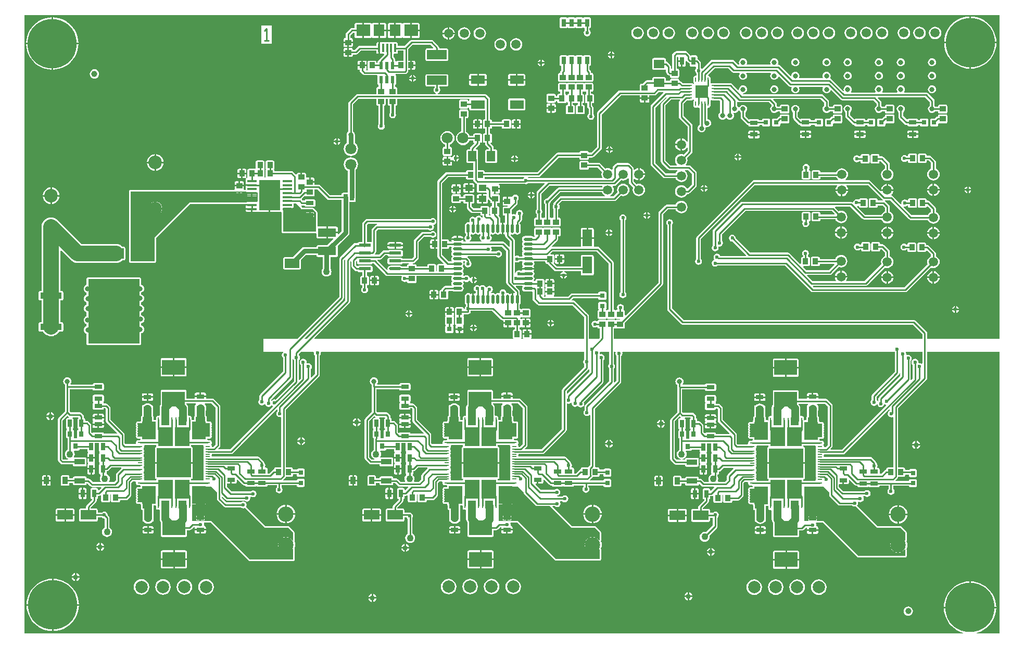
<source format=gtl>
G04 Layer_Physical_Order=1*
G04 Layer_Color=255*
%FSLAX44Y44*%
%MOMM*%
G71*
G01*
G75*
%ADD10C,1.1000*%
%ADD11R,0.6000X1.2000*%
%ADD12C,1.0000*%
%ADD13R,0.9500X1.0000*%
%ADD14R,0.7000X1.3000*%
%ADD15R,3.2000X1.5000*%
%ADD16R,1.3000X1.0000*%
%ADD17R,3.7000X2.4500*%
%ADD18R,2.3000X1.4000*%
%ADD19R,2.4000X3.1000*%
%ADD20R,5.6000X4.8000*%
%ADD21R,0.2000X0.7800*%
%ADD22R,0.7800X0.2000*%
%ADD23O,1.9800X0.5300*%
%ADD24R,1.9800X0.5300*%
%ADD25R,2.3000X1.9000*%
%ADD26R,1.8000X1.9000*%
%ADD27R,0.4000X1.4000*%
%ADD28R,1.0000X0.9500*%
%ADD29R,0.8000X0.8000*%
%ADD30R,1.7000X1.4000*%
%ADD31R,2.5000X1.7000*%
%ADD32R,3.5040X1.0160*%
%ADD33R,8.3800X10.4900*%
G04:AMPARAMS|DCode=34|XSize=0.45mm|YSize=1.5mm|CornerRadius=0.1125mm|HoleSize=0mm|Usage=FLASHONLY|Rotation=270.000|XOffset=0mm|YOffset=0mm|HoleType=Round|Shape=RoundedRectangle|*
%AMROUNDEDRECTD34*
21,1,0.4500,1.2750,0,0,270.0*
21,1,0.2250,1.5000,0,0,270.0*
1,1,0.2250,-0.6375,-0.1125*
1,1,0.2250,-0.6375,0.1125*
1,1,0.2250,0.6375,0.1125*
1,1,0.2250,0.6375,-0.1125*
%
%ADD34ROUNDEDRECTD34*%
%ADD35R,1.5000X0.4500*%
%ADD36R,3.4000X5.0000*%
%ADD37R,2.4000X1.5000*%
%ADD38R,2.9500X1.4000*%
%ADD39R,1.3000X0.7000*%
%ADD40R,0.8000X1.0000*%
%ADD41R,1.4000X1.7000*%
%ADD42O,0.5500X1.5000*%
%ADD43O,1.5000X0.5500*%
%ADD44R,0.8000X0.8000*%
%ADD45R,1.6000X2.8000*%
%ADD46O,0.2500X0.8000*%
%ADD47O,0.8000X0.2500*%
%ADD48R,2.1000X2.1000*%
%ADD49R,0.8000X0.9000*%
%ADD50R,0.8500X1.2000*%
%ADD51R,1.7020X0.9140*%
%ADD52R,2.5000X1.6000*%
%ADD53R,0.7600X1.2500*%
%ADD54C,0.2540*%
%ADD55C,1.2700*%
%ADD56C,0.3810*%
%ADD57C,2.5400*%
%ADD58C,0.7620*%
%ADD59C,2.2000*%
%ADD60C,1.5000*%
%ADD61C,0.8000*%
%ADD62C,1.8000*%
%ADD63C,2.0000*%
%ADD64C,2.5000*%
%ADD65C,8.0000*%
%ADD66C,0.6000*%
G36*
X267200Y342900D02*
X254600D01*
Y355900D01*
X267200D01*
Y342900D01*
D02*
G37*
G36*
X943330Y720237D02*
X944939Y718139D01*
X947037Y716530D01*
X947943Y716155D01*
X947690Y714885D01*
X876000D01*
X874513Y714589D01*
X873253Y713747D01*
X865253Y705747D01*
X864411Y704487D01*
X864115Y703000D01*
Y701410D01*
X863281Y700162D01*
X862851Y698000D01*
X863281Y695838D01*
X864115Y694590D01*
Y680340D01*
X863000D01*
X862009Y680143D01*
X861991Y680131D01*
X861000Y679661D01*
X860009Y680131D01*
X859991Y680143D01*
X859000Y680340D01*
X857885D01*
Y701933D01*
X857994Y702006D01*
X859219Y703838D01*
X859649Y706000D01*
X859623Y706129D01*
X874909Y721415D01*
X942842D01*
X943330Y720237D01*
D02*
G37*
G36*
X943800Y730976D02*
X943330Y730363D01*
X942842Y729185D01*
X873300D01*
X871813Y728889D01*
X870553Y728047D01*
X854129Y711623D01*
X854000Y711648D01*
X851838Y711219D01*
X850006Y709994D01*
X848781Y708162D01*
X848352Y706000D01*
X848781Y703838D01*
X850006Y702006D01*
X850115Y701933D01*
Y680340D01*
X849000D01*
X848009Y680143D01*
X847991Y680131D01*
X847000Y679661D01*
X846009Y680131D01*
X845991Y680143D01*
X845000Y680340D01*
X844385D01*
Y685933D01*
X844494Y686006D01*
X845719Y687838D01*
X846149Y690000D01*
X845719Y692162D01*
X844494Y693994D01*
X844385Y694067D01*
Y718891D01*
X857609Y732115D01*
X943239D01*
X943800Y730976D01*
D02*
G37*
G36*
X721660Y745000D02*
X721857Y744009D01*
X722419Y743169D01*
X723259Y742607D01*
X724250Y742410D01*
X733615D01*
Y742000D01*
X733911Y740513D01*
X734753Y739253D01*
X737753Y736253D01*
X739013Y735411D01*
X739215Y735371D01*
X739587Y734471D01*
X739390Y733480D01*
Y723480D01*
X739587Y722489D01*
X740149Y721649D01*
X740989Y721087D01*
X741980Y720890D01*
X754980D01*
X755682Y720229D01*
X755682Y718993D01*
X754686Y718070D01*
X749750D01*
Y710480D01*
Y702890D01*
X754980D01*
X755971Y703087D01*
X756811Y703649D01*
X757373Y704489D01*
X757570Y705480D01*
Y709277D01*
X758743Y709763D01*
X760253Y708253D01*
X761410Y707480D01*
Y706250D01*
X761607Y705259D01*
X762169Y704419D01*
X763009Y703857D01*
X764000Y703660D01*
X764455D01*
Y699130D01*
X763590D01*
X762599Y698933D01*
X761759Y698371D01*
X761197Y697531D01*
X761000Y696540D01*
Y686540D01*
X761197Y685549D01*
X761601Y684945D01*
X761209Y684056D01*
X760978Y683782D01*
X760881Y683793D01*
X760420Y683885D01*
X760066D01*
X759785Y683916D01*
X759219Y685155D01*
X759483Y685549D01*
X759680Y686540D01*
Y696540D01*
X759483Y697531D01*
X758921Y698371D01*
X758081Y698933D01*
X757090Y699130D01*
X747590D01*
X746599Y698933D01*
X745759Y698371D01*
X745197Y697531D01*
X745000Y696540D01*
Y695425D01*
X734069D01*
X730885Y698609D01*
Y702890D01*
X732980D01*
X733971Y703087D01*
X734811Y703649D01*
X735373Y704489D01*
X735570Y705480D01*
Y715480D01*
X735373Y716471D01*
X734811Y717311D01*
X733971Y717873D01*
X732980Y718070D01*
X719980D01*
X718989Y717873D01*
X718149Y717311D01*
X717587Y716471D01*
X717390Y715480D01*
Y714365D01*
X713590D01*
Y715750D01*
X713393Y716741D01*
X712831Y717581D01*
X711991Y718143D01*
X711000Y718340D01*
X701000D01*
X700009Y718143D01*
X699169Y717581D01*
X698607Y716741D01*
X698410Y715750D01*
Y706250D01*
X698607Y705259D01*
X699169Y704419D01*
X700009Y703857D01*
X701000Y703660D01*
X711000D01*
X711991Y703857D01*
X712831Y704419D01*
X713393Y705259D01*
X713590Y706250D01*
Y706595D01*
X717390D01*
Y705480D01*
X717587Y704489D01*
X718149Y703649D01*
X718989Y703087D01*
X719980Y702890D01*
X723115D01*
Y697000D01*
X723411Y695513D01*
X724253Y694253D01*
X729713Y688793D01*
X730974Y687951D01*
X732460Y687655D01*
X745000D01*
Y686540D01*
X745197Y685549D01*
X745759Y684709D01*
X746599Y684147D01*
X747590Y683950D01*
X748455D01*
Y682340D01*
X748751Y680853D01*
X747681Y680217D01*
X746494Y681994D01*
X744662Y683219D01*
X742500Y683649D01*
X740338Y683219D01*
X738506Y681994D01*
X737767Y680889D01*
X737172Y680200D01*
X736140Y680565D01*
X735162Y681219D01*
X733000Y681648D01*
X730838Y681219D01*
X729006Y679994D01*
X727782Y678162D01*
X727352Y676000D01*
X727782Y673838D01*
X728003Y673506D01*
X727911Y673311D01*
X727164Y672477D01*
X725420Y672824D01*
X723356Y672413D01*
X721606Y671244D01*
X720437Y669494D01*
X720026Y667430D01*
Y657930D01*
X720437Y655866D01*
X721535Y654222D01*
Y651348D01*
X721006Y650994D01*
X719781Y649162D01*
X719352Y647000D01*
X719781Y644838D01*
X721006Y643006D01*
X722010Y642335D01*
X721625Y641065D01*
X717810D01*
X717131Y642335D01*
X717653Y643116D01*
X717811Y643910D01*
X707920D01*
X698029D01*
X698187Y643116D01*
X698709Y642335D01*
X698030Y641065D01*
X694340D01*
Y642000D01*
X694143Y642991D01*
X693581Y643831D01*
X692741Y644393D01*
X691750Y644590D01*
X682885D01*
Y736391D01*
X692609Y746115D01*
X721660D01*
Y745000D01*
D02*
G37*
G36*
X474556Y461028D02*
X474352Y460000D01*
X474781Y457838D01*
X476006Y456006D01*
X476115Y455933D01*
Y426109D01*
X470558Y420552D01*
X469385Y421038D01*
Y433933D01*
X469494Y434006D01*
X470719Y435838D01*
X471148Y438000D01*
X470719Y440162D01*
X469494Y441994D01*
X467662Y443218D01*
X465500Y443648D01*
X463599Y443270D01*
X462826Y443793D01*
X462485Y444175D01*
X462649Y445000D01*
X462219Y447162D01*
X460994Y448994D01*
X459162Y450219D01*
X457000Y450648D01*
X454838Y450219D01*
X453006Y448994D01*
X451781Y447162D01*
X451352Y445000D01*
X451781Y442838D01*
X453006Y441006D01*
X453115Y440933D01*
Y418309D01*
X451058Y416252D01*
X449885Y416738D01*
Y448433D01*
X449994Y448506D01*
X451219Y450338D01*
X451648Y452500D01*
X451219Y454662D01*
X449994Y456494D01*
X449885Y456567D01*
Y458891D01*
X453292Y462298D01*
X473514D01*
X474556Y461028D01*
D02*
G37*
G36*
X739356Y652947D02*
X741420Y652536D01*
X743484Y652947D01*
X744265Y653469D01*
X745462Y652829D01*
X745488Y651616D01*
X745426Y651574D01*
X744202Y649742D01*
X743772Y647580D01*
X744202Y645418D01*
X745426Y643586D01*
X747258Y642361D01*
X747393Y642335D01*
X747268Y641065D01*
X728375D01*
X727990Y642335D01*
X728994Y643006D01*
X730219Y644838D01*
X730648Y647000D01*
X730219Y649162D01*
X729305Y650529D01*
Y652790D01*
X730575Y653469D01*
X731356Y652947D01*
X733420Y652536D01*
X735484Y652947D01*
X737234Y654116D01*
X737606D01*
X739356Y652947D01*
D02*
G37*
G36*
X1293060Y348000D02*
X1294260D01*
Y345300D01*
X1300860D01*
Y345200D01*
X1301210D01*
Y343200D01*
X1300860D01*
Y341200D01*
X1301210Y341200D01*
Y339200D01*
X1300860Y339200D01*
Y337200D01*
X1301210D01*
Y335200D01*
X1300860D01*
Y333200D01*
X1301210Y333200D01*
Y331200D01*
X1300860Y331200D01*
Y329200D01*
X1301210Y329200D01*
Y327200D01*
X1300860D01*
Y325200D01*
X1301210Y325200D01*
Y323200D01*
X1301010D01*
X1300860Y323050D01*
Y323000D01*
X1300810D01*
X1300810Y323000D01*
Y323000D01*
X1294160D01*
Y319100D01*
X1272260D01*
Y348000D01*
X1277760D01*
Y355300D01*
X1293060D01*
Y348000D01*
D02*
G37*
G36*
X267200Y207100D02*
X254600D01*
Y220100D01*
X267200D01*
Y207100D01*
D02*
G37*
G36*
X1428115Y427546D02*
Y422649D01*
X1393713Y388247D01*
X1392871Y386987D01*
X1392575Y385500D01*
Y382183D01*
X1392036Y381699D01*
X1390781Y381989D01*
X1390609Y382117D01*
X1389454Y383846D01*
X1389345Y383919D01*
Y388719D01*
X1425747Y425122D01*
X1426589Y426382D01*
X1426845Y427671D01*
X1428115Y427546D01*
D02*
G37*
G36*
X590413Y354439D02*
X590398Y354345D01*
X589629Y353831D01*
X589067Y352991D01*
X588870Y352000D01*
Y339000D01*
X589067Y338009D01*
X589629Y337169D01*
X590147Y336822D01*
X590016Y335508D01*
X590013Y335501D01*
X589469Y335393D01*
X588629Y334831D01*
X588067Y333991D01*
X587870Y333000D01*
Y324000D01*
X588067Y323009D01*
X588304Y322655D01*
X587690Y321385D01*
X583230D01*
X582616Y322655D01*
X582853Y323009D01*
X583050Y324000D01*
Y333000D01*
X582853Y333991D01*
X582291Y334831D01*
X581451Y335393D01*
X580907Y335501D01*
X580904Y335508D01*
X580773Y336822D01*
X581291Y337169D01*
X581853Y338009D01*
X582050Y339000D01*
Y352000D01*
X581853Y352991D01*
X581291Y353831D01*
X580522Y354345D01*
X580507Y354439D01*
X581097Y355615D01*
X589823D01*
X590413Y354439D01*
D02*
G37*
G36*
X1464115Y443106D02*
X1462845Y442428D01*
X1461662Y443218D01*
X1459500Y443648D01*
X1458641Y443478D01*
X1457560Y444558D01*
X1457648Y445000D01*
X1457218Y447162D01*
X1455994Y448994D01*
X1454162Y450219D01*
X1452000Y450648D01*
X1449838Y450219D01*
X1448006Y448994D01*
X1446781Y447162D01*
X1446351Y445000D01*
X1446781Y442838D01*
X1448006Y441006D01*
X1448115Y440933D01*
Y418069D01*
X1445964Y415918D01*
X1444794Y416544D01*
X1444885Y417000D01*
Y447433D01*
X1444994Y447506D01*
X1446219Y449338D01*
X1446649Y451500D01*
X1446219Y453662D01*
X1444994Y455494D01*
X1443162Y456719D01*
X1441000Y457149D01*
X1438838Y456719D01*
X1438551Y456526D01*
X1437408Y457290D01*
X1437648Y458500D01*
X1437219Y460662D01*
X1436874Y461178D01*
X1437472Y462298D01*
X1464115D01*
Y443106D01*
D02*
G37*
G36*
X314515Y371491D02*
Y311209D01*
X310691Y307385D01*
X308190D01*
Y309000D01*
X307993Y309991D01*
X307889Y310147D01*
X307532Y311100D01*
X307889Y312053D01*
X307993Y312209D01*
X308190Y313200D01*
Y315200D01*
X307993Y316191D01*
X307431Y317031D01*
X306591Y317593D01*
X305600Y317790D01*
X303183D01*
X301974Y318030D01*
X301634Y318212D01*
X301041Y319355D01*
X301090Y319600D01*
Y320910D01*
X305150D01*
X305150Y320910D01*
X305150Y320910D01*
X305200D01*
X306191Y321107D01*
X306469Y321293D01*
X306541Y321307D01*
X307381Y321869D01*
X307943Y322709D01*
X308140Y323700D01*
Y325700D01*
X308140Y325700D01*
X308140Y325700D01*
X307943Y326691D01*
X307943Y326691D01*
X307943Y326691D01*
X307937Y326700D01*
X307943Y326709D01*
X308140Y327700D01*
Y329700D01*
X307943Y330691D01*
X307943Y330691D01*
X307943Y330691D01*
X307937Y330700D01*
X307943Y330709D01*
X307943Y330709D01*
X307943Y330709D01*
X308140Y331700D01*
Y333700D01*
X308140Y333700D01*
X308140Y333700D01*
X307943Y334691D01*
X307943Y334691D01*
X307943Y334691D01*
X307937Y334700D01*
X307943Y334709D01*
X308140Y335700D01*
Y337700D01*
X307943Y338691D01*
X307937Y338700D01*
X307943Y338709D01*
X307943Y338709D01*
X307943Y338709D01*
X308140Y339700D01*
X308140Y339700D01*
X308140Y339700D01*
Y341700D01*
X308140Y341700D01*
X308140Y341700D01*
X307943Y342691D01*
X307943Y342691D01*
X307943Y342691D01*
X307937Y342700D01*
X307943Y342709D01*
X308140Y343700D01*
Y345700D01*
X307943Y346691D01*
X307381Y347531D01*
X306541Y348093D01*
X306256Y348149D01*
X306191Y348193D01*
X305200Y348390D01*
X301190D01*
Y348500D01*
X300993Y349491D01*
X300431Y350331D01*
X299990Y350626D01*
Y355800D01*
X299793Y356791D01*
X299231Y357631D01*
X298767Y357942D01*
Y366381D01*
X298890Y367000D01*
Y374000D01*
X298693Y374991D01*
X298131Y375831D01*
X297291Y376393D01*
X297171Y376416D01*
X296910Y376845D01*
X297622Y378115D01*
X307891D01*
X314515Y371491D01*
D02*
G37*
G36*
X525647Y611357D02*
X525615Y611200D01*
Y545609D01*
X462804Y482798D01*
X459751D01*
X459265Y483971D01*
X522247Y546953D01*
X523089Y548214D01*
X523385Y549700D01*
Y610891D01*
X524476Y611982D01*
X525647Y611357D01*
D02*
G37*
G36*
X91753Y354439D02*
X91738Y354345D01*
X90969Y353831D01*
X90407Y352991D01*
X90210Y352000D01*
Y339000D01*
X90407Y338009D01*
X90969Y337169D01*
X91487Y336822D01*
X91356Y335508D01*
X91353Y335501D01*
X90809Y335393D01*
X89969Y334831D01*
X89407Y333991D01*
X89210Y333000D01*
Y324000D01*
X89407Y323009D01*
X89644Y322655D01*
X89030Y321385D01*
X84570D01*
X83956Y322655D01*
X84193Y323009D01*
X84390Y324000D01*
Y333000D01*
X84193Y333991D01*
X83631Y334831D01*
X82791Y335393D01*
X82247Y335501D01*
X82244Y335508D01*
X82113Y336822D01*
X82631Y337169D01*
X83193Y338009D01*
X83390Y339000D01*
Y352000D01*
X83193Y352991D01*
X82631Y353831D01*
X81862Y354345D01*
X81847Y354439D01*
X82437Y355615D01*
X91163D01*
X91753Y354439D01*
D02*
G37*
G36*
X954615Y442567D02*
X954506Y442494D01*
X953281Y440662D01*
X952851Y438500D01*
X953281Y436338D01*
X954506Y434506D01*
X954615Y434433D01*
Y414323D01*
X915713Y375421D01*
X914871Y374161D01*
X914575Y372674D01*
Y367067D01*
X914466Y366994D01*
X913241Y365162D01*
X912811Y363000D01*
X913241Y360838D01*
X914466Y359006D01*
X916298Y357781D01*
X918460Y357351D01*
X920622Y357781D01*
X922454Y359006D01*
X922476Y359039D01*
X923746Y358653D01*
Y277422D01*
X921623Y275299D01*
X920781Y274039D01*
X920777Y274017D01*
X920410Y274090D01*
X910910D01*
X909919Y273893D01*
X909079Y273331D01*
X908517Y272491D01*
X908320Y271500D01*
Y270385D01*
X908160D01*
X906673Y270089D01*
X905413Y269247D01*
X900051Y263885D01*
X897644D01*
X897550Y264000D01*
Y271000D01*
X897353Y271991D01*
X896791Y272831D01*
X895951Y273393D01*
X894960Y273590D01*
X894391D01*
X893793Y274710D01*
X893879Y274838D01*
X894308Y277000D01*
X893879Y279162D01*
X892654Y280994D01*
X892545Y281067D01*
Y281119D01*
X892249Y282606D01*
X891407Y283866D01*
X885026Y290247D01*
X883766Y291089D01*
X882279Y291385D01*
X806850D01*
Y292500D01*
X806653Y293491D01*
X806647Y293500D01*
X806653Y293509D01*
X806850Y294500D01*
Y295615D01*
X846000D01*
X847487Y295911D01*
X848747Y296753D01*
X884522Y332529D01*
X885365Y333789D01*
X885660Y335276D01*
Y376823D01*
X886930Y377664D01*
X888500Y377351D01*
X890662Y377781D01*
X892494Y379006D01*
X892811Y379480D01*
X894007Y378984D01*
X893811Y378000D01*
X894241Y375838D01*
X895466Y374006D01*
X897298Y372781D01*
X899460Y372351D01*
X901622Y372781D01*
X902701Y373503D01*
X904332Y373207D01*
X904466Y373006D01*
X906298Y371782D01*
X908460Y371352D01*
X910621Y371782D01*
X912454Y373006D01*
X913679Y374838D01*
X914109Y377000D01*
X913679Y379162D01*
X913084Y380051D01*
X944247Y411213D01*
X945089Y412473D01*
X945385Y413960D01*
Y448433D01*
X945494Y448506D01*
X946719Y450338D01*
X947149Y452500D01*
X946719Y454662D01*
X945494Y456494D01*
X943662Y457719D01*
X941500Y458148D01*
X940537Y457957D01*
X939457Y459037D01*
X939649Y460000D01*
X939444Y461028D01*
X940486Y462298D01*
X954615D01*
Y442567D01*
D02*
G37*
G36*
X1069948Y870942D02*
X1069253Y870247D01*
X1068411Y868987D01*
X1068115Y867500D01*
Y844025D01*
X1068411Y842538D01*
X1069253Y841278D01*
X1082115Y828416D01*
Y804134D01*
X1080845Y803881D01*
X1080770Y804063D01*
X1079161Y806161D01*
X1077063Y807770D01*
X1074621Y808782D01*
X1073270Y808959D01*
Y799000D01*
Y789041D01*
X1074621Y789218D01*
X1077063Y790230D01*
X1079161Y791839D01*
X1080770Y793937D01*
X1080845Y794119D01*
X1082115Y793866D01*
Y789209D01*
X1075800Y782893D01*
X1074621Y783382D01*
X1072000Y783727D01*
X1069379Y783382D01*
X1066937Y782370D01*
X1064839Y780761D01*
X1063230Y778663D01*
X1062218Y776221D01*
X1061873Y773600D01*
X1062218Y770979D01*
X1063230Y768537D01*
X1064674Y766655D01*
X1064320Y765385D01*
X1054109D01*
X1046385Y773109D01*
Y862891D01*
X1055609Y872115D01*
X1069462D01*
X1069948Y870942D01*
D02*
G37*
G36*
X576802Y668845D02*
X575513Y668589D01*
X574253Y667747D01*
X569253Y662747D01*
X568411Y661487D01*
X568115Y660000D01*
Y641000D01*
X567250Y640290D01*
X560885D01*
Y668391D01*
X562609Y670115D01*
X576677D01*
X576802Y668845D01*
D02*
G37*
G36*
X965174Y461398D02*
X965255Y461028D01*
X964852Y459000D01*
X965281Y456838D01*
X966506Y455006D01*
X966615Y454933D01*
Y415109D01*
X963545Y412039D01*
X962375Y412664D01*
X962385Y412714D01*
Y434433D01*
X962494Y434506D01*
X963718Y436338D01*
X964148Y438500D01*
X963718Y440662D01*
X962494Y442494D01*
X962385Y442567D01*
Y462298D01*
X964694D01*
X965174Y461398D01*
D02*
G37*
G36*
X765860Y342900D02*
X753260D01*
Y355900D01*
X765860D01*
Y342900D01*
D02*
G37*
G36*
X238800D02*
X226200D01*
Y355900D01*
X238800D01*
Y342900D01*
D02*
G37*
G36*
X796060Y348500D02*
X797260D01*
Y345800D01*
X803860D01*
Y345700D01*
X804210D01*
Y343700D01*
X803860D01*
Y341700D01*
X804210Y341700D01*
Y339700D01*
X803860Y339700D01*
Y337700D01*
X804210D01*
Y335700D01*
X803860D01*
Y333700D01*
X804210Y333700D01*
Y331700D01*
X803860Y331700D01*
Y329700D01*
X804210Y329700D01*
Y327700D01*
X803860D01*
Y325700D01*
X804210Y325700D01*
Y323700D01*
X804010D01*
X803860Y323550D01*
Y323500D01*
X803810D01*
X803810Y323500D01*
Y323500D01*
X797160D01*
Y319600D01*
X775260D01*
Y348500D01*
X780760D01*
Y355800D01*
X796060D01*
Y348500D01*
D02*
G37*
G36*
X297400Y348500D02*
X298600D01*
Y345800D01*
X305200D01*
Y345700D01*
X305550D01*
Y343700D01*
X305200D01*
Y341700D01*
X305550Y341700D01*
Y339700D01*
X305200Y339700D01*
Y337700D01*
X305550D01*
Y335700D01*
X305200D01*
Y333700D01*
X305550Y333700D01*
Y331700D01*
X305200Y331700D01*
Y329700D01*
X305550Y329700D01*
Y327700D01*
X305200D01*
Y325700D01*
X305550Y325700D01*
Y323700D01*
X305350D01*
X305200Y323550D01*
Y323500D01*
X305150D01*
X305150Y323500D01*
Y323500D01*
X298500D01*
Y319600D01*
X276600D01*
Y348500D01*
X282100D01*
Y355800D01*
X297400D01*
Y348500D01*
D02*
G37*
G36*
X737460Y342900D02*
X724860D01*
Y355900D01*
X737460D01*
Y342900D01*
D02*
G37*
G36*
X442006Y448506D02*
X442115Y448433D01*
Y414809D01*
X411713Y384407D01*
X410500Y384649D01*
X408338Y384219D01*
X406506Y382994D01*
X405955Y382169D01*
X404685Y382554D01*
Y384391D01*
X438547Y418253D01*
X439389Y419513D01*
X439685Y421000D01*
Y449838D01*
X440955Y450079D01*
X442006Y448506D01*
D02*
G37*
G36*
X1234460Y342400D02*
X1221860D01*
Y355400D01*
X1234460D01*
Y342400D01*
D02*
G37*
G36*
X1262860Y342400D02*
X1250260D01*
Y355400D01*
X1262860D01*
Y342400D01*
D02*
G37*
G36*
X797160Y243020D02*
X805940D01*
X815575Y233385D01*
Y233040D01*
X815871Y231553D01*
X816713Y230293D01*
X834753Y212253D01*
X836013Y211411D01*
X837500Y211115D01*
X857845D01*
X893460Y175500D01*
X931460D01*
X939000Y167960D01*
Y155581D01*
X937730Y155149D01*
X936375Y156915D01*
X933764Y158919D01*
X930723Y160178D01*
X928730Y160441D01*
Y148000D01*
Y135559D01*
X930723Y135822D01*
X933764Y137081D01*
X936375Y139085D01*
X937730Y140851D01*
X939000Y140420D01*
Y125000D01*
X867960D01*
X806460Y186500D01*
X775460D01*
X775190Y186770D01*
Y214120D01*
X780760D01*
Y214500D01*
X775260D01*
Y243400D01*
X797160D01*
Y243020D01*
D02*
G37*
G36*
X765860Y207100D02*
X753260D01*
Y220100D01*
X765860D01*
Y207100D01*
D02*
G37*
G36*
X737460D02*
X724860D01*
Y220100D01*
X737460D01*
Y207100D01*
D02*
G37*
G36*
X922615Y433264D02*
Y429558D01*
X886930Y393872D01*
X885660Y394398D01*
Y397667D01*
X920747Y432753D01*
X921345Y433649D01*
X922615Y433264D01*
D02*
G37*
G36*
X238800Y207100D02*
X226200D01*
Y220100D01*
X238800D01*
Y207100D01*
D02*
G37*
G36*
X298500Y243020D02*
X307280D01*
X316915Y233385D01*
Y222700D01*
X317211Y221213D01*
X318053Y219953D01*
X327765Y210241D01*
X329026Y209399D01*
X330512Y209103D01*
X355433D01*
X355506Y208994D01*
X357338Y207769D01*
X359500Y207339D01*
X361662Y207769D01*
X362183Y208117D01*
X394800Y175500D01*
X432800D01*
X440800Y167500D01*
Y154802D01*
X439530Y154550D01*
X437715Y156915D01*
X435104Y158919D01*
X432063Y160178D01*
X430070Y160441D01*
Y148000D01*
Y135559D01*
X432063Y135822D01*
X435104Y137081D01*
X437715Y139085D01*
X439530Y141450D01*
X440800Y141198D01*
Y124000D01*
X370300Y124000D01*
X307800Y186500D01*
X276800D01*
X276530Y186770D01*
Y214120D01*
X282100D01*
Y214500D01*
X276600D01*
Y243400D01*
X298500D01*
Y243020D01*
D02*
G37*
G36*
X1312575Y233385D02*
Y229040D01*
X1312871Y227553D01*
X1313713Y226293D01*
X1326902Y213105D01*
X1328162Y212262D01*
X1329648Y211967D01*
X1349704D01*
X1349777Y211857D01*
X1351609Y210633D01*
X1353771Y210203D01*
X1355428Y210532D01*
X1390460Y175500D01*
X1428460D01*
X1436000Y167960D01*
Y155080D01*
X1434730Y154649D01*
X1433375Y156415D01*
X1430764Y158419D01*
X1427723Y159678D01*
X1425730Y159941D01*
Y147500D01*
Y135059D01*
X1427723Y135322D01*
X1430764Y136581D01*
X1433375Y138585D01*
X1434730Y140351D01*
X1436000Y139920D01*
Y130000D01*
X1359960D01*
X1303460Y186500D01*
X1292612D01*
X1291960Y187500D01*
X1291960Y187770D01*
Y189730D01*
X1285460D01*
X1278960D01*
Y187770D01*
X1278960Y187500D01*
X1278308Y186500D01*
X1272460D01*
X1272190Y186770D01*
Y214120D01*
X1272260D01*
Y242900D01*
X1294090D01*
Y243020D01*
X1302940D01*
X1312575Y233385D01*
D02*
G37*
G36*
X1262860Y206600D02*
X1250260D01*
Y219600D01*
X1262860D01*
Y206600D01*
D02*
G37*
G36*
X1234460D02*
X1221860D01*
Y219600D01*
X1234460D01*
Y206600D01*
D02*
G37*
G36*
X1278350Y376345D02*
X1278089Y375916D01*
X1277969Y375893D01*
X1277129Y375331D01*
X1276567Y374491D01*
X1276370Y373500D01*
Y366500D01*
X1276493Y365881D01*
Y357509D01*
X1275929Y357131D01*
X1275367Y356291D01*
X1275170Y355300D01*
Y350590D01*
X1272260D01*
X1271926Y350523D01*
X1271345Y351000D01*
X1271050Y352482D01*
Y354900D01*
X1270853Y355891D01*
X1270291Y356731D01*
X1269451Y357293D01*
X1268460Y357490D01*
X1266460D01*
X1265457Y358585D01*
Y370220D01*
X1265457Y370220D01*
X1265151Y372541D01*
X1264255Y374703D01*
X1263050Y376274D01*
Y377615D01*
X1277638D01*
X1278350Y376345D01*
D02*
G37*
G36*
X781350Y376845D02*
X781088Y376416D01*
X780969Y376393D01*
X780129Y375831D01*
X779567Y374991D01*
X779370Y374000D01*
Y367000D01*
X779493Y366381D01*
Y358008D01*
X778929Y357631D01*
X778367Y356791D01*
X778170Y355800D01*
Y351090D01*
X775260D01*
X774926Y351023D01*
X774345Y351500D01*
X774050Y352982D01*
Y355400D01*
X773853Y356391D01*
X773291Y357231D01*
X772451Y357793D01*
X771460Y357990D01*
X769460D01*
X768457Y359085D01*
Y370720D01*
X768457Y370720D01*
X768151Y373041D01*
X767255Y375203D01*
X766050Y376775D01*
Y378115D01*
X780638D01*
X781350Y376845D01*
D02*
G37*
G36*
X573213Y356753D02*
X574473Y355911D01*
X574731Y355860D01*
X574606Y354590D01*
X572460D01*
X571469Y354393D01*
X570629Y353831D01*
X570067Y352991D01*
X569870Y352000D01*
Y339000D01*
X570067Y338009D01*
X570629Y337169D01*
X571376Y336669D01*
X571450Y336000D01*
X571376Y335331D01*
X570629Y334831D01*
X570067Y333991D01*
X569870Y333000D01*
Y324000D01*
X570067Y323009D01*
X570629Y322169D01*
X571469Y321607D01*
X571715Y321239D01*
X571615Y320740D01*
Y317500D01*
Y302593D01*
X571445Y302523D01*
X569766Y301234D01*
X568477Y299555D01*
X567667Y297599D01*
X567391Y295500D01*
X567667Y293401D01*
X568477Y291445D01*
X569766Y289766D01*
X571445Y288477D01*
X572538Y288025D01*
X572285Y286755D01*
X568739D01*
X564545Y290949D01*
Y349591D01*
X572460Y357506D01*
X573213Y356753D01*
D02*
G37*
G36*
X74553Y356753D02*
X75813Y355911D01*
X76071Y355860D01*
X75946Y354590D01*
X73800D01*
X72809Y354393D01*
X71969Y353831D01*
X71407Y352991D01*
X71210Y352000D01*
Y339000D01*
X71407Y338009D01*
X71969Y337169D01*
X72716Y336669D01*
X72790Y336000D01*
X72716Y335331D01*
X71969Y334831D01*
X71407Y333991D01*
X71210Y333000D01*
Y324000D01*
X71407Y323009D01*
X71969Y322169D01*
X72809Y321607D01*
X73615Y321447D01*
Y317500D01*
Y302593D01*
X73445Y302523D01*
X71766Y301234D01*
X70477Y299555D01*
X69667Y297599D01*
X69391Y295500D01*
X69667Y293401D01*
X70477Y291445D01*
X71766Y289766D01*
X73445Y288477D01*
X74538Y288025D01*
X74285Y286755D01*
X66739D01*
X65885Y287609D01*
Y350511D01*
X73340Y357966D01*
X74553Y356753D01*
D02*
G37*
G36*
X1156852Y271845D02*
X1147253Y262247D01*
X1146411Y260987D01*
X1146115Y259500D01*
Y253609D01*
X1142891Y250385D01*
X1132194D01*
X1131389Y251655D01*
X1131905Y252901D01*
X1132182Y255000D01*
X1131905Y257099D01*
X1131095Y259055D01*
X1130845Y259381D01*
Y261987D01*
X1131451Y262107D01*
X1132291Y262669D01*
X1132853Y263509D01*
X1133050Y264500D01*
Y267115D01*
X1133460D01*
X1134947Y267411D01*
X1136207Y268253D01*
X1141069Y273115D01*
X1156326D01*
X1156852Y271845D01*
D02*
G37*
G36*
X954115Y605391D02*
Y530340D01*
X953000D01*
X952009Y530143D01*
X951189Y529594D01*
X949947Y529865D01*
X949545Y530554D01*
X949656Y531405D01*
X949893Y531759D01*
X950090Y532750D01*
Y540750D01*
X949893Y541741D01*
X949331Y542581D01*
X948491Y543143D01*
X947500Y543340D01*
X939500D01*
X938509Y543143D01*
X937669Y542581D01*
X937107Y541741D01*
X936910Y540750D01*
Y532750D01*
X937107Y531759D01*
X937344Y531405D01*
X937455Y530554D01*
X937027Y529820D01*
X936669Y529581D01*
X936107Y528741D01*
X935910Y527750D01*
Y518250D01*
X936107Y517259D01*
X936669Y516419D01*
X937509Y515857D01*
X938500Y515660D01*
X948500D01*
X949491Y515857D01*
X950331Y516419D01*
X951169D01*
X952009Y515857D01*
X953000Y515660D01*
X963000D01*
X963991Y515857D01*
X964831Y516419D01*
X965669D01*
X966509Y515857D01*
X967500Y515660D01*
X972534D01*
X973213Y514390D01*
X973179Y514340D01*
X967500D01*
X966509Y514143D01*
X965669Y513581D01*
X964831D01*
X963991Y514143D01*
X963000Y514340D01*
X953000D01*
X952009Y514143D01*
X951169Y513581D01*
X950331D01*
X949491Y514143D01*
X948500Y514340D01*
X938500D01*
X937509Y514143D01*
X936669Y513581D01*
X936107Y512741D01*
X935997Y512186D01*
X935010Y511619D01*
X934640Y511565D01*
X933662Y512219D01*
X931500Y512649D01*
X929338Y512219D01*
X927506Y510994D01*
X926281Y509162D01*
X925852Y507000D01*
X926281Y504838D01*
X927506Y503006D01*
X929338Y501781D01*
X931500Y501352D01*
X933662Y501781D01*
X934640Y502435D01*
X935010Y502381D01*
X935997Y501814D01*
X936107Y501259D01*
X936669Y500419D01*
X937509Y499857D01*
X938500Y499660D01*
X939615D01*
Y485109D01*
X937304Y482798D01*
X921885D01*
Y520000D01*
X921589Y521487D01*
X920747Y522747D01*
X899247Y544247D01*
X897987Y545089D01*
X896500Y545385D01*
X894038D01*
X893552Y546558D01*
X896359Y549365D01*
X936910D01*
Y549250D01*
X937107Y548259D01*
X937669Y547419D01*
X938509Y546857D01*
X939500Y546660D01*
X947500D01*
X948491Y546857D01*
X949331Y547419D01*
X949893Y548259D01*
X950090Y549250D01*
Y557250D01*
X949893Y558241D01*
X949331Y559081D01*
X948491Y559643D01*
X947500Y559840D01*
X939500D01*
X938509Y559643D01*
X937669Y559081D01*
X937107Y558241D01*
X936910Y557250D01*
Y557135D01*
X894750D01*
X893263Y556839D01*
X892003Y555997D01*
X887891Y551885D01*
X864945D01*
X864560Y553155D01*
X864581Y553169D01*
X865143Y554009D01*
X865340Y555000D01*
Y558730D01*
X850660D01*
Y555000D01*
X850857Y554009D01*
X851419Y553169D01*
X851440Y553155D01*
X851055Y551885D01*
X848945D01*
X848560Y553155D01*
X848581Y553169D01*
X849143Y554009D01*
X849340Y555000D01*
Y565000D01*
X849143Y565991D01*
X848803Y566500D01*
X849143Y567009D01*
X849340Y568000D01*
Y578000D01*
X849143Y578991D01*
X848581Y579831D01*
X847741Y580393D01*
X846750Y580590D01*
X837250D01*
X836259Y580393D01*
X835419Y579831D01*
X834857Y578991D01*
X834660Y578000D01*
Y577065D01*
X832810D01*
X832131Y578335D01*
X832653Y579116D01*
X833064Y581180D01*
X832653Y583244D01*
X832018Y584195D01*
X831569Y585180D01*
X832018Y586165D01*
X832653Y587116D01*
X833064Y589180D01*
X832653Y591244D01*
X832018Y592195D01*
X831569Y593180D01*
X832018Y594165D01*
X832653Y595116D01*
X832811Y595910D01*
X822920D01*
X813029D01*
X813187Y595116D01*
X813377Y594832D01*
X812778Y593712D01*
X810869D01*
X809842Y594398D01*
X807680Y594828D01*
X805518Y594398D01*
X803686Y593174D01*
X802461Y591342D01*
X802155Y589799D01*
X800885Y589925D01*
Y607559D01*
X802155Y608238D01*
X802838Y607781D01*
X805000Y607351D01*
X807162Y607781D01*
X808994Y609006D01*
X809187Y609295D01*
X813030D01*
X813709Y608025D01*
X813187Y607244D01*
X812776Y605180D01*
X813187Y603116D01*
X814356Y601366D01*
Y600994D01*
X813187Y599244D01*
X813029Y598450D01*
X822920D01*
X832811D01*
X832653Y599244D01*
X831484Y600994D01*
Y601366D01*
X832653Y603116D01*
X833064Y605180D01*
X832653Y607244D01*
X832251Y607845D01*
X832930Y609115D01*
X850660D01*
Y608000D01*
X850857Y607009D01*
X851419Y606169D01*
X852259Y605607D01*
X853250Y605410D01*
X854480D01*
X855253Y604253D01*
X865253Y594253D01*
X866513Y593411D01*
X868000Y593115D01*
X879092D01*
X879217Y591845D01*
X878358Y591674D01*
X876525Y590450D01*
X875301Y588617D01*
X875124Y587726D01*
X885915D01*
X885738Y588617D01*
X884513Y590450D01*
X882681Y591674D01*
X881822Y591845D01*
X881947Y593115D01*
X908410D01*
Y589000D01*
X908607Y588009D01*
X909169Y587169D01*
X910009Y586607D01*
X911000Y586410D01*
X927000D01*
X927991Y586607D01*
X928831Y587169D01*
X929393Y588009D01*
X929590Y589000D01*
Y617000D01*
X929393Y617991D01*
X928831Y618831D01*
X927991Y619393D01*
X927000Y619590D01*
X911000D01*
X910009Y619393D01*
X909169Y618831D01*
X908607Y617991D01*
X908410Y617000D01*
Y600885D01*
X869609D01*
X864558Y605935D01*
X864581Y606169D01*
X865143Y607009D01*
X865340Y608000D01*
Y618000D01*
X865143Y618991D01*
X864581Y619831D01*
X863741Y620393D01*
X862750Y620590D01*
X859743D01*
X859257Y621763D01*
X862609Y625115D01*
X934391D01*
X954115Y605391D01*
D02*
G37*
G36*
X282690Y376845D02*
X282428Y376416D01*
X282309Y376393D01*
X281469Y375831D01*
X280907Y374991D01*
X280710Y374000D01*
Y367000D01*
X280833Y366381D01*
Y358008D01*
X280269Y357631D01*
X279707Y356791D01*
X279510Y355800D01*
Y351090D01*
X276600D01*
X276266Y351023D01*
X275685Y351500D01*
X275390Y352982D01*
Y355400D01*
X275193Y356391D01*
X274631Y357231D01*
X273791Y357793D01*
X272800Y357990D01*
X270800D01*
X269797Y359085D01*
Y370720D01*
X269797Y370720D01*
X269491Y373041D01*
X268595Y375203D01*
X267390Y376775D01*
Y378115D01*
X281978D01*
X282690Y376845D01*
D02*
G37*
G36*
X813709Y568025D02*
X813187Y567244D01*
X812776Y565180D01*
X813187Y563116D01*
X814356Y561366D01*
X816106Y560197D01*
X818170Y559786D01*
X827670D01*
X828845Y560020D01*
X830115Y559040D01*
Y548000D01*
X830411Y546513D01*
X831253Y545253D01*
X837753Y538753D01*
X839013Y537911D01*
X840500Y537615D01*
X894891D01*
X914115Y518391D01*
Y482798D01*
X827815D01*
X827430Y484068D01*
X827581Y484169D01*
X828143Y485009D01*
X828340Y486000D01*
Y489730D01*
X813660D01*
Y486000D01*
X813857Y485009D01*
X814419Y484169D01*
X814570Y484068D01*
X814185Y482798D01*
X811815D01*
X811430Y484068D01*
X811581Y484169D01*
X812143Y485009D01*
X812340Y486000D01*
Y496000D01*
X812143Y496991D01*
X811581Y497831D01*
X810741Y498393D01*
X809750Y498590D01*
X808885D01*
Y501660D01*
X810000D01*
X810991Y501857D01*
X811831Y502419D01*
X812169D01*
X813009Y501857D01*
X814000Y501660D01*
X817730D01*
Y509000D01*
Y516340D01*
X814000D01*
X813009Y516143D01*
X812169Y515581D01*
X811831D01*
X810991Y516143D01*
X810175Y516305D01*
X810088Y516427D01*
X810084Y516486D01*
X810371Y517370D01*
X810796Y517819D01*
X810991Y517857D01*
X811831Y518419D01*
X812169D01*
X813009Y517857D01*
X814000Y517660D01*
X824000D01*
X824991Y517857D01*
X825831Y518419D01*
X826393Y519259D01*
X826590Y520250D01*
Y529750D01*
X826393Y530741D01*
X825831Y531581D01*
X824991Y532143D01*
X824000Y532340D01*
X814000D01*
X813009Y532143D01*
X812169Y531581D01*
X811831D01*
X810991Y532143D01*
X810000Y532340D01*
X809305D01*
Y539222D01*
X810403Y540866D01*
X810814Y542930D01*
Y552430D01*
X810403Y554494D01*
X809305Y556138D01*
Y559876D01*
X809009Y561363D01*
X808167Y562623D01*
X802668Y568122D01*
X803154Y569295D01*
X813030D01*
X813709Y568025D01*
D02*
G37*
G36*
X816460Y745131D02*
X815506Y744494D01*
X814430Y742885D01*
X752919D01*
X752251Y743852D01*
X752172Y744155D01*
X752340Y745000D01*
Y746401D01*
X816074D01*
X816460Y745131D01*
D02*
G37*
G36*
X415115Y367662D02*
Y365567D01*
X415006Y365494D01*
X413781Y363662D01*
X413352Y361500D01*
X413781Y359338D01*
X415006Y357506D01*
X416838Y356281D01*
X419000Y355852D01*
X419931Y356037D01*
X421201Y354994D01*
Y274090D01*
X412250D01*
X411259Y273893D01*
X410419Y273331D01*
X409857Y272491D01*
X409660Y271500D01*
Y270385D01*
X409500D01*
X408013Y270089D01*
X406753Y269247D01*
X401391Y263885D01*
X399184D01*
X399090Y264000D01*
Y271000D01*
X398893Y271991D01*
X398331Y272831D01*
X397491Y273393D01*
X396500Y273590D01*
X395731D01*
X395133Y274710D01*
X395219Y274838D01*
X395648Y277000D01*
X395219Y279162D01*
X393994Y280994D01*
X393885Y281067D01*
Y281119D01*
X393589Y282606D01*
X392747Y283866D01*
X386366Y290247D01*
X385106Y291089D01*
X383619Y291385D01*
X308190D01*
Y292500D01*
X307993Y293491D01*
X307987Y293500D01*
X307993Y293509D01*
X308190Y294500D01*
Y295615D01*
X339800D01*
X341287Y295911D01*
X342547Y296753D01*
X413942Y368148D01*
X415115Y367662D01*
D02*
G37*
G36*
X1047567Y876857D02*
X1047985Y875479D01*
X1039753Y867247D01*
X1038911Y865987D01*
X1038615Y864500D01*
Y771500D01*
X1038911Y770013D01*
X1039753Y768753D01*
X1049753Y758753D01*
X1051013Y757911D01*
X1052500Y757615D01*
X1065692D01*
X1066123Y756345D01*
X1064839Y755361D01*
X1063230Y753263D01*
X1062742Y752085D01*
X1046909D01*
X1029885Y769109D01*
Y859391D01*
X1047387Y876893D01*
X1047567Y876857D01*
D02*
G37*
G36*
X1290879Y308545D02*
X1290870Y308500D01*
Y306500D01*
X1291067Y305509D01*
X1291240Y305250D01*
X1291067Y304991D01*
X1290870Y304000D01*
Y302000D01*
X1291067Y301009D01*
X1291073Y301000D01*
X1291067Y300991D01*
X1290870Y300000D01*
Y298000D01*
X1291067Y297009D01*
X1291073Y297000D01*
X1291067Y296991D01*
X1290870Y296000D01*
Y294000D01*
X1291067Y293009D01*
X1291073Y293000D01*
X1291067Y292991D01*
X1290870Y292000D01*
Y290000D01*
X1291067Y289009D01*
X1291073Y289000D01*
X1291067Y288991D01*
X1290870Y288000D01*
Y286000D01*
X1291067Y285009D01*
X1291073Y285000D01*
X1291067Y284991D01*
X1290870Y284000D01*
Y282000D01*
X1291067Y281009D01*
X1291073Y281000D01*
X1291067Y280991D01*
X1290870Y280000D01*
Y278000D01*
X1291067Y277009D01*
X1291073Y277000D01*
X1291067Y276991D01*
X1290870Y276000D01*
Y274000D01*
X1291067Y273009D01*
X1291073Y273000D01*
X1291067Y272991D01*
X1290870Y272000D01*
Y270000D01*
X1291067Y269009D01*
X1291073Y269000D01*
X1291067Y268991D01*
X1290870Y268000D01*
Y266000D01*
X1291067Y265009D01*
X1291073Y265000D01*
X1291067Y264991D01*
X1290870Y264000D01*
Y262000D01*
X1291067Y261009D01*
X1291073Y261000D01*
X1291067Y260991D01*
X1290870Y260000D01*
Y258000D01*
X1291067Y257009D01*
X1291240Y256750D01*
X1291067Y256491D01*
X1290870Y255500D01*
Y253500D01*
X1290879Y253455D01*
X1289873Y252185D01*
X1270750D01*
Y253800D01*
X1270618Y254462D01*
X1271351Y254607D01*
X1272191Y255169D01*
X1272753Y256009D01*
X1272950Y257000D01*
Y279730D01*
X1242360D01*
X1211770D01*
Y257000D01*
X1211967Y256009D01*
X1212529Y255169D01*
X1213369Y254607D01*
X1214102Y254462D01*
X1213970Y253800D01*
Y252185D01*
X1194847D01*
X1193841Y253455D01*
X1193850Y253500D01*
Y255500D01*
X1193653Y256491D01*
X1193647Y256500D01*
X1193653Y256509D01*
X1193850Y257500D01*
Y259500D01*
X1193653Y260491D01*
X1193647Y260500D01*
X1193653Y260509D01*
X1193850Y261500D01*
Y263500D01*
X1193653Y264491D01*
X1193095Y265326D01*
X1193091Y265331D01*
X1193184Y266797D01*
X1193291Y266869D01*
X1193853Y267709D01*
X1194050Y268700D01*
Y270700D01*
X1193853Y271691D01*
X1193291Y272531D01*
X1193109Y272653D01*
X1193083Y274163D01*
X1193091Y274169D01*
X1193653Y275009D01*
X1193850Y276000D01*
Y278000D01*
X1193653Y278991D01*
X1193647Y279000D01*
X1193653Y279009D01*
X1193850Y280000D01*
Y282000D01*
X1193653Y282991D01*
X1193647Y283000D01*
X1193653Y283009D01*
X1193850Y284000D01*
Y286000D01*
X1193653Y286991D01*
X1193647Y287000D01*
X1193653Y287009D01*
X1193850Y288000D01*
Y290000D01*
X1193653Y290991D01*
X1193091Y291831D01*
X1192922Y291945D01*
Y293456D01*
X1193091Y293569D01*
X1193653Y294409D01*
X1193850Y295400D01*
Y297400D01*
X1193661Y298350D01*
X1193850Y299300D01*
Y301300D01*
X1193653Y302291D01*
X1193091Y303131D01*
X1193084Y303136D01*
Y304664D01*
X1193091Y304669D01*
X1193653Y305509D01*
X1193850Y306500D01*
Y308500D01*
X1193841Y308545D01*
X1194847Y309815D01*
X1213970D01*
Y308200D01*
X1214102Y307538D01*
X1213369Y307393D01*
X1212529Y306831D01*
X1211967Y305991D01*
X1211770Y305000D01*
Y282270D01*
X1242360D01*
X1272950D01*
Y305000D01*
X1272753Y305991D01*
X1272191Y306831D01*
X1271351Y307393D01*
X1270618Y307538D01*
X1270750Y308200D01*
Y309815D01*
X1289873D01*
X1290879Y308545D01*
D02*
G37*
G36*
X295219Y309045D02*
X295210Y309000D01*
Y307000D01*
X295407Y306009D01*
X295580Y305750D01*
X295407Y305491D01*
X295210Y304500D01*
Y302500D01*
X295407Y301509D01*
X295413Y301500D01*
X295407Y301491D01*
X295210Y300500D01*
Y298500D01*
X295407Y297509D01*
X295413Y297500D01*
X295407Y297491D01*
X295210Y296500D01*
Y294500D01*
X295407Y293509D01*
X295413Y293500D01*
X295407Y293491D01*
X295210Y292500D01*
Y290500D01*
X295407Y289509D01*
X295413Y289500D01*
X295407Y289491D01*
X295210Y288500D01*
Y286500D01*
X295407Y285509D01*
X295413Y285500D01*
X295407Y285491D01*
X295210Y284500D01*
Y282500D01*
X295407Y281509D01*
X295413Y281500D01*
X295407Y281491D01*
X295210Y280500D01*
Y278500D01*
X295407Y277509D01*
X295413Y277500D01*
X295407Y277491D01*
X295210Y276500D01*
Y274500D01*
X295407Y273509D01*
X295413Y273500D01*
X295407Y273491D01*
X295210Y272500D01*
Y270500D01*
X295407Y269509D01*
X295413Y269500D01*
X295407Y269491D01*
X295210Y268500D01*
Y266500D01*
X295407Y265509D01*
X295413Y265500D01*
X295407Y265491D01*
X295210Y264500D01*
Y262500D01*
X295407Y261509D01*
X295413Y261500D01*
X295407Y261491D01*
X295210Y260500D01*
Y258500D01*
X295407Y257509D01*
X295580Y257250D01*
X295407Y256991D01*
X295210Y256000D01*
Y254000D01*
X295219Y253955D01*
X294213Y252685D01*
X275090D01*
Y254300D01*
X274958Y254962D01*
X275691Y255107D01*
X276531Y255669D01*
X277093Y256509D01*
X277290Y257500D01*
Y280230D01*
X246700D01*
X216110D01*
Y257500D01*
X216307Y256509D01*
X216869Y255669D01*
X217709Y255107D01*
X218442Y254962D01*
X218310Y254300D01*
Y252685D01*
X199187D01*
X198181Y253955D01*
X198190Y254000D01*
Y256000D01*
X197993Y256991D01*
X197987Y257000D01*
X197993Y257009D01*
X198190Y258000D01*
Y260000D01*
X197993Y260991D01*
X197987Y261000D01*
X197993Y261009D01*
X198190Y262000D01*
Y264000D01*
X197993Y264991D01*
X197435Y265826D01*
X197431Y265831D01*
X197524Y267297D01*
X197631Y267369D01*
X198193Y268209D01*
X198390Y269200D01*
Y271200D01*
X198193Y272191D01*
X197631Y273031D01*
X197449Y273153D01*
X197423Y274663D01*
X197431Y274669D01*
X197993Y275509D01*
X198190Y276500D01*
Y278500D01*
X197993Y279491D01*
X197987Y279500D01*
X197993Y279509D01*
X198190Y280500D01*
Y282500D01*
X197993Y283491D01*
X197987Y283500D01*
X197993Y283509D01*
X198190Y284500D01*
Y286500D01*
X197993Y287491D01*
X197987Y287500D01*
X197993Y287509D01*
X198190Y288500D01*
Y290500D01*
X197993Y291491D01*
X197431Y292331D01*
X197262Y292444D01*
Y293956D01*
X197431Y294069D01*
X197993Y294909D01*
X198190Y295900D01*
Y297900D01*
X198001Y298850D01*
X198190Y299800D01*
Y301800D01*
X197993Y302791D01*
X197431Y303631D01*
X197424Y303636D01*
Y305164D01*
X197431Y305169D01*
X197993Y306009D01*
X198190Y307000D01*
Y309000D01*
X198181Y309045D01*
X199187Y310315D01*
X218310D01*
Y308700D01*
X218442Y308038D01*
X217709Y307893D01*
X216869Y307331D01*
X216307Y306491D01*
X216110Y305500D01*
Y282770D01*
X246700D01*
X277290D01*
Y305500D01*
X277093Y306491D01*
X276531Y307331D01*
X275691Y307893D01*
X274958Y308038D01*
X275090Y308700D01*
Y310315D01*
X294213D01*
X295219Y309045D01*
D02*
G37*
G36*
X1070213Y356253D02*
X1071473Y355411D01*
X1071731Y355360D01*
X1071606Y354090D01*
X1069460D01*
X1068469Y353893D01*
X1067629Y353331D01*
X1067067Y352491D01*
X1066870Y351500D01*
Y338500D01*
X1067067Y337509D01*
X1067629Y336669D01*
X1068376Y336169D01*
X1068450Y335500D01*
X1068376Y334831D01*
X1067629Y334331D01*
X1067067Y333491D01*
X1066870Y332500D01*
Y323500D01*
X1067067Y322509D01*
X1067629Y321669D01*
X1068469Y321107D01*
X1068615Y321078D01*
Y317000D01*
Y302593D01*
X1068445Y302523D01*
X1066766Y301234D01*
X1065477Y299555D01*
X1064667Y297599D01*
X1064391Y295500D01*
X1064667Y293401D01*
X1065477Y291445D01*
X1066766Y289766D01*
X1068445Y288477D01*
X1070401Y287667D01*
X1071482Y287525D01*
X1071399Y286255D01*
X1064239D01*
X1061545Y288949D01*
Y349091D01*
X1069460Y357006D01*
X1070213Y356253D01*
D02*
G37*
G36*
X1410925Y368232D02*
Y365942D01*
X1409506Y364994D01*
X1408281Y363162D01*
X1407852Y361000D01*
X1408281Y358838D01*
X1409506Y357006D01*
X1411338Y355781D01*
X1413500Y355351D01*
X1415591Y355768D01*
X1415814Y355773D01*
X1416861Y355123D01*
Y273590D01*
X1407910D01*
X1406919Y273393D01*
X1406079Y272831D01*
X1405517Y271991D01*
X1405320Y271000D01*
Y269885D01*
X1405160D01*
X1403673Y269589D01*
X1402413Y268747D01*
X1397051Y263385D01*
X1394644D01*
X1394550Y263500D01*
Y270500D01*
X1394353Y271491D01*
X1393791Y272331D01*
X1392951Y272893D01*
X1391960Y273090D01*
X1391391D01*
X1390793Y274210D01*
X1390878Y274338D01*
X1391308Y276500D01*
X1390878Y278662D01*
X1389654Y280494D01*
X1389545Y280567D01*
Y280619D01*
X1389249Y282106D01*
X1388407Y283366D01*
X1382026Y289747D01*
X1380766Y290589D01*
X1379279Y290885D01*
X1303850D01*
Y292000D01*
X1303653Y292991D01*
X1303647Y293000D01*
X1303653Y293009D01*
X1303850Y294000D01*
Y295115D01*
X1334540D01*
X1336027Y295411D01*
X1337287Y296253D01*
X1409752Y368718D01*
X1410925Y368232D01*
D02*
G37*
G36*
X793879Y309045D02*
X793870Y309000D01*
Y307000D01*
X794067Y306009D01*
X794240Y305750D01*
X794067Y305491D01*
X793870Y304500D01*
Y302500D01*
X794067Y301509D01*
X794073Y301500D01*
X794067Y301491D01*
X793870Y300500D01*
Y298500D01*
X794067Y297509D01*
X794073Y297500D01*
X794067Y297491D01*
X793870Y296500D01*
Y294500D01*
X794067Y293509D01*
X794073Y293500D01*
X794067Y293491D01*
X793870Y292500D01*
Y290500D01*
X794067Y289509D01*
X794073Y289500D01*
X794067Y289491D01*
X793870Y288500D01*
Y286500D01*
X794067Y285509D01*
X794073Y285500D01*
X794067Y285491D01*
X793870Y284500D01*
Y282500D01*
X794067Y281509D01*
X794073Y281500D01*
X794067Y281491D01*
X793870Y280500D01*
Y278500D01*
X794067Y277509D01*
X794073Y277500D01*
X794067Y277491D01*
X793870Y276500D01*
Y274500D01*
X794067Y273509D01*
X794073Y273500D01*
X794067Y273491D01*
X793870Y272500D01*
Y270500D01*
X794067Y269509D01*
X794073Y269500D01*
X794067Y269491D01*
X793870Y268500D01*
Y266500D01*
X794067Y265509D01*
X794073Y265500D01*
X794067Y265491D01*
X793870Y264500D01*
Y262500D01*
X794067Y261509D01*
X794073Y261500D01*
X794067Y261491D01*
X793870Y260500D01*
Y258500D01*
X794067Y257509D01*
X794240Y257250D01*
X794067Y256991D01*
X793870Y256000D01*
Y254000D01*
X793879Y253955D01*
X792873Y252685D01*
X773750D01*
Y254300D01*
X773618Y254962D01*
X774351Y255107D01*
X775191Y255669D01*
X775753Y256509D01*
X775950Y257500D01*
Y280230D01*
X745360D01*
X714770D01*
Y257500D01*
X714967Y256509D01*
X715529Y255669D01*
X716369Y255107D01*
X717102Y254962D01*
X716970Y254300D01*
Y252685D01*
X697847D01*
X696841Y253955D01*
X696850Y254000D01*
Y256000D01*
X696653Y256991D01*
X696647Y257000D01*
X696653Y257009D01*
X696850Y258000D01*
Y260000D01*
X696653Y260991D01*
X696647Y261000D01*
X696653Y261009D01*
X696850Y262000D01*
Y264000D01*
X696653Y264991D01*
X696095Y265826D01*
X696091Y265831D01*
X696184Y267297D01*
X696291Y267369D01*
X696853Y268209D01*
X697050Y269200D01*
Y271200D01*
X696853Y272191D01*
X696291Y273031D01*
X696109Y273153D01*
X696083Y274663D01*
X696091Y274669D01*
X696653Y275509D01*
X696850Y276500D01*
Y278500D01*
X696653Y279491D01*
X696647Y279500D01*
X696653Y279509D01*
X696850Y280500D01*
Y282500D01*
X696653Y283491D01*
X696647Y283500D01*
X696653Y283509D01*
X696850Y284500D01*
Y286500D01*
X696653Y287491D01*
X696647Y287500D01*
X696653Y287509D01*
X696850Y288500D01*
Y290500D01*
X696653Y291491D01*
X696091Y292331D01*
X695922Y292444D01*
Y293955D01*
X696091Y294069D01*
X696653Y294909D01*
X696850Y295900D01*
Y297900D01*
X696661Y298850D01*
X696850Y299800D01*
Y301800D01*
X696653Y302791D01*
X696091Y303631D01*
X696084Y303636D01*
Y305164D01*
X696091Y305169D01*
X696653Y306009D01*
X696850Y307000D01*
Y309000D01*
X696841Y309045D01*
X697847Y310315D01*
X716970D01*
Y308700D01*
X717102Y308038D01*
X716369Y307893D01*
X715529Y307331D01*
X714967Y306491D01*
X714770Y305500D01*
Y282770D01*
X745360D01*
X775950D01*
Y305500D01*
X775753Y306491D01*
X775191Y307331D01*
X774351Y307893D01*
X773618Y308038D01*
X773750Y308700D01*
Y310315D01*
X792873D01*
X793879Y309045D01*
D02*
G37*
G36*
X659352Y272345D02*
X650253Y263247D01*
X649411Y261987D01*
X649115Y260500D01*
Y254609D01*
X644891Y250385D01*
X637622D01*
X637110Y251655D01*
X637833Y253401D01*
X638109Y255500D01*
X637833Y257599D01*
X637023Y259555D01*
X635734Y261234D01*
X635244Y261610D01*
X635291Y263169D01*
X635853Y264009D01*
X636050Y265000D01*
Y267615D01*
X636460D01*
X637947Y267911D01*
X639207Y268753D01*
X644069Y273615D01*
X658826D01*
X659352Y272345D01*
D02*
G37*
G36*
X787115Y626391D02*
Y574296D01*
X787411Y572810D01*
X788253Y571549D01*
X801097Y558706D01*
X801005Y557896D01*
X799706Y557265D01*
X799484Y557413D01*
X798690Y557571D01*
Y547680D01*
X796150D01*
Y557571D01*
X795356Y557413D01*
X793606Y556244D01*
X793234D01*
X791484Y557413D01*
X789420Y557824D01*
X788090Y557559D01*
X787648Y558000D01*
X787219Y560162D01*
X785994Y561994D01*
X784162Y563219D01*
X782000Y563648D01*
X779838Y563219D01*
X778006Y561994D01*
X776781Y560162D01*
X776415Y558319D01*
X775870Y557789D01*
X775161Y557477D01*
X773420Y557824D01*
X771356Y557413D01*
X769606Y556244D01*
X769234D01*
X767484Y557413D01*
X765420Y557824D01*
X763556Y557453D01*
X763518Y557455D01*
X762862Y557845D01*
X762365Y558278D01*
X762386Y558432D01*
X763994Y559506D01*
X765219Y561338D01*
X765648Y563500D01*
X765219Y565662D01*
X763994Y567494D01*
X762162Y568718D01*
X760000Y569148D01*
X757838Y568718D01*
X756006Y567494D01*
X755575Y566850D01*
X754227Y567118D01*
X754219Y567162D01*
X752994Y568994D01*
X751162Y570219D01*
X749000Y570648D01*
X746838Y570219D01*
X745361Y569231D01*
X743993Y568993D01*
X742160Y570217D01*
X739998Y570647D01*
X737837Y570217D01*
X736004Y568993D01*
X734780Y567160D01*
X734350Y564999D01*
X734780Y562837D01*
X736004Y561005D01*
X737535Y559982D01*
Y557570D01*
X736265Y556891D01*
X735484Y557413D01*
X734690Y557571D01*
Y547680D01*
X732150D01*
Y557571D01*
X731356Y557413D01*
X729606Y556244D01*
X729234D01*
X727484Y557413D01*
X725420Y557824D01*
X723356Y557413D01*
X721606Y556244D01*
X720437Y554494D01*
X720026Y552430D01*
Y542930D01*
X720437Y540866D01*
X721535Y539222D01*
Y536514D01*
X721506Y536494D01*
X720281Y534662D01*
X719885Y532669D01*
X719653Y532369D01*
X718708Y531741D01*
X718340Y531873D01*
Y532000D01*
X718143Y532991D01*
X717581Y533831D01*
X716741Y534393D01*
X715750Y534590D01*
X706250D01*
X705259Y534393D01*
X704419Y533831D01*
X703857Y532991D01*
X703660Y532000D01*
Y522000D01*
X703857Y521009D01*
X703869Y520991D01*
X704339Y520000D01*
X703869Y519009D01*
X703857Y518991D01*
X703660Y518000D01*
Y508000D01*
X703857Y507009D01*
X704419Y506169D01*
X704777Y505930D01*
X705205Y505196D01*
X705094Y504345D01*
X704857Y503991D01*
X704660Y503000D01*
Y500270D01*
X717840D01*
Y503000D01*
X717643Y503991D01*
X717270Y504549D01*
X717099Y504890D01*
X717473Y506097D01*
X717581Y506169D01*
X718143Y507009D01*
X718340Y508000D01*
Y518000D01*
X718143Y518991D01*
X718131Y519009D01*
X717661Y520000D01*
X718131Y520991D01*
X718143Y521009D01*
X718340Y522000D01*
Y523115D01*
X725420D01*
X726907Y523411D01*
X728167Y524253D01*
X729009Y525513D01*
X729305Y527000D01*
Y528379D01*
X729494Y528506D01*
X729567Y528615D01*
X764391D01*
X778753Y514253D01*
X780013Y513411D01*
X781500Y513115D01*
X782410D01*
Y510270D01*
X790000D01*
Y509000D01*
X791270D01*
Y501660D01*
X795000D01*
X795991Y501857D01*
X796831Y502419D01*
X798169D01*
X799009Y501857D01*
X800000Y501660D01*
X801115D01*
Y498590D01*
X800250D01*
X799259Y498393D01*
X798419Y497831D01*
X797857Y496991D01*
X797660Y496000D01*
Y486000D01*
X797857Y485009D01*
X798419Y484169D01*
X798570Y484068D01*
X798185Y482798D01*
X475451Y482798D01*
X474965Y483971D01*
X532247Y541253D01*
X533089Y542513D01*
X533385Y544000D01*
Y608868D01*
X533845Y609202D01*
X535115Y608553D01*
Y602000D01*
X535411Y600513D01*
X536253Y599253D01*
X541303Y594203D01*
X542563Y593361D01*
X544050Y593065D01*
X545220D01*
X545619Y592469D01*
X546459Y591907D01*
X547450Y591710D01*
X553115D01*
Y585590D01*
X552250D01*
X551259Y585393D01*
X550419Y584831D01*
X549857Y583991D01*
X549660Y583000D01*
Y573000D01*
X549857Y572009D01*
X550419Y571169D01*
X551259Y570607D01*
X552250Y570410D01*
X553115D01*
Y567067D01*
X553006Y566994D01*
X551781Y565162D01*
X551352Y563000D01*
X551781Y560838D01*
X553006Y559006D01*
X554838Y557781D01*
X557000Y557351D01*
X559162Y557781D01*
X560994Y559006D01*
X562219Y560838D01*
X562649Y563000D01*
X562219Y565162D01*
X560994Y566994D01*
X560885Y567067D01*
Y570410D01*
X561750D01*
X562741Y570607D01*
X563581Y571169D01*
X564143Y572009D01*
X564340Y573000D01*
Y583000D01*
X564143Y583991D01*
X563581Y584831D01*
X562741Y585393D01*
X561750Y585590D01*
X560885D01*
Y591710D01*
X567250D01*
X568241Y591907D01*
X569081Y592469D01*
X569643Y593309D01*
X569840Y594300D01*
Y599600D01*
X569643Y600591D01*
X569081Y601431D01*
X568241Y601993D01*
X567250Y602190D01*
X547450D01*
X546459Y601993D01*
X545619Y601431D01*
X545112Y601381D01*
X542885Y603609D01*
Y609336D01*
X543719Y610018D01*
X544860Y609526D01*
Y607000D01*
X545057Y606009D01*
X545619Y605169D01*
X546459Y604607D01*
X547450Y604410D01*
X567250D01*
X568241Y604607D01*
X569081Y605169D01*
X569480Y605765D01*
X571741D01*
X591073Y586433D01*
X592333Y585591D01*
X593820Y585295D01*
X616739D01*
X617418Y584025D01*
X616961Y583342D01*
X616531Y581180D01*
X616961Y579018D01*
X618186Y577186D01*
X620018Y575961D01*
X622180Y575531D01*
X624342Y575961D01*
X624665Y576178D01*
X626077Y575593D01*
X626107Y575439D01*
X626669Y574599D01*
X627509Y574037D01*
X628500Y573840D01*
X638500D01*
X639491Y574037D01*
X640331Y574599D01*
X640893Y575439D01*
X641090Y576430D01*
Y585295D01*
X698030D01*
X698709Y584025D01*
X698187Y583244D01*
X697776Y581180D01*
X698187Y579116D01*
X699356Y577366D01*
Y576994D01*
X698187Y575244D01*
X697776Y573180D01*
X698187Y571116D01*
X698709Y570335D01*
X698030Y569065D01*
X688180D01*
X686693Y568769D01*
X685433Y567927D01*
X682433Y564927D01*
X681591Y563667D01*
X681377Y562590D01*
X680849D01*
X679858Y562393D01*
X679018Y561831D01*
X678456Y560991D01*
X678259Y560000D01*
Y550000D01*
X678456Y549009D01*
X679018Y548169D01*
X679858Y547607D01*
X680849Y547410D01*
X690349D01*
X691340Y547607D01*
X692180Y548169D01*
X692742Y549009D01*
X692939Y550000D01*
Y560000D01*
X692934Y560025D01*
X693950Y561295D01*
X699462D01*
X701106Y560197D01*
X703170Y559786D01*
X712670D01*
X714734Y560197D01*
X716484Y561366D01*
X717653Y563116D01*
X718064Y565180D01*
X717653Y567244D01*
X716484Y568994D01*
Y569366D01*
X717653Y571116D01*
X718064Y573180D01*
X717653Y575244D01*
X717626Y575284D01*
X717623Y575425D01*
X718248Y576640D01*
X718932Y576721D01*
X720338Y575781D01*
X722500Y575351D01*
X724662Y575781D01*
X726494Y577006D01*
X727233Y578112D01*
X728581Y577844D01*
X728781Y576838D01*
X730006Y575006D01*
X731838Y573782D01*
X732730Y573604D01*
Y579000D01*
Y584396D01*
X731838Y584219D01*
X730006Y582994D01*
X729267Y581888D01*
X727919Y582156D01*
X727719Y583162D01*
X726494Y584994D01*
X724662Y586219D01*
X722500Y586648D01*
X720338Y586219D01*
X718966Y585301D01*
X717977Y585489D01*
X717403Y586742D01*
X717653Y587116D01*
X718064Y589180D01*
X717653Y591244D01*
X716484Y592994D01*
Y593366D01*
X717653Y595116D01*
X718064Y597180D01*
X717653Y599244D01*
X716484Y600994D01*
Y601366D01*
X717653Y603116D01*
X718064Y605180D01*
X717653Y607244D01*
X717131Y608025D01*
X717810Y609295D01*
X719680D01*
X720415Y608110D01*
X719781Y607162D01*
X719352Y605000D01*
X719781Y602838D01*
X721006Y601006D01*
X722838Y599781D01*
X725000Y599352D01*
X727162Y599781D01*
X728994Y601006D01*
X730219Y602838D01*
X730648Y605000D01*
X730219Y607162D01*
X728994Y608994D01*
X728885Y609067D01*
Y610000D01*
X728589Y611487D01*
X727747Y612747D01*
X724567Y615927D01*
X724419Y616025D01*
X724805Y617295D01*
X770753D01*
X770826Y617186D01*
X772658Y615961D01*
X774820Y615532D01*
X776982Y615961D01*
X778814Y617186D01*
X780039Y619018D01*
X780469Y621180D01*
X780039Y623342D01*
X778814Y625174D01*
X776982Y626399D01*
X774820Y626828D01*
X772658Y626399D01*
X770826Y625174D01*
X770753Y625065D01*
X763380D01*
X762782Y626185D01*
X763219Y626838D01*
X763649Y629000D01*
X763219Y631162D01*
X762642Y632025D01*
X763320Y633295D01*
X780211D01*
X787115Y626391D01*
D02*
G37*
G36*
X1310115Y372891D02*
Y310649D01*
X1306351Y306885D01*
X1303850D01*
Y308500D01*
X1303653Y309491D01*
X1303091Y310331D01*
Y310869D01*
X1303653Y311709D01*
X1303850Y312700D01*
Y314700D01*
X1303653Y315691D01*
X1303091Y316531D01*
X1302251Y317093D01*
X1301260Y317290D01*
X1298842D01*
X1297634Y317530D01*
X1297294Y317712D01*
X1296701Y318855D01*
X1296750Y319100D01*
Y320410D01*
X1300810D01*
X1300810Y320410D01*
X1300810Y320410D01*
X1300860D01*
X1301851Y320607D01*
X1302129Y320793D01*
X1302201Y320807D01*
X1303041Y321369D01*
X1303603Y322209D01*
X1303800Y323200D01*
Y325200D01*
X1303800Y325200D01*
X1303800Y325200D01*
X1303603Y326191D01*
X1303603Y326191D01*
X1303602Y326191D01*
X1303597Y326200D01*
X1303603Y326209D01*
X1303800Y327200D01*
Y329200D01*
X1303603Y330191D01*
X1303603Y330191D01*
X1303603Y330191D01*
X1303597Y330200D01*
X1303603Y330209D01*
X1303603Y330209D01*
X1303603Y330209D01*
X1303800Y331200D01*
Y333200D01*
X1303800Y333200D01*
X1303800Y333200D01*
X1303603Y334191D01*
X1303603Y334191D01*
X1303602Y334191D01*
X1303597Y334200D01*
X1303603Y334209D01*
X1303800Y335200D01*
Y337200D01*
X1303603Y338191D01*
X1303597Y338200D01*
X1303602Y338209D01*
X1303603Y338209D01*
X1303603Y338209D01*
X1303800Y339200D01*
X1303800Y339200D01*
X1303800Y339200D01*
Y341200D01*
X1303800Y341200D01*
X1303800Y341200D01*
X1303603Y342191D01*
X1303603Y342191D01*
X1303602Y342191D01*
X1303597Y342200D01*
X1303603Y342209D01*
X1303800Y343200D01*
Y345200D01*
X1303603Y346191D01*
X1303041Y347031D01*
X1302201Y347593D01*
X1301916Y347649D01*
X1301851Y347693D01*
X1300860Y347890D01*
X1296850D01*
Y348000D01*
X1296653Y348991D01*
X1296091Y349831D01*
X1295650Y350126D01*
Y355300D01*
X1295453Y356291D01*
X1294891Y357131D01*
X1294427Y357442D01*
Y365882D01*
X1294550Y366500D01*
Y373500D01*
X1294353Y374491D01*
X1293791Y375331D01*
X1292951Y375893D01*
X1292832Y375916D01*
X1292570Y376345D01*
X1293282Y377615D01*
X1305391D01*
X1310115Y372891D01*
D02*
G37*
G36*
X709960Y348500D02*
X715460D01*
Y319600D01*
X693560D01*
Y323500D01*
X686860Y323500D01*
Y325000D01*
X686860Y323700D01*
X686460Y323700D01*
Y325700D01*
X686860Y325700D01*
Y327700D01*
X686460Y327700D01*
Y329700D01*
X686860D01*
Y331700D01*
X686460Y331700D01*
X686460Y333800D01*
X686860Y333800D01*
Y334750D01*
X686860Y335700D01*
X686460Y335700D01*
Y337700D01*
X686860Y337700D01*
Y339700D01*
X686460Y339700D01*
Y341700D01*
X686860Y341700D01*
Y343700D01*
X686460D01*
Y345700D01*
X686660Y345700D01*
X686860Y345800D01*
Y345800D01*
X693460D01*
Y348500D01*
X694660D01*
Y355800D01*
X709960D01*
Y348500D01*
D02*
G37*
G36*
X1206960Y348000D02*
X1212460D01*
Y319100D01*
X1190560D01*
Y323000D01*
X1183860Y323000D01*
Y324500D01*
X1183860Y323200D01*
X1183460Y323200D01*
Y325200D01*
X1183860Y325200D01*
Y327200D01*
X1183460Y327200D01*
Y329200D01*
X1183860D01*
Y331200D01*
X1183460Y331200D01*
X1183460Y333300D01*
X1183860Y333300D01*
Y334250D01*
X1183860Y335200D01*
X1183460Y335200D01*
Y337200D01*
X1183860Y337200D01*
Y339200D01*
X1183460Y339200D01*
Y341200D01*
X1183860Y341200D01*
Y343200D01*
X1183460D01*
Y345200D01*
X1183660Y345200D01*
X1183860Y345300D01*
Y345300D01*
X1190460D01*
Y348000D01*
X1191660D01*
Y355300D01*
X1206960D01*
Y348000D01*
D02*
G37*
G36*
X216800Y214500D02*
X211300D01*
Y207200D01*
X196000D01*
Y214500D01*
X194800D01*
Y217200D01*
X188200Y217200D01*
Y217300D01*
X187800D01*
Y219300D01*
X188200D01*
Y221300D01*
X187800D01*
Y223300D01*
X188200D01*
Y225300D01*
X187800D01*
Y227300D01*
X188200D01*
Y229300D01*
X187800D01*
Y231300D01*
X188200D01*
Y233300D01*
X187800D01*
Y235300D01*
X188200D01*
Y237300D01*
X187800D01*
Y239300D01*
X188000D01*
X188200Y239500D01*
X194900Y239500D01*
Y243400D01*
X216800D01*
Y214500D01*
D02*
G37*
G36*
X1087413Y353939D02*
X1087398Y353845D01*
X1086629Y353331D01*
X1086067Y352491D01*
X1085870Y351500D01*
Y338500D01*
X1086067Y337509D01*
X1086629Y336669D01*
X1087147Y336322D01*
X1087016Y335008D01*
X1087013Y335001D01*
X1086469Y334893D01*
X1085629Y334331D01*
X1085067Y333491D01*
X1084870Y332500D01*
Y323500D01*
X1085067Y322509D01*
X1085304Y322155D01*
X1084690Y320885D01*
X1080229D01*
X1079616Y322155D01*
X1079853Y322509D01*
X1080050Y323500D01*
Y332500D01*
X1079853Y333491D01*
X1079291Y334331D01*
X1078451Y334893D01*
X1077907Y335001D01*
X1077904Y335008D01*
X1077773Y336322D01*
X1078291Y336669D01*
X1078853Y337509D01*
X1079050Y338500D01*
Y351500D01*
X1078853Y352491D01*
X1078291Y353331D01*
X1077522Y353845D01*
X1077507Y353939D01*
X1078097Y355115D01*
X1086823D01*
X1087413Y353939D01*
D02*
G37*
G36*
X814028Y370479D02*
Y312061D01*
X809351Y307385D01*
X806850D01*
Y309000D01*
X806653Y309991D01*
X806091Y310831D01*
Y311369D01*
X806653Y312209D01*
X806850Y313200D01*
Y315200D01*
X806653Y316191D01*
X806091Y317031D01*
X805251Y317593D01*
X804260Y317790D01*
X801842D01*
X800634Y318030D01*
X800294Y318212D01*
X799701Y319355D01*
X799750Y319600D01*
Y320910D01*
X803810D01*
X803810Y320910D01*
X803810Y320910D01*
X803860D01*
X804851Y321107D01*
X805129Y321293D01*
X805201Y321307D01*
X806041Y321869D01*
X806603Y322709D01*
X806800Y323700D01*
Y325700D01*
X806800Y325700D01*
X806800Y325700D01*
X806603Y326691D01*
X806603Y326691D01*
X806603Y326691D01*
X806597Y326700D01*
X806603Y326709D01*
X806800Y327700D01*
Y329700D01*
X806603Y330691D01*
X806603Y330691D01*
X806603Y330691D01*
X806597Y330700D01*
X806603Y330709D01*
X806603Y330709D01*
X806603Y330709D01*
X806800Y331700D01*
Y333700D01*
X806800Y333700D01*
X806800Y333700D01*
X806603Y334691D01*
X806603Y334691D01*
X806603Y334691D01*
X806597Y334700D01*
X806603Y334709D01*
X806800Y335700D01*
Y337700D01*
X806603Y338691D01*
X806597Y338700D01*
X806603Y338709D01*
X806603Y338709D01*
X806603Y338709D01*
X806800Y339700D01*
X806800Y339700D01*
X806800Y339700D01*
Y341700D01*
X806800Y341700D01*
X806800Y341700D01*
X806603Y342691D01*
X806603Y342691D01*
X806603Y342691D01*
X806597Y342700D01*
X806603Y342709D01*
X806800Y343700D01*
Y345700D01*
X806603Y346691D01*
X806041Y347531D01*
X805201Y348093D01*
X804916Y348149D01*
X804851Y348193D01*
X803860Y348390D01*
X799850D01*
Y348500D01*
X799653Y349491D01*
X799091Y350331D01*
X798650Y350626D01*
Y355800D01*
X798453Y356791D01*
X797891Y357631D01*
X797427Y357942D01*
Y366382D01*
X797550Y367000D01*
Y374000D01*
X797353Y374991D01*
X796791Y375831D01*
X795951Y376393D01*
X795832Y376416D01*
X795570Y376845D01*
X796283Y378115D01*
X806391D01*
X814028Y370479D01*
D02*
G37*
G36*
X715460Y214500D02*
X709960D01*
Y207200D01*
X694660D01*
Y214500D01*
X693460D01*
Y217200D01*
X686860Y217200D01*
Y217300D01*
X686460D01*
Y219300D01*
X686860D01*
Y221300D01*
X686460D01*
Y223300D01*
X686860D01*
Y225300D01*
X686460D01*
Y227300D01*
X686860D01*
Y229300D01*
X686460D01*
Y231300D01*
X686860D01*
Y233300D01*
X686460D01*
Y235300D01*
X686860D01*
Y237300D01*
X686460D01*
Y239300D01*
X686660D01*
X686860Y239500D01*
X693560Y239500D01*
Y243400D01*
X715460D01*
Y214500D01*
D02*
G37*
G36*
X1212460Y214000D02*
X1206960D01*
Y206700D01*
X1191660D01*
Y214000D01*
X1190460D01*
Y216700D01*
X1183860Y216700D01*
Y216800D01*
X1183460D01*
Y218800D01*
X1183860D01*
Y220800D01*
X1183460D01*
Y222800D01*
X1183860D01*
Y224800D01*
X1183460D01*
Y226800D01*
X1183860D01*
Y228800D01*
X1183460D01*
Y230800D01*
X1183860D01*
Y232800D01*
X1183460D01*
Y234800D01*
X1183860D01*
Y236800D01*
X1183460D01*
Y238800D01*
X1183660D01*
X1183860Y239000D01*
X1190560Y239000D01*
Y242900D01*
X1212460D01*
Y214000D01*
D02*
G37*
G36*
X211300Y348500D02*
X216800D01*
Y319600D01*
X194900D01*
Y323500D01*
X188200Y323500D01*
Y325000D01*
X188200Y323700D01*
X187800Y323700D01*
Y325700D01*
X188200Y325700D01*
Y327700D01*
X187800Y327700D01*
Y329700D01*
X188200D01*
Y331700D01*
X187800Y331700D01*
X187800Y333800D01*
X188200Y333800D01*
Y334750D01*
X188200Y335700D01*
X187800Y335700D01*
Y337700D01*
X188200Y337700D01*
Y339700D01*
X187800Y339700D01*
Y341700D01*
X188200Y341700D01*
Y343700D01*
X187800D01*
Y345700D01*
X188000Y345700D01*
X188200Y345800D01*
Y345800D01*
X194800D01*
Y348500D01*
X196000D01*
Y355800D01*
X211300D01*
Y348500D01*
D02*
G37*
G36*
X698709Y632025D02*
X698187Y631244D01*
X697776Y629180D01*
X698187Y627116D01*
X698823Y626165D01*
X699271Y625180D01*
X698823Y624195D01*
X698187Y623244D01*
X697776Y621180D01*
X698187Y619116D01*
X699356Y617366D01*
Y616994D01*
X698187Y615244D01*
X697776Y613180D01*
X698187Y611116D01*
X698709Y610335D01*
X698030Y609065D01*
X693429D01*
X682885Y619609D01*
Y629410D01*
X691750D01*
X692741Y629607D01*
X693581Y630169D01*
X694143Y631009D01*
X694340Y632000D01*
Y633295D01*
X698030D01*
X698709Y632025D01*
D02*
G37*
G36*
X161352Y272345D02*
X153753Y264747D01*
X152911Y263487D01*
X152615Y262000D01*
Y253109D01*
X149391Y249885D01*
X141761D01*
X141199Y251024D01*
X141523Y251445D01*
X142333Y253401D01*
X142609Y255500D01*
X142333Y257599D01*
X141523Y259555D01*
X140234Y261234D01*
X138555Y262523D01*
X137513Y262955D01*
X137193Y264009D01*
X137390Y265000D01*
Y267615D01*
X137800D01*
X139286Y267911D01*
X140547Y268753D01*
X145409Y273615D01*
X160826D01*
X161352Y272345D01*
D02*
G37*
G36*
X1589891Y482798D02*
X1471885D01*
Y492000D01*
X1471589Y493487D01*
X1470747Y494747D01*
X1452747Y512747D01*
X1451487Y513589D01*
X1450000Y513885D01*
X1075609D01*
X1056885Y532609D01*
Y667933D01*
X1056994Y668006D01*
X1058219Y669838D01*
X1058649Y672000D01*
X1058219Y674162D01*
X1056994Y675994D01*
X1055162Y677219D01*
X1053000Y677648D01*
X1050838Y677219D01*
X1049006Y675994D01*
X1047781Y674162D01*
X1047352Y672000D01*
X1047781Y669838D01*
X1049006Y668006D01*
X1049115Y667933D01*
Y531000D01*
X1049411Y529513D01*
X1050253Y528253D01*
X1071253Y507253D01*
X1072513Y506411D01*
X1074000Y506115D01*
X1448391D01*
X1464115Y490391D01*
Y482798D01*
X962385Y482798D01*
Y499660D01*
X963000D01*
X963991Y499857D01*
X964831Y500419D01*
X965669D01*
X966509Y499857D01*
X967500Y499660D01*
X977500D01*
X978491Y499857D01*
X979331Y500419D01*
X979893Y501259D01*
X980090Y502250D01*
Y509096D01*
X1041247Y570253D01*
X1042089Y571513D01*
X1042385Y573000D01*
Y685891D01*
X1050009Y693515D01*
X1062742D01*
X1063230Y692337D01*
X1064839Y690239D01*
X1066937Y688630D01*
X1069379Y687618D01*
X1072000Y687273D01*
X1074621Y687618D01*
X1077063Y688630D01*
X1079161Y690239D01*
X1080770Y692337D01*
X1081782Y694779D01*
X1082127Y697400D01*
X1081782Y700021D01*
X1080770Y702463D01*
X1079161Y704561D01*
X1077063Y706170D01*
X1074621Y707181D01*
X1072000Y707527D01*
X1069379Y707181D01*
X1066937Y706170D01*
X1064839Y704561D01*
X1063230Y702463D01*
X1062742Y701285D01*
X1048400D01*
X1046913Y700989D01*
X1045653Y700147D01*
X1035753Y690247D01*
X1034911Y688987D01*
X1034615Y687500D01*
Y574609D01*
X981263Y521257D01*
X980090Y521743D01*
Y527750D01*
X979893Y528741D01*
X979331Y529581D01*
X978491Y530143D01*
X978014Y531532D01*
X978219Y531838D01*
X978649Y534000D01*
X978219Y536162D01*
X976994Y537994D01*
X975162Y539219D01*
X973000Y539649D01*
X970838Y539219D01*
X969006Y537994D01*
X967782Y536162D01*
X967352Y534000D01*
X967782Y531838D01*
X967934Y531610D01*
X967686Y530883D01*
X967284Y530297D01*
X966509Y530143D01*
X965669Y529581D01*
X964831D01*
X963991Y530143D01*
X963000Y530340D01*
X961885D01*
Y607000D01*
X961589Y608487D01*
X960747Y609747D01*
X938747Y631747D01*
X937487Y632589D01*
X936000Y632885D01*
X929684D01*
X929590Y633000D01*
Y645730D01*
X919000D01*
X908410D01*
Y633000D01*
X908316Y632885D01*
X862175D01*
X861648Y634155D01*
X870747Y643253D01*
X871589Y644513D01*
X871885Y646000D01*
Y649660D01*
X873000D01*
X873991Y649857D01*
X874831Y650419D01*
X875393Y651259D01*
X875590Y652250D01*
Y661750D01*
X875393Y662741D01*
X874831Y663581D01*
X873991Y664143D01*
X873000Y664340D01*
X863000D01*
X862009Y664143D01*
X861991Y664131D01*
X861000Y663661D01*
X860009Y664131D01*
X859991Y664143D01*
X859000Y664340D01*
X849000D01*
X848009Y664143D01*
X847991Y664131D01*
X847000Y663661D01*
X846009Y664131D01*
X845991Y664143D01*
X845000Y664340D01*
X835000D01*
X834009Y664143D01*
X833169Y663581D01*
X832607Y662741D01*
X832410Y661750D01*
Y652250D01*
X832607Y651259D01*
X833169Y650419D01*
X833234Y650200D01*
X832627Y649065D01*
X831378D01*
X829734Y650163D01*
X827670Y650574D01*
X818170D01*
X816106Y650163D01*
X814356Y648994D01*
X813187Y647244D01*
X812776Y645180D01*
X813187Y643116D01*
X813823Y642165D01*
X814271Y641180D01*
X813823Y640195D01*
X813187Y639244D01*
X812776Y637180D01*
X813187Y635116D01*
X814356Y633366D01*
Y632994D01*
X813187Y631244D01*
X812776Y629180D01*
X813187Y627116D01*
X814356Y625366D01*
Y624994D01*
X813187Y623244D01*
X812776Y621180D01*
X813187Y619116D01*
X813709Y618335D01*
X813030Y617065D01*
X808889D01*
X807162Y618219D01*
X805000Y618648D01*
X802838Y618219D01*
X802155Y617762D01*
X800885Y618441D01*
Y643326D01*
X800589Y644812D01*
X799747Y646073D01*
X794064Y651756D01*
X794135Y652235D01*
X795222Y652869D01*
X795520Y652914D01*
X797420Y652536D01*
X799484Y652947D01*
X801234Y654116D01*
X801606D01*
X803356Y652947D01*
X805420Y652536D01*
X807484Y652947D01*
X809234Y654116D01*
X810403Y655866D01*
X810814Y657930D01*
Y667430D01*
X810403Y669494D01*
X809305Y671138D01*
Y671811D01*
X811747Y674253D01*
X812589Y675513D01*
X812885Y677000D01*
Y682933D01*
X812994Y683006D01*
X814219Y684838D01*
X814649Y687000D01*
X814219Y689162D01*
X812994Y690994D01*
X811162Y692219D01*
X809000Y692648D01*
X806838Y692219D01*
X805006Y690994D01*
X803782Y689162D01*
X803352Y687000D01*
X803477Y686367D01*
X802335Y685603D01*
X802162Y685719D01*
X800000Y686149D01*
X797838Y685719D01*
X797770Y685673D01*
X796983Y686058D01*
X796590Y686412D01*
Y693096D01*
X804747Y701253D01*
X805589Y702513D01*
X805885Y704000D01*
Y707933D01*
X805994Y708006D01*
X807219Y709838D01*
X807648Y712000D01*
X807219Y714162D01*
X805994Y715994D01*
X804162Y717219D01*
X802000Y717648D01*
X799838Y717219D01*
X798006Y715994D01*
X796872Y714297D01*
X796622Y714125D01*
X795425Y713853D01*
X794991Y714143D01*
X794000Y714340D01*
X790270D01*
Y707000D01*
X789000D01*
Y705730D01*
X781410D01*
Y702250D01*
X781607Y701259D01*
X782169Y700419D01*
X783009Y699857D01*
X784000Y699660D01*
X789034D01*
X789713Y698390D01*
X789679Y698340D01*
X784000D01*
X783009Y698143D01*
X782169Y697581D01*
X781607Y696741D01*
X781410Y695750D01*
Y686250D01*
X781607Y685259D01*
X782169Y684419D01*
X783009Y683857D01*
X784000Y683660D01*
X785535D01*
Y672570D01*
X784265Y671891D01*
X783484Y672413D01*
X782690Y672571D01*
Y662680D01*
Y652789D01*
X783484Y652947D01*
X784265Y653469D01*
X785535Y652790D01*
Y650906D01*
X785831Y649419D01*
X786673Y648159D01*
X793115Y641717D01*
Y633038D01*
X791942Y632552D01*
X784567Y639927D01*
X783307Y640769D01*
X781820Y641065D01*
X761375D01*
X760990Y642335D01*
X761994Y643006D01*
X763219Y644838D01*
X763649Y647000D01*
X763219Y649162D01*
X761994Y650994D01*
X761885Y651067D01*
Y652583D01*
X763005Y653182D01*
X763356Y652947D01*
X765420Y652536D01*
X767484Y652947D01*
X769234Y654116D01*
X769606D01*
X771356Y652947D01*
X773420Y652536D01*
X775484Y652947D01*
X777234Y654116D01*
X777606D01*
X779356Y652947D01*
X780150Y652789D01*
Y662680D01*
Y672571D01*
X779356Y672413D01*
X778575Y671891D01*
X777305Y672570D01*
Y679580D01*
X777009Y681067D01*
X776167Y682327D01*
X774819Y683674D01*
X774921Y684709D01*
X775483Y685549D01*
X775680Y686540D01*
Y696540D01*
X775483Y697531D01*
X774921Y698371D01*
X774081Y698933D01*
X773090Y699130D01*
X772225D01*
Y703660D01*
X774000D01*
X774991Y703857D01*
X775831Y704419D01*
X776393Y705259D01*
X776590Y706250D01*
Y715750D01*
X776393Y716741D01*
X775831Y717581D01*
X774991Y718143D01*
X774000Y718340D01*
X765614D01*
X765594Y718390D01*
X766451Y719660D01*
X767730D01*
Y727000D01*
X769000D01*
Y728270D01*
X776590D01*
Y731750D01*
X776393Y732741D01*
X775831Y733581D01*
X775436Y733845D01*
X775821Y735115D01*
X818000D01*
X818087Y735133D01*
X819500Y734852D01*
X821662Y735281D01*
X823494Y736506D01*
X823567Y736615D01*
X849462D01*
X849948Y735442D01*
X837753Y723247D01*
X836911Y721987D01*
X836615Y720500D01*
Y694067D01*
X836506Y693994D01*
X835281Y692162D01*
X834852Y690000D01*
X835281Y687838D01*
X836506Y686006D01*
X836615Y685933D01*
Y680340D01*
X835000D01*
X834009Y680143D01*
X833169Y679581D01*
X832607Y678741D01*
X832410Y677750D01*
Y668250D01*
X832607Y667259D01*
X833169Y666419D01*
X834009Y665857D01*
X835000Y665660D01*
X845000D01*
X845991Y665857D01*
X846009Y665869D01*
X847000Y666339D01*
X847991Y665869D01*
X848009Y665857D01*
X849000Y665660D01*
X859000D01*
X859991Y665857D01*
X860009Y665869D01*
X861000Y666339D01*
X861991Y665869D01*
X862009Y665857D01*
X863000Y665660D01*
X873000D01*
X873991Y665857D01*
X874831Y666419D01*
X875393Y667259D01*
X875590Y668250D01*
Y677750D01*
X875393Y678741D01*
X874831Y679581D01*
X873991Y680143D01*
X873000Y680340D01*
X871885D01*
Y693599D01*
X872494Y694006D01*
X873718Y695838D01*
X874148Y698000D01*
X873718Y700162D01*
X872494Y701994D01*
X872494Y702000D01*
X877609Y707115D01*
X963200D01*
X964687Y707411D01*
X965947Y708253D01*
X973700Y716007D01*
X974879Y715518D01*
X977500Y715173D01*
X980121Y715518D01*
X982563Y716530D01*
X984661Y718139D01*
X986270Y720237D01*
X987282Y722679D01*
X987627Y725300D01*
X987282Y727921D01*
X986270Y730363D01*
X984661Y732461D01*
X982563Y734070D01*
X980121Y735082D01*
X977500Y735427D01*
X974879Y735082D01*
X972437Y734070D01*
X970339Y732461D01*
X968730Y730363D01*
X967718Y727921D01*
X967373Y725300D01*
X967718Y722679D01*
X968207Y721500D01*
X961591Y714885D01*
X956510D01*
X956257Y716155D01*
X957163Y716530D01*
X959261Y718139D01*
X960870Y720237D01*
X961882Y722679D01*
X962227Y725300D01*
X961882Y727921D01*
X960870Y730363D01*
X960400Y730976D01*
X960961Y732115D01*
X962800D01*
X964287Y732411D01*
X965547Y733253D01*
X973700Y741407D01*
X974879Y740918D01*
X977500Y740573D01*
X980121Y740918D01*
X982563Y741930D01*
X984661Y743539D01*
X985545Y744692D01*
X986815Y744261D01*
Y737500D01*
X987111Y736013D01*
X987953Y734753D01*
X993607Y729100D01*
X993118Y727921D01*
X992773Y725300D01*
X993118Y722679D01*
X994130Y720237D01*
X995739Y718139D01*
X997837Y716530D01*
X1000279Y715518D01*
X1002900Y715173D01*
X1005521Y715518D01*
X1007963Y716530D01*
X1010061Y718139D01*
X1011670Y720237D01*
X1012682Y722679D01*
X1013027Y725300D01*
X1012682Y727921D01*
X1011670Y730363D01*
X1010061Y732461D01*
X1007963Y734070D01*
X1005521Y735082D01*
X1002900Y735427D01*
X1000279Y735082D01*
X999100Y734593D01*
X994585Y739109D01*
Y743147D01*
X994918Y743260D01*
X995855Y743451D01*
X997837Y741930D01*
X1000279Y740918D01*
X1001630Y740741D01*
Y750700D01*
Y760659D01*
X1000279Y760482D01*
X997837Y759470D01*
X995855Y757949D01*
X994918Y758139D01*
X994585Y758253D01*
Y759800D01*
X994289Y761287D01*
X993447Y762547D01*
X988247Y767747D01*
X986987Y768589D01*
X985500Y768885D01*
X968000D01*
X966513Y768589D01*
X965253Y767747D01*
X961253Y763747D01*
X960411Y762487D01*
X960115Y761000D01*
Y758727D01*
X958845Y758179D01*
X957163Y759470D01*
X954721Y760482D01*
X952100Y760827D01*
X949479Y760482D01*
X948300Y759993D01*
X940047Y768247D01*
X938787Y769089D01*
X937300Y769385D01*
X921590D01*
Y770250D01*
X921393Y771241D01*
X920831Y772081D01*
X919991Y772643D01*
X919000Y772840D01*
X909000D01*
X908009Y772643D01*
X907169Y772081D01*
X906607Y771241D01*
X906410Y770250D01*
Y760750D01*
X906607Y759759D01*
X907169Y758919D01*
X908009Y758357D01*
X909000Y758160D01*
X919000D01*
X919991Y758357D01*
X920831Y758919D01*
X921393Y759759D01*
X921590Y760750D01*
Y761615D01*
X935691D01*
X942807Y754500D01*
X942318Y753321D01*
X941973Y750700D01*
X942318Y748079D01*
X943330Y745637D01*
X943417Y745524D01*
X942855Y744385D01*
X823567D01*
X823494Y744494D01*
X822540Y745131D01*
X822926Y746401D01*
X839286D01*
X840773Y746697D01*
X842033Y747539D01*
X872609Y778115D01*
X906410D01*
Y776750D01*
X906607Y775759D01*
X907169Y774919D01*
X908009Y774357D01*
X909000Y774160D01*
X919000D01*
X919991Y774357D01*
X920831Y774919D01*
X921393Y775759D01*
X921590Y776750D01*
Y778115D01*
X927000D01*
X928487Y778411D01*
X929747Y779253D01*
X941568Y791075D01*
X942411Y792335D01*
X942706Y793821D01*
Y848213D01*
X973609Y879115D01*
X1004910D01*
Y876270D01*
X1012500D01*
X1020090D01*
Y879115D01*
X1028000D01*
X1029487Y879411D01*
X1030747Y880253D01*
X1035109Y884615D01*
X1042326D01*
X1042852Y883345D01*
X1023253Y863747D01*
X1022411Y862487D01*
X1022115Y861000D01*
Y767500D01*
X1022411Y766013D01*
X1023253Y764753D01*
X1042553Y745453D01*
X1043813Y744611D01*
X1045300Y744315D01*
X1062742D01*
X1063230Y743137D01*
X1064839Y741039D01*
X1066937Y739430D01*
X1069379Y738418D01*
X1072000Y738073D01*
X1074621Y738418D01*
X1077063Y739430D01*
X1079161Y741039D01*
X1080770Y743137D01*
X1081782Y745579D01*
X1082127Y748200D01*
X1081782Y750821D01*
X1080770Y753263D01*
X1079161Y755361D01*
X1077877Y756345D01*
X1078308Y757615D01*
X1082891D01*
X1089115Y751391D01*
Y734109D01*
X1082357Y727351D01*
X1080859Y727649D01*
X1080770Y727863D01*
X1079161Y729961D01*
X1077063Y731570D01*
X1074621Y732581D01*
X1072000Y732927D01*
X1069379Y732581D01*
X1066937Y731570D01*
X1064839Y729961D01*
X1063230Y727863D01*
X1062218Y725421D01*
X1061873Y722800D01*
X1062218Y720179D01*
X1063230Y717737D01*
X1064839Y715639D01*
X1066937Y714030D01*
X1069379Y713018D01*
X1072000Y712673D01*
X1074621Y713018D01*
X1077063Y714030D01*
X1079161Y715639D01*
X1080770Y717737D01*
X1081134Y718615D01*
X1083000D01*
X1084487Y718911D01*
X1085747Y719753D01*
X1095747Y729753D01*
X1096589Y731013D01*
X1096885Y732500D01*
Y753000D01*
X1096589Y754487D01*
X1095747Y755747D01*
X1087247Y764247D01*
X1085987Y765089D01*
X1084500Y765385D01*
X1079680D01*
X1079326Y766655D01*
X1080770Y768537D01*
X1081782Y770979D01*
X1082127Y773600D01*
X1081782Y776221D01*
X1081293Y777400D01*
X1088747Y784853D01*
X1089589Y786113D01*
X1089885Y787600D01*
Y830025D01*
X1089589Y831512D01*
X1088747Y832772D01*
X1075885Y845634D01*
Y865891D01*
X1081109Y871115D01*
X1086000D01*
X1086103Y871136D01*
X1088750D01*
X1090229Y871430D01*
X1091482Y872268D01*
X1092408Y871908D01*
X1092768Y870982D01*
X1091930Y869729D01*
X1091636Y868250D01*
Y862750D01*
X1091930Y861271D01*
X1092768Y860018D01*
X1094021Y859180D01*
X1095500Y858886D01*
X1096979Y859180D01*
X1098000Y859862D01*
X1099021Y859180D01*
X1100500Y858886D01*
X1100634Y858912D01*
X1101615Y858107D01*
Y831146D01*
X1100336Y830164D01*
X1099287Y828798D01*
X1098628Y827207D01*
X1098404Y825500D01*
X1098628Y823793D01*
X1099287Y822202D01*
X1100336Y820836D01*
X1101702Y819787D01*
X1103293Y819128D01*
X1105000Y818904D01*
X1106707Y819128D01*
X1108298Y819787D01*
X1109664Y820836D01*
X1110713Y822202D01*
X1111372Y823793D01*
X1111596Y825500D01*
X1111451Y826602D01*
X1111872Y827116D01*
X1112451Y827564D01*
X1112545Y827595D01*
X1114000Y827404D01*
X1115707Y827628D01*
X1117298Y828287D01*
X1118664Y829336D01*
X1119713Y830702D01*
X1120372Y832293D01*
X1120596Y834000D01*
X1120372Y835707D01*
X1119713Y837298D01*
X1118664Y838664D01*
X1117298Y839713D01*
X1115707Y840372D01*
X1114385Y840546D01*
Y858107D01*
X1115366Y858912D01*
X1115500Y858886D01*
X1116979Y859180D01*
X1118232Y860018D01*
X1119070Y861271D01*
X1119364Y862750D01*
Y865397D01*
X1119385Y865500D01*
Y870829D01*
X1120655Y871508D01*
X1120771Y871430D01*
X1122250Y871136D01*
X1124897D01*
X1125000Y871115D01*
X1133891D01*
X1135115Y869891D01*
Y851263D01*
X1134336Y850664D01*
X1133287Y849298D01*
X1132628Y847707D01*
X1132404Y846000D01*
X1132628Y844293D01*
X1133287Y842702D01*
X1134336Y841336D01*
X1135702Y840287D01*
X1137293Y839628D01*
X1139000Y839404D01*
X1140707Y839628D01*
X1142298Y840287D01*
X1143664Y841336D01*
X1144238Y842084D01*
X1145762D01*
X1146336Y841336D01*
X1147702Y840287D01*
X1149293Y839628D01*
X1151000Y839404D01*
X1152707Y839628D01*
X1154298Y840287D01*
X1155664Y841336D01*
X1156713Y842702D01*
X1157372Y844293D01*
X1157596Y846000D01*
X1157372Y847707D01*
X1156713Y849298D01*
X1156493Y849585D01*
X1157293Y850628D01*
X1159000Y850404D01*
X1160707Y850628D01*
X1162298Y851287D01*
X1163664Y852336D01*
X1164713Y853702D01*
X1164986Y854363D01*
X1166361D01*
X1166647Y853672D01*
X1167696Y852306D01*
X1168475Y851707D01*
Y843640D01*
X1168771Y842153D01*
X1169613Y840893D01*
X1178253Y832253D01*
X1179513Y831411D01*
X1180910Y831133D01*
Y831000D01*
X1181107Y830009D01*
X1181669Y829169D01*
X1182509Y828607D01*
X1183500Y828410D01*
X1196500D01*
X1197491Y828607D01*
X1198331Y829169D01*
X1198893Y830009D01*
X1199090Y831000D01*
Y831115D01*
X1203160D01*
Y831000D01*
X1203357Y830009D01*
X1203919Y829169D01*
X1204759Y828607D01*
X1205750Y828410D01*
X1213750D01*
X1214741Y828607D01*
X1215581Y829169D01*
X1216143Y830009D01*
X1216340Y831000D01*
Y839000D01*
X1216143Y839991D01*
X1215581Y840831D01*
X1214741Y841393D01*
X1213750Y841590D01*
X1205750D01*
X1204759Y841393D01*
X1203919Y840831D01*
X1203357Y839991D01*
X1203160Y839000D01*
Y838885D01*
X1198914D01*
X1198893Y838991D01*
X1198331Y839831D01*
X1197491Y840393D01*
X1196500Y840590D01*
X1183500D01*
X1182509Y840393D01*
X1181669Y839831D01*
X1181663Y839831D01*
X1176245Y845249D01*
Y851707D01*
X1177024Y852306D01*
X1178073Y853672D01*
X1178732Y855263D01*
X1178957Y856970D01*
X1178732Y858677D01*
X1178073Y860268D01*
X1177024Y861634D01*
X1175658Y862683D01*
X1174067Y863342D01*
X1172360Y863566D01*
X1170653Y863342D01*
X1169062Y862683D01*
X1167696Y861634D01*
X1166647Y860268D01*
X1166374Y859607D01*
X1164999D01*
X1164713Y860298D01*
X1163664Y861664D01*
X1162885Y862263D01*
Y867972D01*
X1164155Y868651D01*
X1164513Y868411D01*
X1166000Y868115D01*
X1214391D01*
X1219105Y863402D01*
X1219045Y862056D01*
X1218496Y861634D01*
X1217447Y860268D01*
X1216788Y858677D01*
X1216564Y856970D01*
X1216788Y855263D01*
X1217447Y853672D01*
X1218496Y852306D01*
X1219862Y851257D01*
X1221453Y850598D01*
X1223160Y850374D01*
X1224867Y850598D01*
X1226458Y851257D01*
X1227824Y852306D01*
X1228446Y853115D01*
X1232410D01*
Y852250D01*
X1232607Y851259D01*
X1233169Y850419D01*
X1234009Y849857D01*
X1235000Y849660D01*
X1245000D01*
X1245991Y849857D01*
X1246831Y850419D01*
X1247393Y851259D01*
X1247590Y852250D01*
Y861750D01*
X1247393Y862741D01*
X1246831Y863581D01*
X1245991Y864143D01*
X1245000Y864340D01*
X1235000D01*
X1234009Y864143D01*
X1233169Y863581D01*
X1232607Y862741D01*
X1232410Y861750D01*
Y860885D01*
X1228400D01*
X1227824Y861634D01*
X1227045Y862233D01*
Y864840D01*
X1226749Y866327D01*
X1225907Y867587D01*
X1221552Y871942D01*
X1222038Y873115D01*
X1298391D01*
X1304365Y867141D01*
Y862233D01*
X1303586Y861634D01*
X1302537Y860268D01*
X1301878Y858677D01*
X1301654Y856970D01*
X1301878Y855263D01*
X1302537Y853672D01*
X1303586Y852306D01*
X1304952Y851257D01*
X1306543Y850598D01*
X1308250Y850374D01*
X1309957Y850598D01*
X1311548Y851257D01*
X1312914Y852306D01*
X1313513Y853085D01*
X1318410D01*
Y852250D01*
X1318607Y851259D01*
X1319169Y850419D01*
X1320009Y849857D01*
X1321000Y849660D01*
X1331000D01*
X1331991Y849857D01*
X1332831Y850419D01*
X1333393Y851259D01*
X1333590Y852250D01*
Y861750D01*
X1333393Y862741D01*
X1332831Y863581D01*
X1331991Y864143D01*
X1331000Y864340D01*
X1321000D01*
X1320009Y864143D01*
X1319169Y863581D01*
X1318607Y862741D01*
X1318410Y861750D01*
Y860855D01*
X1313513D01*
X1312914Y861634D01*
X1312135Y862233D01*
Y868750D01*
X1311839Y870237D01*
X1310997Y871497D01*
X1302747Y879747D01*
X1301487Y880589D01*
X1300000Y880885D01*
X1172497D01*
X1172332Y881151D01*
X1172333Y881192D01*
X1173014Y882460D01*
X1174067Y882598D01*
X1175658Y883257D01*
X1177024Y884306D01*
X1178073Y885672D01*
X1178732Y887263D01*
X1178957Y888970D01*
X1178732Y890677D01*
X1178073Y892268D01*
X1177024Y893634D01*
X1175658Y894683D01*
X1174067Y895342D01*
X1172360Y895566D01*
X1170653Y895342D01*
X1169062Y894683D01*
X1167696Y893634D01*
X1166647Y892268D01*
X1165988Y890677D01*
X1165764Y888970D01*
X1165831Y888459D01*
X1164628Y887866D01*
X1154747Y897747D01*
X1153487Y898589D01*
X1152000Y898885D01*
X1125000D01*
X1124897Y898864D01*
X1122250D01*
X1120771Y898570D01*
X1120655Y898492D01*
X1119385Y899171D01*
Y904500D01*
X1119364Y904603D01*
Y907250D01*
X1119070Y908729D01*
X1118232Y909982D01*
X1116979Y910820D01*
X1115837Y911047D01*
X1115383Y911996D01*
X1115337Y912343D01*
X1126109Y923115D01*
X1148391D01*
X1154253Y917253D01*
X1155513Y916411D01*
X1157000Y916115D01*
X1166464D01*
X1167090Y914845D01*
X1166647Y914268D01*
X1165988Y912677D01*
X1165764Y910970D01*
X1165988Y909263D01*
X1166647Y907672D01*
X1167696Y906306D01*
X1169062Y905257D01*
X1170653Y904598D01*
X1172360Y904374D01*
X1174067Y904598D01*
X1175658Y905257D01*
X1177024Y906306D01*
X1178073Y907672D01*
X1178732Y909263D01*
X1178957Y910970D01*
X1178732Y912677D01*
X1178073Y914268D01*
X1177630Y914845D01*
X1178256Y916115D01*
X1217264D01*
X1217890Y914845D01*
X1217447Y914268D01*
X1216788Y912677D01*
X1216564Y910970D01*
X1216788Y909263D01*
X1217447Y907672D01*
X1218496Y906306D01*
X1219862Y905257D01*
X1221453Y904598D01*
X1223160Y904374D01*
X1224867Y904598D01*
X1226458Y905257D01*
X1227824Y906306D01*
X1228873Y907672D01*
X1229532Y909263D01*
X1229544Y909352D01*
X1230746Y909760D01*
X1246253Y894253D01*
X1247513Y893411D01*
X1249000Y893115D01*
X1250925D01*
X1251562Y891845D01*
X1251078Y890677D01*
X1250854Y888970D01*
X1251078Y887263D01*
X1251737Y885672D01*
X1252786Y884306D01*
X1254152Y883257D01*
X1255743Y882598D01*
X1257450Y882374D01*
X1259157Y882598D01*
X1260748Y883257D01*
X1262114Y884306D01*
X1263163Y885672D01*
X1263822Y887263D01*
X1264046Y888970D01*
X1263822Y890677D01*
X1263338Y891845D01*
X1263975Y893115D01*
X1301725D01*
X1302362Y891845D01*
X1301878Y890677D01*
X1301654Y888970D01*
X1301878Y887263D01*
X1302537Y885672D01*
X1303586Y884306D01*
X1304952Y883257D01*
X1306543Y882598D01*
X1308250Y882374D01*
X1309957Y882598D01*
X1311548Y883257D01*
X1312914Y884306D01*
X1313963Y885672D01*
X1314571Y887140D01*
X1315474Y887561D01*
X1315826Y887681D01*
X1331253Y872253D01*
X1332513Y871411D01*
X1334000Y871115D01*
X1384391D01*
X1389455Y866051D01*
Y862233D01*
X1388676Y861634D01*
X1387627Y860268D01*
X1386968Y858677D01*
X1386744Y856970D01*
X1386968Y855263D01*
X1387627Y853672D01*
X1388676Y852306D01*
X1390042Y851257D01*
X1391633Y850598D01*
X1393340Y850374D01*
X1395047Y850598D01*
X1396638Y851257D01*
X1398004Y852306D01*
X1398603Y853085D01*
X1403410D01*
Y852250D01*
X1403607Y851259D01*
X1404169Y850419D01*
X1405009Y849857D01*
X1406000Y849660D01*
X1416000D01*
X1416991Y849857D01*
X1417831Y850419D01*
X1418393Y851259D01*
X1418590Y852250D01*
Y861750D01*
X1418393Y862741D01*
X1417831Y863581D01*
X1416991Y864143D01*
X1416000Y864340D01*
X1406000D01*
X1405009Y864143D01*
X1404169Y863581D01*
X1403607Y862741D01*
X1403410Y861750D01*
Y860855D01*
X1398603D01*
X1398004Y861634D01*
X1397225Y862233D01*
Y867660D01*
X1396929Y869146D01*
X1396087Y870407D01*
X1391552Y874942D01*
X1392038Y876115D01*
X1468391D01*
X1475815Y868691D01*
Y862233D01*
X1475036Y861634D01*
X1473987Y860268D01*
X1473328Y858677D01*
X1473104Y856970D01*
X1473328Y855263D01*
X1473987Y853672D01*
X1475036Y852306D01*
X1476402Y851257D01*
X1477993Y850598D01*
X1479700Y850374D01*
X1481407Y850598D01*
X1482998Y851257D01*
X1484364Y852306D01*
X1484963Y853085D01*
X1489410D01*
Y852250D01*
X1489607Y851259D01*
X1490169Y850419D01*
X1491009Y849857D01*
X1492000Y849660D01*
X1502000D01*
X1502991Y849857D01*
X1503831Y850419D01*
X1504393Y851259D01*
X1504590Y852250D01*
Y861750D01*
X1504393Y862741D01*
X1503831Y863581D01*
X1502991Y864143D01*
X1502000Y864340D01*
X1492000D01*
X1491009Y864143D01*
X1490169Y863581D01*
X1489607Y862741D01*
X1489410Y861750D01*
Y860855D01*
X1484963D01*
X1484364Y861634D01*
X1483585Y862233D01*
Y870300D01*
X1483289Y871787D01*
X1482447Y873047D01*
X1472747Y882747D01*
X1471487Y883589D01*
X1470000Y883885D01*
X1434842D01*
X1434216Y885155D01*
X1434613Y885672D01*
X1435272Y887263D01*
X1435497Y888970D01*
X1435272Y890677D01*
X1434613Y892268D01*
X1433564Y893634D01*
X1432198Y894683D01*
X1430607Y895342D01*
X1428900Y895566D01*
X1427193Y895342D01*
X1425602Y894683D01*
X1424236Y893634D01*
X1423187Y892268D01*
X1422528Y890677D01*
X1422304Y888970D01*
X1422528Y887263D01*
X1423187Y885672D01*
X1423584Y885155D01*
X1422958Y883885D01*
X1399282D01*
X1398656Y885155D01*
X1399053Y885672D01*
X1399712Y887263D01*
X1399937Y888970D01*
X1399712Y890677D01*
X1399053Y892268D01*
X1398004Y893634D01*
X1396638Y894683D01*
X1395047Y895342D01*
X1393340Y895566D01*
X1391633Y895342D01*
X1390042Y894683D01*
X1388676Y893634D01*
X1387627Y892268D01*
X1386968Y890677D01*
X1386744Y888970D01*
X1386968Y887263D01*
X1387627Y885672D01*
X1388024Y885155D01*
X1387398Y883885D01*
X1348482D01*
X1347856Y885155D01*
X1348253Y885672D01*
X1348912Y887263D01*
X1349137Y888970D01*
X1348912Y890677D01*
X1348253Y892268D01*
X1347204Y893634D01*
X1345838Y894683D01*
X1344247Y895342D01*
X1342540Y895566D01*
X1340833Y895342D01*
X1339242Y894683D01*
X1337876Y893634D01*
X1336827Y892268D01*
X1336168Y890677D01*
X1335944Y888970D01*
X1336168Y887263D01*
X1336268Y887021D01*
X1335192Y886302D01*
X1315747Y905747D01*
X1314649Y906480D01*
X1314404Y906870D01*
X1314084Y907964D01*
X1314622Y909263D01*
X1314846Y910970D01*
X1314622Y912677D01*
X1313963Y914268D01*
X1312914Y915634D01*
X1311548Y916683D01*
X1309957Y917342D01*
X1308250Y917567D01*
X1306543Y917342D01*
X1304952Y916683D01*
X1303586Y915634D01*
X1302537Y914268D01*
X1301878Y912677D01*
X1301654Y910970D01*
X1301878Y909263D01*
X1302337Y908155D01*
X1301665Y906885D01*
X1264035D01*
X1263363Y908155D01*
X1263822Y909263D01*
X1264046Y910970D01*
X1263822Y912677D01*
X1263163Y914268D01*
X1262114Y915634D01*
X1260748Y916683D01*
X1259157Y917342D01*
X1257450Y917567D01*
X1255743Y917342D01*
X1254152Y916683D01*
X1252786Y915634D01*
X1251737Y914268D01*
X1251078Y912677D01*
X1250908Y911382D01*
X1249681Y910813D01*
X1232747Y927747D01*
X1231487Y928589D01*
X1230000Y928885D01*
X1229745D01*
X1229073Y930155D01*
X1229532Y931263D01*
X1229756Y932970D01*
X1229532Y934677D01*
X1228873Y936268D01*
X1227824Y937634D01*
X1226458Y938683D01*
X1224867Y939342D01*
X1223160Y939566D01*
X1221453Y939342D01*
X1219862Y938683D01*
X1218496Y937634D01*
X1217447Y936268D01*
X1216788Y934677D01*
X1216564Y932970D01*
X1216788Y931263D01*
X1217247Y930155D01*
X1216575Y928885D01*
X1178945D01*
X1178273Y930155D01*
X1178732Y931263D01*
X1178957Y932970D01*
X1178732Y934677D01*
X1178073Y936268D01*
X1177024Y937634D01*
X1175658Y938683D01*
X1174067Y939342D01*
X1172360Y939566D01*
X1170653Y939342D01*
X1169062Y938683D01*
X1167696Y937634D01*
X1166647Y936268D01*
X1165988Y934677D01*
X1165764Y932970D01*
X1165988Y931263D01*
X1166447Y930155D01*
X1165834Y928995D01*
X1164598Y928896D01*
X1157747Y935747D01*
X1156487Y936589D01*
X1155000Y936885D01*
X1121975D01*
X1120489Y936589D01*
X1119229Y935747D01*
X1105894Y922412D01*
X1104630Y922537D01*
X1103992Y923492D01*
X1103883Y923565D01*
Y931998D01*
X1103587Y933484D01*
X1102745Y934745D01*
X1099742Y937747D01*
X1098482Y938589D01*
X1098090Y938667D01*
Y941500D01*
X1097893Y942491D01*
X1097331Y943331D01*
X1096491Y943893D01*
X1095500Y944090D01*
X1088500D01*
X1087509Y943893D01*
X1086635Y944255D01*
X1086589Y944487D01*
X1085747Y945747D01*
X1081747Y949747D01*
X1080487Y950589D01*
X1079000Y950885D01*
X1064000D01*
X1062513Y950589D01*
X1061253Y949747D01*
X1058253Y946747D01*
X1057411Y945487D01*
X1057115Y944000D01*
Y922718D01*
X1055845Y922489D01*
X1054885Y923413D01*
Y926000D01*
X1054589Y927487D01*
X1053747Y928747D01*
X1049377Y933117D01*
X1048117Y933959D01*
X1047090Y934163D01*
Y937370D01*
X1046893Y938361D01*
X1046331Y939201D01*
X1045491Y939763D01*
X1044500Y939960D01*
X1027500D01*
X1026509Y939763D01*
X1025669Y939201D01*
X1025107Y938361D01*
X1024910Y937370D01*
Y923370D01*
X1025107Y922379D01*
X1025669Y921539D01*
X1026509Y920977D01*
X1027500Y920780D01*
X1044500D01*
X1045491Y920977D01*
X1045845Y921214D01*
X1047115Y920600D01*
Y917000D01*
X1047411Y915513D01*
X1048253Y914253D01*
X1050253Y912253D01*
X1051513Y911411D01*
X1053000Y911115D01*
X1053410D01*
Y910250D01*
X1053607Y909259D01*
X1054169Y908419D01*
X1055009Y907857D01*
X1056000Y907660D01*
X1066000D01*
X1066991Y907857D01*
X1067831Y908419D01*
X1068393Y909259D01*
X1068590Y910250D01*
Y919750D01*
X1068393Y920741D01*
X1067831Y921581D01*
X1066991Y922143D01*
X1066000Y922340D01*
X1064885D01*
Y941300D01*
X1066057Y942387D01*
X1066910Y941500D01*
Y936270D01*
X1073000D01*
Y935000D01*
X1074270D01*
Y925910D01*
X1076500D01*
X1077491Y926107D01*
X1078331Y926669D01*
X1078893Y927509D01*
X1079090Y928500D01*
Y934708D01*
X1079912Y935093D01*
X1080360Y935147D01*
X1083253Y932253D01*
X1084513Y931411D01*
X1085910Y931133D01*
Y928500D01*
X1086107Y927509D01*
X1086669Y926669D01*
X1087509Y926107D01*
X1088500Y925910D01*
X1095500D01*
X1096113Y925407D01*
Y923565D01*
X1096004Y923492D01*
X1094779Y921660D01*
X1094349Y919498D01*
X1094779Y917337D01*
X1096004Y915504D01*
X1096615Y915095D01*
Y911893D01*
X1095634Y911088D01*
X1095500Y911114D01*
X1094021Y910820D01*
X1092768Y909982D01*
X1091930Y908729D01*
X1091636Y907250D01*
Y901750D01*
X1091930Y900271D01*
X1092768Y899018D01*
X1092408Y898092D01*
X1091482Y897732D01*
X1090229Y898570D01*
X1088750Y898864D01*
X1086103D01*
X1086000Y898885D01*
X1074609D01*
X1071747Y901747D01*
X1070487Y902589D01*
X1069000Y902885D01*
X1068590D01*
Y903750D01*
X1068393Y904741D01*
X1067831Y905581D01*
X1066991Y906143D01*
X1066000Y906340D01*
X1056000D01*
X1055009Y906143D01*
X1054169Y905581D01*
X1053607Y904741D01*
X1053410Y903750D01*
Y902885D01*
X1047090D01*
Y906630D01*
X1046893Y907621D01*
X1046331Y908461D01*
X1045491Y909023D01*
X1044500Y909220D01*
X1027500D01*
X1026509Y909023D01*
X1025669Y908461D01*
X1025107Y907621D01*
X1024910Y906630D01*
Y903515D01*
X1016130D01*
X1014643Y903219D01*
X1013383Y902377D01*
X1009753Y898747D01*
X1009481Y898340D01*
X1007500D01*
X1006509Y898143D01*
X1005669Y897581D01*
X1005107Y896741D01*
X1004910Y895750D01*
Y886885D01*
X972000D01*
X970513Y886589D01*
X969253Y885747D01*
X936075Y852568D01*
X935233Y851308D01*
X934937Y849821D01*
Y795431D01*
X925391Y785885D01*
X921590D01*
Y786250D01*
X921393Y787241D01*
X920831Y788081D01*
X919991Y788643D01*
X919000Y788840D01*
X909000D01*
X908009Y788643D01*
X907169Y788081D01*
X906607Y787241D01*
X906410Y786250D01*
Y785885D01*
X871000D01*
X869513Y785589D01*
X868253Y784747D01*
X837677Y754171D01*
X752340D01*
Y755000D01*
X752143Y755991D01*
X751581Y756831D01*
X750741Y757393D01*
X749750Y757590D01*
X741385D01*
Y770782D01*
X741403Y770809D01*
X741600Y771800D01*
Y788800D01*
X741403Y789791D01*
X740841Y790631D01*
X740001Y791193D01*
X739010Y791390D01*
X738043D01*
X737557Y792563D01*
X743397Y798403D01*
X744239Y799663D01*
X744535Y801150D01*
Y801920D01*
X745400D01*
X746391Y802117D01*
X747231Y802679D01*
X747793Y803519D01*
X747990Y804510D01*
Y814510D01*
X747793Y815501D01*
X747231Y816341D01*
X746391Y816903D01*
X745400Y817100D01*
X735900D01*
X734909Y816903D01*
X734069Y816341D01*
X733507Y815501D01*
X733310Y814510D01*
Y813395D01*
X727878D01*
X727080Y815320D01*
X725230Y817730D01*
X722820Y819580D01*
X721885Y819967D01*
Y841660D01*
X723000D01*
X723991Y841857D01*
X724831Y842419D01*
X725393Y843259D01*
X725590Y844250D01*
Y853750D01*
X725393Y854741D01*
X724831Y855581D01*
X723991Y856143D01*
X723000Y856340D01*
X713000D01*
X712009Y856143D01*
X711169Y855581D01*
X710607Y854741D01*
X710410Y853750D01*
Y844250D01*
X710607Y843259D01*
X711169Y842419D01*
X712009Y841857D01*
X713000Y841660D01*
X714115D01*
Y820760D01*
X713987Y820743D01*
X711180Y819580D01*
X708770Y817730D01*
X706920Y815320D01*
X705757Y812513D01*
X705360Y809500D01*
X705757Y806488D01*
X706920Y803680D01*
X708770Y801270D01*
X711180Y799420D01*
X713987Y798257D01*
X717000Y797860D01*
X720013Y798257D01*
X722820Y799420D01*
X725230Y801270D01*
X727080Y803680D01*
X727886Y805625D01*
X733310D01*
Y804510D01*
X733507Y803519D01*
X734069Y802679D01*
X734560Y802350D01*
X734860Y801172D01*
X734842Y800836D01*
X729263Y795257D01*
X728421Y793997D01*
X728125Y792510D01*
Y791390D01*
X725010D01*
X724019Y791193D01*
X723179Y790631D01*
X722617Y789791D01*
X722420Y788800D01*
Y771800D01*
X722617Y770809D01*
X723179Y769969D01*
X724019Y769407D01*
X725010Y769210D01*
X733615D01*
Y757590D01*
X724250D01*
X723259Y757393D01*
X722419Y756831D01*
X721857Y755991D01*
X721660Y755000D01*
Y753885D01*
X691000D01*
X689513Y753589D01*
X688253Y752747D01*
X676253Y740747D01*
X675411Y739487D01*
X675115Y738000D01*
Y644590D01*
X672270D01*
Y637000D01*
Y629410D01*
X675115D01*
Y618000D01*
X675411Y616513D01*
X676253Y615253D01*
X685647Y605860D01*
X685120Y604590D01*
X677250D01*
X676259Y604393D01*
X675419Y603831D01*
X674857Y602991D01*
X674660Y602000D01*
Y593065D01*
X673340D01*
Y602000D01*
X673143Y602991D01*
X672581Y603831D01*
X671741Y604393D01*
X670750Y604590D01*
X661250D01*
X660259Y604393D01*
X659419Y603831D01*
X658857Y602991D01*
X658660Y602000D01*
Y600885D01*
X641090D01*
Y601930D01*
X640893Y602921D01*
X640331Y603761D01*
X639491Y604323D01*
X638500Y604520D01*
X635709D01*
X635650Y605765D01*
X637137Y606061D01*
X638397Y606903D01*
X643747Y612253D01*
X644589Y613513D01*
X644885Y615000D01*
Y640391D01*
X653609Y649115D01*
X663933D01*
X664006Y649006D01*
X665838Y647781D01*
X668000Y647352D01*
X670162Y647781D01*
X671994Y649006D01*
X673219Y650838D01*
X673649Y653000D01*
X673219Y655162D01*
X671994Y656994D01*
X670162Y658219D01*
X668000Y658649D01*
X665838Y658219D01*
X664006Y656994D01*
X663933Y656885D01*
X652000D01*
X650513Y656589D01*
X649253Y655747D01*
X638253Y644747D01*
X637411Y643486D01*
X637115Y642000D01*
Y616609D01*
X634041Y613535D01*
X618780D01*
X618381Y614131D01*
X617541Y614693D01*
X616550Y614890D01*
X596750D01*
X595759Y614693D01*
X594919Y614131D01*
X594357Y613291D01*
X594160Y612300D01*
Y607000D01*
X594357Y606009D01*
X594919Y605169D01*
X595759Y604607D01*
X596750Y604410D01*
X616550D01*
X617541Y604607D01*
X618381Y605169D01*
X618780Y605765D01*
X628441D01*
X628500Y604520D01*
X627509Y604323D01*
X626669Y603761D01*
X626107Y602921D01*
X625910Y601930D01*
Y600885D01*
X617353D01*
X615925Y601839D01*
X613900Y602242D01*
X599400D01*
X597375Y601839D01*
X595658Y600692D01*
X594511Y598975D01*
X594108Y596950D01*
X594299Y595991D01*
X593129Y595365D01*
X577552Y610942D01*
X578038Y612115D01*
X582000D01*
X583487Y612411D01*
X584747Y613253D01*
X590609Y619115D01*
X594277D01*
X594357Y618709D01*
X594919Y617869D01*
X595759Y617307D01*
X596750Y617110D01*
X616550D01*
X617541Y617307D01*
X618381Y617869D01*
X618943Y618709D01*
X619140Y619700D01*
Y625000D01*
X618943Y625991D01*
X618381Y626831D01*
X617541Y627393D01*
X616550Y627590D01*
X596750D01*
X595759Y627393D01*
X594999Y626885D01*
X589000D01*
X587513Y626589D01*
X586253Y625747D01*
X580391Y619885D01*
X574038D01*
X573552Y621058D01*
X574747Y622253D01*
X575589Y623513D01*
X575885Y625000D01*
Y658391D01*
X578609Y661115D01*
X659933D01*
X660006Y661006D01*
X661838Y659781D01*
X664000Y659352D01*
X666162Y659781D01*
X667994Y661006D01*
X669219Y662838D01*
X669649Y665000D01*
X669219Y667162D01*
X669009Y667476D01*
X669495Y668649D01*
X670162Y668781D01*
X671994Y670006D01*
X673219Y671838D01*
X673649Y674000D01*
X673219Y676162D01*
X671994Y677994D01*
X670162Y679219D01*
X668000Y679649D01*
X665838Y679219D01*
X664006Y677994D01*
X663933Y677885D01*
X561000D01*
X559513Y677589D01*
X558253Y676747D01*
X554253Y672747D01*
X553411Y671487D01*
X553115Y670000D01*
Y640290D01*
X547450D01*
X546459Y640093D01*
X545619Y639531D01*
X545187Y638885D01*
X542000D01*
X540513Y638589D01*
X539253Y637747D01*
X516753Y615247D01*
X515911Y613987D01*
X515615Y612500D01*
Y551309D01*
X447104Y482798D01*
X392734D01*
Y461798D01*
X393234Y462298D01*
X424419D01*
X424805Y461028D01*
X424006Y460494D01*
X422781Y458662D01*
X422351Y456500D01*
X422781Y454338D01*
X424006Y452506D01*
X424115Y452433D01*
Y430001D01*
X423911Y429695D01*
X423866Y429468D01*
X387053Y392655D01*
X386211Y391395D01*
X385915Y389908D01*
Y384419D01*
X385806Y384346D01*
X384581Y382513D01*
X384151Y380351D01*
X384581Y378190D01*
X385806Y376357D01*
X387638Y375133D01*
X389800Y374703D01*
X391962Y375133D01*
X393794Y376357D01*
X394094Y376806D01*
X395442Y376538D01*
X395581Y375838D01*
X396806Y374006D01*
X398638Y372781D01*
X400800Y372351D01*
X402962Y372781D01*
X404794Y374006D01*
X405279Y374731D01*
X406328Y374873D01*
X407448Y374028D01*
X407572Y372766D01*
X338191Y303385D01*
X319338D01*
X318852Y304558D01*
X321147Y306853D01*
X321989Y308113D01*
X322285Y309600D01*
Y373100D01*
X321989Y374587D01*
X321147Y375847D01*
X312247Y384747D01*
X310987Y385589D01*
X309500Y385885D01*
X298984D01*
X298890Y386000D01*
Y388230D01*
X289800D01*
X280710D01*
Y386000D01*
X280616Y385885D01*
X267390D01*
Y397500D01*
X267193Y398491D01*
X266631Y399331D01*
X265791Y399893D01*
X264800Y400090D01*
X227800D01*
X226809Y399893D01*
X225969Y399331D01*
X225407Y398491D01*
X225210Y397500D01*
Y376575D01*
X224665Y375863D01*
X223769Y373701D01*
X223463Y371380D01*
Y358698D01*
X222600Y357990D01*
X220600D01*
X219609Y357793D01*
X218769Y357231D01*
X218207Y356391D01*
X218010Y355400D01*
Y352982D01*
X217715Y351500D01*
X217134Y351023D01*
X216800Y351090D01*
X213890D01*
Y355800D01*
X213693Y356791D01*
X213131Y357631D01*
X212767Y357875D01*
Y365382D01*
X212890Y366000D01*
Y373000D01*
X212693Y373991D01*
X212131Y374831D01*
X211291Y375393D01*
X210339Y375582D01*
X210140Y375840D01*
X208283Y377265D01*
X206121Y378161D01*
X203800Y378467D01*
X201479Y378161D01*
X199317Y377265D01*
X197460Y375840D01*
X197261Y375582D01*
X196309Y375393D01*
X195469Y374831D01*
X194907Y373991D01*
X194710Y373000D01*
Y366000D01*
X194833Y365382D01*
Y358075D01*
X194169Y357631D01*
X193607Y356791D01*
X193410Y355800D01*
Y350626D01*
X192969Y350331D01*
X192407Y349491D01*
X192210Y348500D01*
Y348390D01*
X188202D01*
X188200Y348390D01*
X188108Y348372D01*
X188015Y348383D01*
X187615Y348274D01*
X187209Y348193D01*
X187166Y348164D01*
X186811Y348094D01*
X186810Y348093D01*
X186809Y348093D01*
X186392Y347814D01*
X185971Y347533D01*
X185970Y347532D01*
X185969Y347531D01*
X185689Y347113D01*
X185408Y346694D01*
X185408Y346692D01*
X185407Y346691D01*
X185309Y346195D01*
X185210Y345703D01*
X185210Y345701D01*
X185210Y345700D01*
Y343700D01*
X185407Y342709D01*
X185413Y342700D01*
X185407Y342691D01*
X185407Y342691D01*
X185407Y342691D01*
X185210Y341700D01*
X185210Y341700D01*
X185210Y341700D01*
Y339700D01*
X185407Y338709D01*
X185407Y338709D01*
X185407Y338709D01*
X185413Y338700D01*
X185407Y338691D01*
X185407Y338691D01*
X185407Y338691D01*
X185210Y337700D01*
Y335700D01*
X185210Y335700D01*
X185210Y335700D01*
X185308Y335207D01*
X185399Y334750D01*
X185210Y333800D01*
X185210Y331700D01*
X185210Y331700D01*
X185210Y331700D01*
X185315Y331174D01*
X185407Y330709D01*
X185407Y330709D01*
X185407Y330709D01*
X185413Y330700D01*
X185407Y330691D01*
X185210Y329700D01*
Y327700D01*
X185210Y327700D01*
X185210Y327700D01*
X185308Y327207D01*
X185407Y326709D01*
X185408Y326709D01*
X185408Y326709D01*
X185413Y326700D01*
X185407Y326691D01*
X185407Y326691D01*
X185407Y326691D01*
X185210Y325700D01*
X185210Y325700D01*
X185210Y325700D01*
Y323700D01*
X185407Y322709D01*
X185407Y322709D01*
X185407Y322709D01*
X185715Y322249D01*
X185969Y321869D01*
X185969Y321869D01*
X185969Y321869D01*
X186349Y321615D01*
X186809Y321307D01*
X186809Y321307D01*
X186809Y321307D01*
X186952Y321279D01*
X187209Y321107D01*
X188200Y320910D01*
X192310Y320910D01*
Y319600D01*
X192359Y319355D01*
X191766Y318212D01*
X191426Y318030D01*
X190217Y317790D01*
X187800D01*
X186809Y317593D01*
X185969Y317031D01*
X185407Y316191D01*
X185210Y315200D01*
Y313200D01*
X185219Y313155D01*
X184213Y311885D01*
X167909D01*
X166685Y313109D01*
Y327500D01*
X166389Y328987D01*
X165547Y330247D01*
X143685Y352109D01*
Y370500D01*
X143389Y371987D01*
X142547Y373247D01*
X139047Y376747D01*
X137787Y377589D01*
X136300Y377885D01*
X132813D01*
X132693Y378491D01*
X132131Y379331D01*
Y380669D01*
X132693Y381509D01*
X132890Y382500D01*
Y389500D01*
X132693Y390491D01*
X132131Y391331D01*
X131291Y391893D01*
X130300Y392090D01*
X117300D01*
X116309Y391893D01*
X115469Y391331D01*
X114907Y390491D01*
X114710Y389500D01*
Y382500D01*
X114907Y381509D01*
X115469Y380669D01*
Y379331D01*
X114907Y378491D01*
X114710Y377500D01*
Y370500D01*
X114907Y369509D01*
X115469Y368669D01*
X116309Y368107D01*
X117300Y367910D01*
X130300D01*
X131291Y368107D01*
X132131Y368669D01*
X132693Y369509D01*
X132813Y370115D01*
X134691D01*
X135915Y368891D01*
Y350500D01*
X136211Y349013D01*
X137053Y347753D01*
X154652Y330155D01*
X154126Y328885D01*
X132813D01*
X132693Y329491D01*
X132131Y330331D01*
X131291Y330893D01*
X130300Y331090D01*
X117300D01*
X116309Y330893D01*
X115469Y330331D01*
X115465Y330325D01*
X113842Y330151D01*
X112385Y331609D01*
Y342000D01*
X112089Y343487D01*
X111247Y344747D01*
X107747Y348247D01*
X106487Y349089D01*
X105000Y349385D01*
X102390D01*
Y352000D01*
X102193Y352991D01*
X101631Y353831D01*
X100791Y354393D01*
X100185Y354513D01*
Y357000D01*
X99889Y358487D01*
X99047Y359747D01*
X96547Y362247D01*
X95287Y363089D01*
X93800Y363385D01*
X78909D01*
X77225Y365069D01*
Y401115D01*
X114787D01*
X114907Y400509D01*
X115469Y399669D01*
X116309Y399107D01*
X117300Y398910D01*
X130300D01*
X131291Y399107D01*
X132131Y399669D01*
X132693Y400509D01*
X132890Y401500D01*
Y408500D01*
X132693Y409491D01*
X132131Y410331D01*
X131291Y410893D01*
X130300Y411090D01*
X117300D01*
X116309Y410893D01*
X115469Y410331D01*
X114907Y409491D01*
X114787Y408885D01*
X79259D01*
X78633Y410155D01*
X79053Y410702D01*
X79712Y412293D01*
X79936Y414000D01*
X79712Y415707D01*
X79053Y417298D01*
X78004Y418664D01*
X76638Y419713D01*
X75047Y420372D01*
X73340Y420596D01*
X71633Y420372D01*
X70042Y419713D01*
X68676Y418664D01*
X67627Y417298D01*
X66968Y415707D01*
X66744Y414000D01*
X66968Y412293D01*
X67627Y410702D01*
X68676Y409336D01*
X69455Y408737D01*
Y365069D01*
X59253Y354867D01*
X58411Y353607D01*
X58115Y352120D01*
Y286000D01*
X58411Y284513D01*
X59253Y283253D01*
X62383Y280123D01*
X63643Y279281D01*
X65130Y278985D01*
X82700D01*
Y278300D01*
X82897Y277309D01*
X83459Y276469D01*
X84299Y275907D01*
X85290Y275710D01*
X102310D01*
X103301Y275907D01*
X104141Y276469D01*
X104703Y277309D01*
X104900Y278300D01*
Y287440D01*
X104703Y288431D01*
X104141Y289271D01*
X103301Y289833D01*
X102310Y290030D01*
X85290D01*
X84992Y289970D01*
X84275Y291123D01*
X84523Y291445D01*
X85333Y293401D01*
X85609Y295500D01*
X85333Y297599D01*
X84523Y299555D01*
X84074Y300140D01*
X84700Y301410D01*
X90800D01*
X91791Y301607D01*
X92631Y302169D01*
X93193Y303009D01*
X93313Y303615D01*
X106210D01*
Y301000D01*
X106407Y300009D01*
X106969Y299169D01*
X106969Y297831D01*
X106407Y296991D01*
X106210Y296000D01*
Y290770D01*
X118390D01*
Y296000D01*
X118193Y296991D01*
X117631Y297831D01*
X117631Y299169D01*
X118193Y300009D01*
X118390Y301000D01*
Y313615D01*
X125210D01*
Y301000D01*
X125407Y300009D01*
X125969Y299169D01*
X125969Y297831D01*
X125407Y296991D01*
X125210Y296000D01*
Y283000D01*
X125407Y282009D01*
X125969Y281169D01*
Y279831D01*
X125407Y278991D01*
X125210Y278000D01*
Y265000D01*
X125407Y264009D01*
X125969Y263169D01*
X126809Y262607D01*
X127415Y262487D01*
Y259406D01*
X126667Y257599D01*
X126391Y255500D01*
X126667Y253401D01*
X127477Y251445D01*
X127801Y251024D01*
X127239Y249885D01*
X115109D01*
X110117Y254877D01*
X108857Y255719D01*
X107370Y256015D01*
X104900D01*
Y256700D01*
X104703Y257691D01*
X104141Y258531D01*
X103301Y259093D01*
X102310Y259290D01*
X85290D01*
X84299Y259093D01*
X83459Y258531D01*
X82897Y257691D01*
X82700Y256700D01*
Y256385D01*
X76890D01*
Y258500D01*
X76693Y259491D01*
X76131Y260331D01*
X75291Y260893D01*
X74300Y261090D01*
X65800D01*
X64809Y260893D01*
X63969Y260331D01*
X63407Y259491D01*
X63210Y258500D01*
Y246500D01*
X63407Y245509D01*
X63969Y244669D01*
X64809Y244107D01*
X65800Y243910D01*
X74300D01*
X75291Y244107D01*
X76131Y244669D01*
X76693Y245509D01*
X76890Y246500D01*
Y248615D01*
X82700D01*
Y247560D01*
X82897Y246569D01*
X83459Y245729D01*
X84299Y245167D01*
X85290Y244970D01*
X102310D01*
X103301Y245167D01*
X104141Y245729D01*
X104703Y246569D01*
X104859Y247356D01*
X105433Y247676D01*
X106170Y247837D01*
X110753Y243253D01*
X112013Y242411D01*
X113500Y242115D01*
X128262D01*
X128748Y240942D01*
X124563Y236757D01*
X123390Y237243D01*
Y238000D01*
X123193Y238991D01*
X122631Y239831D01*
X121791Y240393D01*
X120800Y240590D01*
X113800D01*
X112809Y240393D01*
X111969Y239831D01*
X111407Y238991D01*
X111210Y238000D01*
Y225000D01*
X111407Y224009D01*
X111969Y223169D01*
X112809Y222607D01*
X113415Y222487D01*
Y221109D01*
X105053Y212747D01*
X104211Y211487D01*
X103915Y210000D01*
Y207090D01*
X95300D01*
X94309Y206893D01*
X93469Y206331D01*
X92907Y205491D01*
X92710Y204500D01*
Y188500D01*
X92907Y187509D01*
X93469Y186669D01*
X94309Y186107D01*
X95300Y185910D01*
X120300D01*
X121291Y186107D01*
X122131Y186669D01*
X122693Y187509D01*
X122890Y188500D01*
Y192615D01*
X129433D01*
X129506Y192506D01*
X131338Y191281D01*
X133500Y190851D01*
X134115Y189791D01*
Y176093D01*
X133945Y176023D01*
X132266Y174734D01*
X130977Y173055D01*
X130167Y171099D01*
X129891Y169000D01*
X130167Y166901D01*
X130977Y164945D01*
X132266Y163266D01*
X133945Y161977D01*
X135901Y161167D01*
X138000Y160891D01*
X140099Y161167D01*
X142055Y161977D01*
X143734Y163266D01*
X145023Y164945D01*
X145833Y166901D01*
X146109Y169000D01*
X145833Y171099D01*
X145023Y173055D01*
X143734Y174734D01*
X142055Y176023D01*
X141885Y176093D01*
Y192000D01*
X141589Y193487D01*
X140747Y194747D01*
X139123Y196371D01*
X139149Y196500D01*
X138719Y198662D01*
X137494Y200494D01*
X135662Y201719D01*
X133500Y202148D01*
X131338Y201719D01*
X129506Y200494D01*
X129433Y200385D01*
X122890D01*
Y204500D01*
X122693Y205491D01*
X122131Y206331D01*
X121291Y206893D01*
X120300Y207090D01*
X111685D01*
Y208391D01*
X120047Y216753D01*
X120889Y218013D01*
X121185Y219500D01*
Y222487D01*
X121791Y222607D01*
X122631Y223169D01*
X123193Y224009D01*
X123390Y225000D01*
Y227615D01*
X124800D01*
X126287Y227911D01*
X127190Y228515D01*
X128217Y228105D01*
X128460Y227871D01*
Y219500D01*
X128657Y218509D01*
X129219Y217669D01*
X130059Y217107D01*
X131050Y216910D01*
X140550D01*
X141541Y217107D01*
X142381Y217669D01*
X142943Y218509D01*
X143140Y219500D01*
Y229500D01*
X143800Y230228D01*
X144422Y229542D01*
X144460Y229378D01*
Y219500D01*
X144657Y218509D01*
X145219Y217669D01*
X146059Y217107D01*
X147050Y216910D01*
X156550D01*
X157541Y217107D01*
X158381Y217669D01*
X158943Y218509D01*
X159140Y219500D01*
Y220615D01*
X168800D01*
X170287Y220911D01*
X171547Y221753D01*
X176547Y226753D01*
X177389Y228013D01*
X177685Y229500D01*
Y248891D01*
X179909Y251115D01*
X184213D01*
X185219Y249845D01*
X185210Y249800D01*
Y247800D01*
X185407Y246809D01*
X185969Y245969D01*
X186809Y245407D01*
X187800Y245210D01*
X190217D01*
X191426Y244970D01*
X191766Y244788D01*
X192359Y243645D01*
X192310Y243400D01*
Y242988D01*
X191412Y242090D01*
X188200Y242090D01*
X187209Y241893D01*
X186952Y241721D01*
X186809Y241693D01*
X185969Y241131D01*
X185407Y240291D01*
X185210Y239300D01*
Y237300D01*
X185407Y236309D01*
X185413Y236300D01*
X185407Y236291D01*
X185210Y235300D01*
Y233300D01*
X185407Y232309D01*
X185413Y232300D01*
X185407Y232291D01*
X185210Y231300D01*
Y229300D01*
X185407Y228309D01*
X185413Y228300D01*
X185407Y228291D01*
X185210Y227300D01*
Y225300D01*
X185407Y224309D01*
X185413Y224300D01*
X185407Y224291D01*
X185210Y223300D01*
Y221300D01*
X185407Y220309D01*
X185413Y220300D01*
X185407Y220291D01*
X185210Y219300D01*
Y217300D01*
X185407Y216309D01*
X185969Y215469D01*
X186809Y214907D01*
X187165Y214837D01*
X187209Y214807D01*
X188200Y214610D01*
X192210Y214610D01*
Y214500D01*
X192407Y213509D01*
X192969Y212669D01*
X193410Y212374D01*
Y207200D01*
X193607Y206209D01*
X194169Y205369D01*
X195009Y204807D01*
X195833Y204643D01*
Y195619D01*
X195710Y195000D01*
Y188000D01*
X195907Y187009D01*
X196469Y186169D01*
X197309Y185607D01*
X198261Y185418D01*
X198459Y185160D01*
X200317Y183735D01*
X202479Y182839D01*
X204800Y182533D01*
X207121Y182839D01*
X209283Y183735D01*
X211140Y185160D01*
X211339Y185418D01*
X212291Y185607D01*
X213131Y186169D01*
X213693Y187009D01*
X213890Y188000D01*
Y195000D01*
X213767Y195619D01*
Y206581D01*
X213890Y207200D01*
Y211910D01*
X216800D01*
X217054Y211961D01*
X217615Y211500D01*
X217910Y210018D01*
Y207600D01*
X218107Y206609D01*
X218669Y205769D01*
X219509Y205207D01*
X220500Y205010D01*
X222500D01*
X223463Y204220D01*
Y190120D01*
X223769Y187799D01*
X224665Y185637D01*
X225710Y184274D01*
Y163500D01*
X225907Y162509D01*
X226469Y161669D01*
X227309Y161107D01*
X228300Y160910D01*
X265300D01*
X266291Y161107D01*
X267131Y161669D01*
X267693Y162509D01*
X267890Y163500D01*
Y171865D01*
X272550D01*
X274037Y172161D01*
X275297Y173003D01*
X278909Y176615D01*
X280205D01*
X280710Y176000D01*
Y173770D01*
X289800D01*
X298890D01*
Y176000D01*
X298693Y176991D01*
X298131Y177831D01*
X297291Y178393D01*
X296842Y178482D01*
X295786Y179684D01*
X295948Y180500D01*
X295518Y182661D01*
X295432Y182790D01*
X296031Y183910D01*
X306727D01*
X368469Y122169D01*
X369309Y121607D01*
X370300Y121410D01*
X440800Y121410D01*
X441791Y121607D01*
X442631Y122169D01*
X443193Y123009D01*
X443390Y124000D01*
Y141198D01*
X443340Y141448D01*
X443340Y141704D01*
X443242Y141939D01*
X443193Y142189D01*
X443051Y142401D01*
X442953Y142637D01*
X442905Y142686D01*
X443622Y145052D01*
X443913Y148000D01*
X443622Y150948D01*
X442905Y153315D01*
X442953Y153363D01*
X443051Y153599D01*
X443193Y153811D01*
X443242Y154061D01*
X443340Y154296D01*
X443340Y154552D01*
X443390Y154802D01*
Y167500D01*
X443193Y168491D01*
X442631Y169331D01*
X434631Y177331D01*
X433791Y177893D01*
X432800Y178090D01*
X395873D01*
X364085Y209878D01*
X364719Y210826D01*
X365149Y212988D01*
X364719Y215149D01*
X363494Y216982D01*
X361662Y218206D01*
X359500Y218636D01*
X357338Y218206D01*
X355506Y216982D01*
X355433Y216872D01*
X332121D01*
X324685Y224309D01*
Y225662D01*
X325858Y226148D01*
X330753Y221253D01*
X332013Y220411D01*
X333500Y220115D01*
X361433D01*
X361506Y220006D01*
X363338Y218782D01*
X365500Y218351D01*
X367662Y218782D01*
X369494Y220006D01*
X370719Y221838D01*
X371148Y224000D01*
X370782Y225845D01*
X370887Y226051D01*
X372223Y226526D01*
X373338Y225781D01*
X375500Y225352D01*
X377662Y225781D01*
X379494Y227006D01*
X380719Y228838D01*
X381148Y231000D01*
X380719Y233162D01*
X379494Y234994D01*
X377662Y236219D01*
X375500Y236649D01*
X373338Y236219D01*
X371506Y234994D01*
X371433Y234885D01*
X340409D01*
X332685Y242609D01*
Y246905D01*
X333300Y247410D01*
X338530D01*
Y253500D01*
X341070D01*
Y247410D01*
X346300D01*
X347291Y247607D01*
X348131Y248169D01*
X348693Y249009D01*
X348890Y250000D01*
Y253757D01*
X350063Y254243D01*
X358553Y245753D01*
X359813Y244911D01*
X361300Y244615D01*
X362787D01*
X362907Y244009D01*
X363469Y243169D01*
X364309Y242607D01*
X365300Y242410D01*
X378300D01*
X379291Y242607D01*
X380131Y243169D01*
X380136Y243176D01*
X381664D01*
X381669Y243169D01*
X382509Y242607D01*
X383500Y242410D01*
X396500D01*
X397491Y242607D01*
X398331Y243169D01*
X398893Y244009D01*
X399063Y244865D01*
X414115D01*
Y241567D01*
X414006Y241494D01*
X412781Y239662D01*
X412351Y237500D01*
X412781Y235338D01*
X414006Y233506D01*
X415838Y232281D01*
X418000Y231852D01*
X420162Y232281D01*
X421994Y233506D01*
X423219Y235338D01*
X423648Y237500D01*
X423219Y239662D01*
X421994Y241494D01*
X421885Y241567D01*
Y244865D01*
X446410D01*
Y244750D01*
X446607Y243759D01*
X447169Y242919D01*
X448009Y242357D01*
X449000Y242160D01*
X457000D01*
X457991Y242357D01*
X458831Y242919D01*
X459393Y243759D01*
X459590Y244750D01*
Y252750D01*
X459393Y253741D01*
X458831Y254581D01*
X457991Y255143D01*
X457000Y255340D01*
X449000D01*
X448009Y255143D01*
X447169Y254581D01*
X446607Y253741D01*
X446410Y252750D01*
Y252635D01*
X425288D01*
X424802Y253808D01*
X427833Y256839D01*
X428675Y258099D01*
X428836Y258910D01*
X437750D01*
X438741Y259107D01*
X439581Y259669D01*
X440143Y260509D01*
X440340Y261500D01*
Y262615D01*
X446410D01*
Y261250D01*
X446607Y260259D01*
X447169Y259419D01*
X448009Y258857D01*
X449000Y258660D01*
X457000D01*
X457991Y258857D01*
X458831Y259419D01*
X459393Y260259D01*
X459590Y261250D01*
Y269250D01*
X459393Y270241D01*
X458831Y271081D01*
X457991Y271643D01*
X457000Y271840D01*
X449000D01*
X448009Y271643D01*
X447169Y271081D01*
X446703Y270385D01*
X440340D01*
Y271500D01*
X440143Y272491D01*
X439581Y273331D01*
X438741Y273893D01*
X437750Y274090D01*
X428971D01*
Y367977D01*
X482747Y421753D01*
X483589Y423013D01*
X483885Y424500D01*
Y455933D01*
X483994Y456006D01*
X485219Y457838D01*
X485648Y460000D01*
X485444Y461028D01*
X486486Y462298D01*
X914115D01*
Y449567D01*
X914006Y449494D01*
X912781Y447662D01*
X912352Y445500D01*
X912781Y443338D01*
X914006Y441506D01*
X914115Y441433D01*
Y437109D01*
X879029Y402022D01*
X878187Y400762D01*
X877891Y399276D01*
Y336885D01*
X844391Y303385D01*
X817998D01*
X817512Y304558D01*
X820659Y307705D01*
X821501Y308966D01*
X821797Y310452D01*
Y372088D01*
X821501Y373574D01*
X820659Y374835D01*
X810747Y384747D01*
X809487Y385589D01*
X808000Y385885D01*
X797644D01*
X797550Y386000D01*
Y388230D01*
X788460D01*
X779370D01*
Y386000D01*
X779276Y385885D01*
X766050D01*
Y397500D01*
X765853Y398491D01*
X765291Y399331D01*
X764451Y399893D01*
X763460Y400090D01*
X726460D01*
X725469Y399893D01*
X724629Y399331D01*
X724067Y398491D01*
X723870Y397500D01*
Y376574D01*
X723325Y375863D01*
X722429Y373701D01*
X722123Y371380D01*
Y358698D01*
X721260Y357990D01*
X719260D01*
X718269Y357793D01*
X717429Y357231D01*
X716867Y356391D01*
X716670Y355400D01*
Y352982D01*
X716375Y351500D01*
X715794Y351023D01*
X715460Y351090D01*
X712550D01*
Y355800D01*
X712353Y356791D01*
X711791Y357631D01*
X711427Y357875D01*
Y365382D01*
X711550Y366000D01*
Y373000D01*
X711353Y373991D01*
X710791Y374831D01*
X709951Y375393D01*
X708999Y375582D01*
X708800Y375840D01*
X706943Y377265D01*
X704781Y378161D01*
X702460Y378467D01*
X700139Y378161D01*
X697977Y377265D01*
X696120Y375840D01*
X695921Y375582D01*
X694969Y375393D01*
X694129Y374831D01*
X693567Y373991D01*
X693370Y373000D01*
Y366000D01*
X693493Y365382D01*
Y358075D01*
X692829Y357631D01*
X692267Y356791D01*
X692070Y355800D01*
Y350626D01*
X691629Y350331D01*
X691067Y349491D01*
X690870Y348500D01*
Y348390D01*
X686862D01*
X686860Y348390D01*
X686768Y348372D01*
X686674Y348383D01*
X686275Y348274D01*
X685869Y348193D01*
X685826Y348164D01*
X685471Y348094D01*
X685470Y348093D01*
X685469Y348093D01*
X685052Y347814D01*
X684631Y347533D01*
X684630Y347532D01*
X684629Y347531D01*
X684349Y347113D01*
X684068Y346693D01*
X684068Y346692D01*
X684067Y346691D01*
X683969Y346195D01*
X683870Y345703D01*
X683870Y345701D01*
X683870Y345700D01*
Y343700D01*
X684067Y342709D01*
X684073Y342700D01*
X684067Y342691D01*
X684067Y342691D01*
X684067Y342691D01*
X683870Y341700D01*
X683870Y341700D01*
X683870Y341700D01*
Y339700D01*
X684067Y338709D01*
X684067Y338709D01*
X684067Y338709D01*
X684073Y338700D01*
X684067Y338691D01*
X684067Y338691D01*
X684067Y338691D01*
X683870Y337700D01*
Y335700D01*
X683870Y335700D01*
X683870Y335700D01*
X683968Y335207D01*
X684059Y334750D01*
X683870Y333800D01*
X683870Y331700D01*
X683870Y331700D01*
X683870Y331700D01*
X683975Y331174D01*
X684067Y330709D01*
X684067Y330709D01*
X684067Y330709D01*
X684073Y330700D01*
X684067Y330691D01*
X683870Y329700D01*
Y327700D01*
X683870Y327700D01*
X683870Y327700D01*
X683968Y327207D01*
X684067Y326709D01*
X684067Y326709D01*
X684068Y326709D01*
X684073Y326700D01*
X684067Y326691D01*
X684067Y326691D01*
X684067Y326691D01*
X683870Y325700D01*
X683870Y325700D01*
X683870Y325700D01*
Y323700D01*
X684067Y322709D01*
X684067Y322709D01*
X684067Y322709D01*
X684375Y322249D01*
X684629Y321869D01*
X684629Y321869D01*
X684629Y321869D01*
X685009Y321615D01*
X685469Y321307D01*
X685469Y321307D01*
X685469Y321307D01*
X685612Y321279D01*
X685869Y321107D01*
X686860Y320910D01*
X690970Y320910D01*
Y319600D01*
X691019Y319355D01*
X690426Y318212D01*
X690086Y318030D01*
X688877Y317790D01*
X686460D01*
X685469Y317593D01*
X684629Y317031D01*
X684067Y316191D01*
X683870Y315200D01*
Y313200D01*
X683879Y313155D01*
X682873Y311885D01*
X666569D01*
X665345Y313109D01*
Y327500D01*
X665049Y328987D01*
X664207Y330247D01*
X642345Y352109D01*
Y370500D01*
X642049Y371987D01*
X641207Y373247D01*
X637707Y376747D01*
X636446Y377589D01*
X634960Y377885D01*
X631473D01*
X631353Y378491D01*
X630791Y379331D01*
Y380669D01*
X631353Y381509D01*
X631550Y382500D01*
Y389500D01*
X631353Y390491D01*
X630791Y391331D01*
X629951Y391893D01*
X628960Y392090D01*
X615960D01*
X614969Y391893D01*
X614129Y391331D01*
X613567Y390491D01*
X613370Y389500D01*
Y382500D01*
X613567Y381509D01*
X614129Y380669D01*
Y379331D01*
X613567Y378491D01*
X613370Y377500D01*
Y370500D01*
X613567Y369509D01*
X614129Y368669D01*
X614969Y368107D01*
X615960Y367910D01*
X628960D01*
X629951Y368107D01*
X630791Y368669D01*
X631353Y369509D01*
X631473Y370115D01*
X633351D01*
X634575Y368891D01*
Y350500D01*
X634871Y349013D01*
X635713Y347753D01*
X653312Y330155D01*
X652786Y328885D01*
X631473D01*
X631353Y329491D01*
X630791Y330331D01*
X629951Y330893D01*
X628960Y331090D01*
X615960D01*
X614969Y330893D01*
X614129Y330331D01*
X614125Y330325D01*
X612502Y330151D01*
X611045Y331609D01*
Y342000D01*
X610749Y343487D01*
X609907Y344747D01*
X606407Y348247D01*
X605147Y349089D01*
X603660Y349385D01*
X601050D01*
Y352000D01*
X600853Y352991D01*
X600291Y353831D01*
X599451Y354393D01*
X598845Y354513D01*
Y357000D01*
X598549Y358487D01*
X597707Y359747D01*
X595207Y362247D01*
X593947Y363089D01*
X592460Y363385D01*
X577569D01*
X576345Y364609D01*
Y401115D01*
X613447D01*
X613567Y400509D01*
X614129Y399669D01*
X614969Y399107D01*
X615960Y398910D01*
X628960D01*
X629951Y399107D01*
X630791Y399669D01*
X631353Y400509D01*
X631550Y401500D01*
Y408500D01*
X631353Y409491D01*
X630791Y410331D01*
X629951Y410893D01*
X628960Y411090D01*
X615960D01*
X614969Y410893D01*
X614129Y410331D01*
X613567Y409491D01*
X613447Y408885D01*
X577919D01*
X577293Y410155D01*
X577713Y410702D01*
X578372Y412293D01*
X578596Y414000D01*
X578372Y415707D01*
X577713Y417298D01*
X576664Y418664D01*
X575298Y419713D01*
X573707Y420372D01*
X572000Y420596D01*
X570293Y420372D01*
X568702Y419713D01*
X567336Y418664D01*
X566287Y417298D01*
X565628Y415707D01*
X565404Y414000D01*
X565628Y412293D01*
X566287Y410702D01*
X567336Y409336D01*
X568115Y408737D01*
Y405460D01*
X568411Y403973D01*
X568575Y403727D01*
Y364609D01*
X557913Y353947D01*
X557071Y352687D01*
X556775Y351200D01*
Y289340D01*
X557071Y287853D01*
X557913Y286593D01*
X564383Y280123D01*
X565643Y279281D01*
X567130Y278985D01*
X581360D01*
Y278300D01*
X581557Y277309D01*
X582119Y276469D01*
X582959Y275907D01*
X583950Y275710D01*
X600970D01*
X601961Y275907D01*
X602801Y276469D01*
X603363Y277309D01*
X603560Y278300D01*
Y287440D01*
X603363Y288431D01*
X602801Y289271D01*
X601961Y289833D01*
X600970Y290030D01*
X583950D01*
X582959Y289833D01*
X582810Y289733D01*
X581930Y290672D01*
X582523Y291445D01*
X583333Y293401D01*
X583609Y295500D01*
X583333Y297599D01*
X582523Y299555D01*
X582074Y300140D01*
X582700Y301410D01*
X589460D01*
X590451Y301607D01*
X591291Y302169D01*
X591853Y303009D01*
X591973Y303615D01*
X604870D01*
Y301000D01*
X605067Y300009D01*
X605629Y299169D01*
X605629Y297831D01*
X605067Y296991D01*
X604870Y296000D01*
Y290770D01*
X617050D01*
Y296000D01*
X616853Y296991D01*
X616291Y297831D01*
X616291Y299169D01*
X616853Y300009D01*
X617050Y301000D01*
Y313615D01*
X623870D01*
Y301000D01*
X624067Y300009D01*
X624629Y299169D01*
X624629Y297831D01*
X624067Y296991D01*
X623870Y296000D01*
Y283000D01*
X624067Y282009D01*
X624629Y281169D01*
Y279831D01*
X624067Y278991D01*
X623870Y278000D01*
Y265000D01*
X624067Y264009D01*
X624629Y263169D01*
X624667Y263143D01*
X624718Y261581D01*
X624266Y261234D01*
X622977Y259555D01*
X622167Y257599D01*
X621891Y255500D01*
X622167Y253401D01*
X622890Y251655D01*
X622378Y250385D01*
X615609D01*
X611117Y254877D01*
X609857Y255719D01*
X608370Y256015D01*
X603560D01*
Y256700D01*
X603363Y257691D01*
X602801Y258531D01*
X601961Y259093D01*
X600970Y259290D01*
X583950D01*
X582959Y259093D01*
X582119Y258531D01*
X581557Y257691D01*
X581360Y256700D01*
Y256385D01*
X575550D01*
Y258500D01*
X575353Y259491D01*
X574791Y260331D01*
X573951Y260893D01*
X572960Y261090D01*
X564460D01*
X563469Y260893D01*
X562629Y260331D01*
X562067Y259491D01*
X561870Y258500D01*
Y246500D01*
X562067Y245509D01*
X562629Y244669D01*
X563469Y244107D01*
X564460Y243910D01*
X572960D01*
X573951Y244107D01*
X574791Y244669D01*
X575353Y245509D01*
X575550Y246500D01*
Y248615D01*
X581360D01*
Y247560D01*
X581557Y246569D01*
X582119Y245729D01*
X582959Y245167D01*
X583950Y244970D01*
X600970D01*
X601961Y245167D01*
X602801Y245729D01*
X603363Y246569D01*
X603560Y247560D01*
Y248245D01*
X606761D01*
X611253Y243753D01*
X612513Y242911D01*
X614000Y242615D01*
X627422D01*
X627908Y241442D01*
X623223Y236757D01*
X622050Y237243D01*
Y238000D01*
X621853Y238991D01*
X621291Y239831D01*
X620451Y240393D01*
X619460Y240590D01*
X612460D01*
X611469Y240393D01*
X610629Y239831D01*
X610067Y238991D01*
X609870Y238000D01*
Y225000D01*
X610067Y224009D01*
X610629Y223169D01*
X611469Y222607D01*
X612075Y222487D01*
Y221109D01*
X603713Y212747D01*
X602871Y211486D01*
X602575Y210000D01*
Y207090D01*
X593960D01*
X592969Y206893D01*
X592129Y206331D01*
X591567Y205491D01*
X591370Y204500D01*
Y188500D01*
X591567Y187509D01*
X592129Y186669D01*
X592969Y186107D01*
X593960Y185910D01*
X618960D01*
X619951Y186107D01*
X620791Y186669D01*
X621353Y187509D01*
X621550Y188500D01*
Y192615D01*
X624930D01*
X626006Y191006D01*
X627115Y190265D01*
Y166093D01*
X626945Y166023D01*
X625266Y164734D01*
X623977Y163055D01*
X623167Y161099D01*
X622891Y159000D01*
X623167Y156901D01*
X623977Y154945D01*
X625266Y153266D01*
X626945Y151977D01*
X628901Y151167D01*
X631000Y150891D01*
X633099Y151167D01*
X635055Y151977D01*
X636734Y153266D01*
X638023Y154945D01*
X638833Y156901D01*
X639109Y159000D01*
X638833Y161099D01*
X638023Y163055D01*
X636734Y164734D01*
X635055Y166023D01*
X634885Y166093D01*
Y192339D01*
X635219Y192838D01*
X635648Y195000D01*
X635219Y197162D01*
X633994Y198994D01*
X632162Y200219D01*
X630000Y200648D01*
X628587Y200367D01*
X628500Y200385D01*
X621550D01*
Y204500D01*
X621353Y205491D01*
X620791Y206331D01*
X619951Y206893D01*
X618960Y207090D01*
X610345D01*
Y208391D01*
X618707Y216753D01*
X619549Y218013D01*
X619845Y219500D01*
Y222487D01*
X620451Y222607D01*
X621291Y223169D01*
X621853Y224009D01*
X622050Y225000D01*
Y227615D01*
X623460D01*
X624947Y227911D01*
X625850Y228515D01*
X626878Y228105D01*
X627120Y227870D01*
Y219500D01*
X627317Y218509D01*
X627879Y217669D01*
X628719Y217107D01*
X629710Y216910D01*
X639210D01*
X640201Y217107D01*
X641041Y217669D01*
X641603Y218509D01*
X641800Y219500D01*
Y229500D01*
X642460Y230228D01*
X643082Y229542D01*
X643120Y229378D01*
Y219500D01*
X643317Y218509D01*
X643879Y217669D01*
X644719Y217107D01*
X645710Y216910D01*
X655210D01*
X656201Y217107D01*
X657041Y217669D01*
X657602Y218509D01*
X657800Y219500D01*
Y220615D01*
X667460D01*
X668947Y220911D01*
X670207Y221753D01*
X675207Y226753D01*
X676049Y228013D01*
X676345Y229500D01*
Y248891D01*
X678569Y251115D01*
X682873D01*
X683879Y249845D01*
X683870Y249800D01*
Y247800D01*
X684067Y246809D01*
X684629Y245969D01*
X685469Y245407D01*
X686460Y245210D01*
X688877D01*
X690086Y244970D01*
X690426Y244788D01*
X691019Y243645D01*
X690970Y243400D01*
Y242988D01*
X690072Y242090D01*
X686860Y242090D01*
X685869Y241893D01*
X685612Y241721D01*
X685469Y241693D01*
X684629Y241131D01*
X684067Y240291D01*
X683870Y239300D01*
Y237300D01*
X684067Y236309D01*
X684073Y236300D01*
X684067Y236291D01*
X683870Y235300D01*
Y233300D01*
X684067Y232309D01*
X684073Y232300D01*
X684067Y232291D01*
X683870Y231300D01*
Y229300D01*
X684067Y228309D01*
X684073Y228300D01*
X684067Y228291D01*
X683870Y227300D01*
Y225300D01*
X684067Y224309D01*
X684073Y224300D01*
X684067Y224291D01*
X683870Y223300D01*
Y221300D01*
X684067Y220309D01*
X684073Y220300D01*
X684067Y220291D01*
X683870Y219300D01*
Y217300D01*
X684067Y216309D01*
X684629Y215469D01*
X685469Y214907D01*
X685825Y214837D01*
X685869Y214807D01*
X686860Y214610D01*
X690870Y214610D01*
Y214500D01*
X691067Y213509D01*
X691629Y212669D01*
X692070Y212374D01*
Y207200D01*
X692267Y206209D01*
X692829Y205369D01*
X693669Y204807D01*
X694493Y204643D01*
Y195618D01*
X694370Y195000D01*
Y188000D01*
X694567Y187009D01*
X695129Y186169D01*
X695969Y185607D01*
X696921Y185418D01*
X697120Y185160D01*
X698977Y183735D01*
X701139Y182839D01*
X703460Y182533D01*
X705781Y182839D01*
X707943Y183735D01*
X709800Y185160D01*
X709999Y185418D01*
X710951Y185607D01*
X711791Y186169D01*
X712353Y187009D01*
X712550Y188000D01*
Y195000D01*
X712427Y195618D01*
Y206581D01*
X712550Y207200D01*
Y211910D01*
X715460D01*
X715714Y211961D01*
X716275Y211500D01*
X716570Y210018D01*
Y207600D01*
X716767Y206609D01*
X717329Y205769D01*
X718169Y205207D01*
X719160Y205010D01*
X721160D01*
X722123Y204220D01*
Y190120D01*
X722429Y187799D01*
X723325Y185637D01*
X724370Y184274D01*
Y163500D01*
X724567Y162509D01*
X725129Y161669D01*
X725969Y161107D01*
X726960Y160910D01*
X763960D01*
X764951Y161107D01*
X765791Y161669D01*
X766353Y162509D01*
X766550Y163500D01*
Y171865D01*
X771210D01*
X772697Y172161D01*
X773957Y173003D01*
X777569Y176615D01*
X778866D01*
X779370Y176000D01*
Y173770D01*
X788460D01*
X797550D01*
Y176000D01*
X797353Y176991D01*
X796791Y177831D01*
X795951Y178393D01*
X795501Y178482D01*
X794446Y179684D01*
X794608Y180500D01*
X794178Y182661D01*
X794092Y182790D01*
X794690Y183910D01*
X805387D01*
X866129Y123169D01*
X866969Y122607D01*
X867960Y122410D01*
X939000D01*
X939991Y122607D01*
X940831Y123169D01*
X941393Y124009D01*
X941590Y125000D01*
Y140420D01*
X941573Y140504D01*
X941584Y140589D01*
X941475Y140997D01*
X941393Y141411D01*
X941345Y141482D01*
X941323Y141565D01*
X941176Y141756D01*
X941422Y142217D01*
X942282Y145052D01*
X942573Y148000D01*
X942282Y150948D01*
X941422Y153783D01*
X941176Y154244D01*
X941323Y154435D01*
X941345Y154518D01*
X941393Y154589D01*
X941475Y155003D01*
X941584Y155411D01*
X941573Y155496D01*
X941590Y155581D01*
Y167960D01*
X941393Y168951D01*
X940831Y169791D01*
X933291Y177331D01*
X932451Y177893D01*
X931460Y178090D01*
X894533D01*
X862681Y209942D01*
X863167Y211115D01*
X865933D01*
X866006Y211006D01*
X867838Y209781D01*
X870000Y209352D01*
X872162Y209781D01*
X873994Y211006D01*
X875219Y212838D01*
X875648Y215000D01*
X875219Y217162D01*
X874761Y217847D01*
X875359Y218967D01*
X878393D01*
X878466Y218857D01*
X880298Y217633D01*
X882460Y217203D01*
X884622Y217633D01*
X886454Y218857D01*
X887679Y220690D01*
X888109Y222852D01*
X887679Y225013D01*
X886454Y226846D01*
X884622Y228070D01*
X882460Y228500D01*
X880298Y228070D01*
X878466Y226846D01*
X878393Y226736D01*
X870403D01*
X870277Y228006D01*
X871662Y228281D01*
X873494Y229506D01*
X874718Y231338D01*
X875148Y233500D01*
X874718Y235662D01*
X873494Y237494D01*
X871662Y238718D01*
X869500Y239149D01*
X867338Y238718D01*
X865506Y237494D01*
X865433Y237385D01*
X843609D01*
X834757Y246237D01*
X835243Y247410D01*
X837190D01*
Y253500D01*
X839730D01*
Y247410D01*
X844960D01*
X845951Y247607D01*
X846791Y248169D01*
X847353Y249009D01*
X847550Y250000D01*
Y253757D01*
X848723Y254243D01*
X857213Y245753D01*
X858473Y244911D01*
X859960Y244615D01*
X861447D01*
X861567Y244009D01*
X862129Y243169D01*
X862969Y242607D01*
X863960Y242410D01*
X876960D01*
X877951Y242607D01*
X878791Y243169D01*
X880129Y243169D01*
X880969Y242607D01*
X881960Y242410D01*
X894960D01*
X895951Y242607D01*
X896791Y243169D01*
X897353Y244009D01*
X897473Y244615D01*
X913115D01*
Y242567D01*
X913006Y242494D01*
X911781Y240662D01*
X911351Y238500D01*
X911781Y236338D01*
X913006Y234506D01*
X914838Y233281D01*
X917000Y232852D01*
X919162Y233281D01*
X920994Y234506D01*
X922219Y236338D01*
X922648Y238500D01*
X922219Y240662D01*
X920994Y242494D01*
X920885Y242567D01*
Y244615D01*
X945097D01*
X945267Y243759D01*
X945829Y242919D01*
X946669Y242357D01*
X947660Y242160D01*
X955660D01*
X956651Y242357D01*
X957491Y242919D01*
X958053Y243759D01*
X958250Y244750D01*
Y252750D01*
X958053Y253741D01*
X957491Y254581D01*
X956651Y255143D01*
X955660Y255340D01*
X947660D01*
X946669Y255143D01*
X945829Y254581D01*
X945267Y253741D01*
X945070Y252750D01*
Y252385D01*
X923698D01*
X923212Y253558D01*
X927236Y257582D01*
X928078Y258842D01*
X928091Y258910D01*
X936410D01*
X937401Y259107D01*
X938241Y259669D01*
X938803Y260509D01*
X939000Y261500D01*
Y262615D01*
X945070D01*
Y261250D01*
X945267Y260259D01*
X945829Y259419D01*
X946669Y258857D01*
X947660Y258660D01*
X955660D01*
X956651Y258857D01*
X957491Y259419D01*
X958053Y260259D01*
X958250Y261250D01*
Y269250D01*
X958053Y270241D01*
X957491Y271081D01*
X956651Y271643D01*
X955660Y271840D01*
X947660D01*
X946669Y271643D01*
X945829Y271081D01*
X945363Y270385D01*
X939000D01*
Y271500D01*
X938803Y272491D01*
X938241Y273331D01*
X937401Y273893D01*
X936410Y274090D01*
X932467D01*
X931425Y275360D01*
X931515Y275813D01*
Y369021D01*
X973247Y410753D01*
X974089Y412013D01*
X974385Y413500D01*
Y454933D01*
X974494Y455006D01*
X975719Y456838D01*
X976149Y459000D01*
X975745Y461028D01*
X975825Y461398D01*
X976306Y462298D01*
X1419115D01*
Y429478D01*
X1382713Y393075D01*
X1381871Y391815D01*
X1381575Y390328D01*
Y383919D01*
X1381466Y383846D01*
X1380241Y382013D01*
X1379811Y379851D01*
X1380241Y377690D01*
X1381466Y375857D01*
X1383298Y374633D01*
X1385460Y374203D01*
X1387622Y374633D01*
X1389454Y375857D01*
X1389754Y376306D01*
X1391102Y376038D01*
X1391241Y375338D01*
X1392466Y373506D01*
X1394298Y372281D01*
X1396460Y371852D01*
X1398622Y372281D01*
X1400454Y373506D01*
X1401678Y375338D01*
X1401804Y375970D01*
X1402977Y376456D01*
X1403298Y376241D01*
X1404294Y376043D01*
X1404712Y374665D01*
X1332931Y302885D01*
X1314998D01*
X1314512Y304058D01*
X1316747Y306293D01*
X1317589Y307553D01*
X1317885Y309040D01*
Y374500D01*
X1317589Y375987D01*
X1316747Y377247D01*
X1309747Y384247D01*
X1308487Y385089D01*
X1307000Y385385D01*
X1294644D01*
X1294550Y385500D01*
Y387730D01*
X1285460D01*
X1276370D01*
Y385500D01*
X1276275Y385385D01*
X1263050D01*
Y397000D01*
X1262853Y397991D01*
X1262291Y398831D01*
X1261451Y399393D01*
X1260460Y399590D01*
X1223460D01*
X1222469Y399393D01*
X1221629Y398831D01*
X1221067Y397991D01*
X1220870Y397000D01*
Y376074D01*
X1220325Y375363D01*
X1219429Y373201D01*
X1219123Y370880D01*
Y358198D01*
X1218260Y357490D01*
X1216260D01*
X1215269Y357293D01*
X1214429Y356731D01*
X1213867Y355891D01*
X1213670Y354900D01*
Y352482D01*
X1213375Y351000D01*
X1212794Y350523D01*
X1212460Y350590D01*
X1209550D01*
Y355300D01*
X1209353Y356291D01*
X1208791Y357131D01*
X1208427Y357375D01*
Y364882D01*
X1208550Y365500D01*
Y372500D01*
X1208353Y373491D01*
X1207791Y374331D01*
X1206951Y374893D01*
X1205999Y375082D01*
X1205800Y375340D01*
X1203943Y376765D01*
X1201781Y377661D01*
X1199460Y377967D01*
X1197139Y377661D01*
X1194977Y376765D01*
X1193120Y375340D01*
X1192921Y375082D01*
X1191969Y374893D01*
X1191129Y374331D01*
X1190567Y373491D01*
X1190370Y372500D01*
Y365500D01*
X1190493Y364881D01*
Y357575D01*
X1189829Y357131D01*
X1189267Y356291D01*
X1189070Y355300D01*
Y350126D01*
X1188629Y349831D01*
X1188067Y348991D01*
X1187870Y348000D01*
Y347890D01*
X1183863D01*
X1183860Y347890D01*
X1183768Y347872D01*
X1183674Y347883D01*
X1183275Y347774D01*
X1182869Y347693D01*
X1182825Y347664D01*
X1182471Y347594D01*
X1182470Y347593D01*
X1182469Y347593D01*
X1182052Y347314D01*
X1181631Y347033D01*
X1181630Y347032D01*
X1181629Y347031D01*
X1181349Y346613D01*
X1181068Y346194D01*
X1181068Y346192D01*
X1181067Y346191D01*
X1180969Y345695D01*
X1180870Y345203D01*
X1180871Y345201D01*
X1180870Y345200D01*
Y343200D01*
X1181067Y342209D01*
X1181073Y342200D01*
X1181067Y342191D01*
X1181067Y342191D01*
X1181067Y342191D01*
X1180870Y341200D01*
X1180870Y341200D01*
X1180870Y341200D01*
Y339200D01*
X1181067Y338209D01*
X1181067Y338209D01*
X1181067Y338209D01*
X1181073Y338200D01*
X1181067Y338191D01*
X1181067Y338191D01*
X1181067Y338191D01*
X1180870Y337200D01*
Y335200D01*
X1180870Y335200D01*
X1180870Y335200D01*
X1180968Y334707D01*
X1181059Y334250D01*
X1180870Y333300D01*
X1180870Y331200D01*
X1180870Y331200D01*
X1180870Y331200D01*
X1180975Y330674D01*
X1181067Y330209D01*
X1181067Y330209D01*
X1181067Y330209D01*
X1181073Y330200D01*
X1181067Y330191D01*
X1180870Y329200D01*
Y327200D01*
X1180870Y327200D01*
X1180870Y327200D01*
X1180968Y326707D01*
X1181067Y326209D01*
X1181067Y326209D01*
X1181068Y326209D01*
X1181073Y326200D01*
X1181067Y326191D01*
X1181067Y326191D01*
X1181067Y326191D01*
X1180870Y325200D01*
X1180870Y325200D01*
X1180870Y325200D01*
Y323200D01*
X1181067Y322209D01*
X1181067Y322209D01*
X1181067Y322209D01*
X1181375Y321749D01*
X1181629Y321369D01*
X1181629Y321369D01*
X1181629Y321369D01*
X1182009Y321115D01*
X1182469Y320807D01*
X1182469Y320807D01*
X1182469Y320807D01*
X1182612Y320779D01*
X1182869Y320607D01*
X1183860Y320410D01*
X1187970Y320410D01*
Y319100D01*
X1188019Y318855D01*
X1187426Y317712D01*
X1187086Y317530D01*
X1185878Y317290D01*
X1183460D01*
X1182469Y317093D01*
X1181629Y316531D01*
X1181067Y315691D01*
X1180870Y314700D01*
Y312700D01*
X1180879Y312655D01*
X1179873Y311385D01*
X1163569D01*
X1162345Y312609D01*
Y327000D01*
X1162049Y328487D01*
X1161207Y329747D01*
X1139345Y351609D01*
Y370000D01*
X1139049Y371487D01*
X1138207Y372747D01*
X1134707Y376247D01*
X1133447Y377089D01*
X1131960Y377385D01*
X1128473D01*
X1128353Y377991D01*
X1127791Y378831D01*
Y380169D01*
X1128353Y381009D01*
X1128550Y382000D01*
Y389000D01*
X1128353Y389991D01*
X1127791Y390831D01*
X1126951Y391393D01*
X1125960Y391590D01*
X1112960D01*
X1111969Y391393D01*
X1111129Y390831D01*
X1110567Y389991D01*
X1110370Y389000D01*
Y382000D01*
X1110567Y381009D01*
X1111129Y380169D01*
Y378831D01*
X1110567Y377991D01*
X1110370Y377000D01*
Y370000D01*
X1110567Y369009D01*
X1111129Y368169D01*
X1111969Y367607D01*
X1112960Y367410D01*
X1125960D01*
X1126951Y367607D01*
X1127791Y368169D01*
X1128353Y369009D01*
X1128473Y369615D01*
X1130351D01*
X1131575Y368391D01*
Y350000D01*
X1131871Y348513D01*
X1132713Y347253D01*
X1150312Y329655D01*
X1149786Y328385D01*
X1128473D01*
X1128353Y328991D01*
X1127791Y329831D01*
X1126951Y330393D01*
X1125960Y330590D01*
X1112960D01*
X1111969Y330393D01*
X1111129Y329831D01*
X1111125Y329825D01*
X1109502Y329651D01*
X1108045Y331109D01*
Y341500D01*
X1107749Y342987D01*
X1106907Y344247D01*
X1103407Y347747D01*
X1102147Y348589D01*
X1100660Y348885D01*
X1098050D01*
Y351500D01*
X1097853Y352491D01*
X1097291Y353331D01*
X1096451Y353893D01*
X1095845Y354013D01*
Y356500D01*
X1095549Y357987D01*
X1094707Y359247D01*
X1092207Y361747D01*
X1090947Y362589D01*
X1089460Y362885D01*
X1074569D01*
X1073345Y364109D01*
Y400615D01*
X1110447D01*
X1110567Y400009D01*
X1111129Y399169D01*
X1111969Y398607D01*
X1112960Y398410D01*
X1125960D01*
X1126951Y398607D01*
X1127791Y399169D01*
X1128353Y400009D01*
X1128550Y401000D01*
Y408000D01*
X1128353Y408991D01*
X1127791Y409831D01*
X1126951Y410393D01*
X1125960Y410590D01*
X1112960D01*
X1111969Y410393D01*
X1111129Y409831D01*
X1110567Y408991D01*
X1110447Y408385D01*
X1074919D01*
X1074293Y409655D01*
X1074713Y410202D01*
X1075372Y411793D01*
X1075596Y413500D01*
X1075372Y415207D01*
X1074713Y416798D01*
X1073664Y418164D01*
X1072298Y419213D01*
X1070707Y419872D01*
X1069000Y420096D01*
X1067293Y419872D01*
X1065702Y419213D01*
X1064336Y418164D01*
X1063287Y416798D01*
X1062628Y415207D01*
X1062404Y413500D01*
X1062628Y411793D01*
X1063287Y410202D01*
X1064336Y408836D01*
X1065115Y408237D01*
Y404960D01*
X1065411Y403473D01*
X1065575Y403228D01*
Y364109D01*
X1054913Y353447D01*
X1054071Y352187D01*
X1053775Y350700D01*
Y287340D01*
X1054071Y285853D01*
X1054913Y284593D01*
X1059883Y279623D01*
X1061143Y278781D01*
X1062630Y278485D01*
X1078360D01*
Y277800D01*
X1078557Y276809D01*
X1079119Y275969D01*
X1079959Y275407D01*
X1080950Y275210D01*
X1097970D01*
X1098961Y275407D01*
X1099801Y275969D01*
X1100363Y276809D01*
X1100560Y277800D01*
Y286940D01*
X1100363Y287931D01*
X1099801Y288771D01*
X1098961Y289333D01*
X1097970Y289530D01*
X1080950D01*
X1079959Y289333D01*
X1079119Y288771D01*
X1078557Y287931D01*
X1078360Y286940D01*
Y286255D01*
X1073601D01*
X1073518Y287525D01*
X1074599Y287667D01*
X1076555Y288477D01*
X1078234Y289766D01*
X1079523Y291445D01*
X1080333Y293401D01*
X1080609Y295500D01*
X1080333Y297599D01*
X1079523Y299555D01*
X1079357Y299771D01*
X1079918Y300910D01*
X1086460D01*
X1087451Y301107D01*
X1088291Y301669D01*
X1088852Y302509D01*
X1088973Y303115D01*
X1101870D01*
Y300500D01*
X1102067Y299509D01*
X1102629Y298669D01*
X1102629Y297331D01*
X1102067Y296491D01*
X1101870Y295500D01*
Y290270D01*
X1114050D01*
Y295500D01*
X1113853Y296491D01*
X1113291Y297331D01*
X1113291Y298669D01*
X1113853Y299509D01*
X1114050Y300500D01*
Y313115D01*
X1120870D01*
Y300500D01*
X1121067Y299509D01*
X1121629Y298669D01*
X1121629Y297331D01*
X1121067Y296491D01*
X1120870Y295500D01*
Y282500D01*
X1121067Y281509D01*
X1121629Y280669D01*
X1121629Y279331D01*
X1121067Y278491D01*
X1120870Y277500D01*
Y264500D01*
X1121067Y263509D01*
X1120703Y262307D01*
X1120017Y262023D01*
X1118338Y260734D01*
X1117049Y259055D01*
X1116239Y257099D01*
X1115963Y255000D01*
X1116239Y252901D01*
X1116756Y251655D01*
X1115951Y250385D01*
X1109109D01*
X1105117Y254377D01*
X1103857Y255219D01*
X1102370Y255515D01*
X1100560D01*
Y256200D01*
X1100363Y257191D01*
X1099801Y258031D01*
X1098961Y258593D01*
X1097970Y258790D01*
X1080950D01*
X1079959Y258593D01*
X1079119Y258031D01*
X1078557Y257191D01*
X1078360Y256200D01*
Y255885D01*
X1072550D01*
Y258000D01*
X1072353Y258991D01*
X1071791Y259831D01*
X1070951Y260393D01*
X1069960Y260590D01*
X1061460D01*
X1060469Y260393D01*
X1059629Y259831D01*
X1059067Y258991D01*
X1058870Y258000D01*
Y246000D01*
X1059067Y245009D01*
X1059629Y244169D01*
X1060469Y243607D01*
X1061460Y243410D01*
X1069960D01*
X1070951Y243607D01*
X1071791Y244169D01*
X1072353Y245009D01*
X1072550Y246000D01*
Y248115D01*
X1078360D01*
Y247060D01*
X1078557Y246069D01*
X1079119Y245229D01*
X1079959Y244667D01*
X1080950Y244470D01*
X1097970D01*
X1098961Y244667D01*
X1099801Y245229D01*
X1100363Y246069D01*
X1100409Y246301D01*
X1101787Y246719D01*
X1104753Y243753D01*
X1106013Y242911D01*
X1107500Y242615D01*
X1124922D01*
X1125408Y241442D01*
X1120223Y236257D01*
X1119050Y236743D01*
Y237500D01*
X1118853Y238491D01*
X1118291Y239331D01*
X1117451Y239893D01*
X1116460Y240090D01*
X1109460D01*
X1108469Y239893D01*
X1107629Y239331D01*
X1107067Y238491D01*
X1106870Y237500D01*
Y224500D01*
X1107067Y223509D01*
X1107629Y222669D01*
X1108469Y222107D01*
X1109075Y221987D01*
Y220609D01*
X1100713Y212247D01*
X1099871Y210986D01*
X1099575Y209500D01*
Y206590D01*
X1090960D01*
X1089969Y206393D01*
X1089129Y205831D01*
X1088567Y204991D01*
X1088370Y204000D01*
Y188000D01*
X1088567Y187009D01*
X1089129Y186169D01*
X1089969Y185607D01*
X1090960Y185410D01*
X1115960D01*
X1116951Y185607D01*
X1117791Y186169D01*
X1118353Y187009D01*
X1118550Y188000D01*
Y192115D01*
X1123115D01*
Y179609D01*
X1112269Y168763D01*
X1112099Y168833D01*
X1110000Y169109D01*
X1107901Y168833D01*
X1105945Y168023D01*
X1104266Y166734D01*
X1102977Y165055D01*
X1102167Y163099D01*
X1101891Y161000D01*
X1102167Y158901D01*
X1102977Y156945D01*
X1104266Y155266D01*
X1105945Y153977D01*
X1107901Y153167D01*
X1110000Y152891D01*
X1112099Y153167D01*
X1114055Y153977D01*
X1115734Y155266D01*
X1117023Y156945D01*
X1117833Y158901D01*
X1118109Y161000D01*
X1117833Y163099D01*
X1117763Y163269D01*
X1129747Y175253D01*
X1130589Y176513D01*
X1130885Y178000D01*
Y192099D01*
X1131494Y192506D01*
X1132719Y194338D01*
X1133148Y196500D01*
X1132719Y198662D01*
X1131494Y200494D01*
X1129662Y201719D01*
X1127500Y202148D01*
X1125338Y201719D01*
X1123506Y200494D01*
X1123099Y199885D01*
X1118550D01*
Y204000D01*
X1118353Y204991D01*
X1117791Y205831D01*
X1116951Y206393D01*
X1115960Y206590D01*
X1107345D01*
Y207891D01*
X1115707Y216253D01*
X1116549Y217513D01*
X1116845Y219000D01*
Y221987D01*
X1117451Y222107D01*
X1118291Y222669D01*
X1118853Y223509D01*
X1119050Y224500D01*
Y227115D01*
X1120460D01*
X1121946Y227411D01*
X1122850Y228015D01*
X1123877Y227605D01*
X1124120Y227370D01*
Y219000D01*
X1124317Y218009D01*
X1124879Y217169D01*
X1125719Y216607D01*
X1126710Y216410D01*
X1136210D01*
X1137201Y216607D01*
X1138041Y217169D01*
X1138603Y218009D01*
X1138800Y219000D01*
Y229000D01*
X1139460Y229728D01*
X1140082Y229042D01*
X1140120Y228878D01*
Y219000D01*
X1140317Y218009D01*
X1140879Y217169D01*
X1141719Y216607D01*
X1142710Y216410D01*
X1152210D01*
X1153201Y216607D01*
X1154041Y217169D01*
X1154603Y218009D01*
X1154800Y219000D01*
Y220115D01*
X1164460D01*
X1165947Y220411D01*
X1167207Y221253D01*
X1172207Y226253D01*
X1173049Y227513D01*
X1173345Y229000D01*
Y248391D01*
X1175569Y250615D01*
X1179873D01*
X1180879Y249345D01*
X1180870Y249300D01*
Y247300D01*
X1181067Y246309D01*
X1181629Y245469D01*
X1182469Y244907D01*
X1183460Y244710D01*
X1185878D01*
X1187086Y244470D01*
X1187426Y244288D01*
X1188019Y243145D01*
X1187970Y242900D01*
Y242488D01*
X1187072Y241590D01*
X1183860Y241590D01*
X1182869Y241393D01*
X1182612Y241221D01*
X1182469Y241193D01*
X1181629Y240631D01*
X1181067Y239791D01*
X1180870Y238800D01*
Y236800D01*
X1181067Y235809D01*
X1181073Y235800D01*
X1181067Y235791D01*
X1180870Y234800D01*
Y232800D01*
X1181067Y231809D01*
X1181073Y231800D01*
X1181067Y231791D01*
X1180870Y230800D01*
Y228800D01*
X1181067Y227809D01*
X1181073Y227800D01*
X1181067Y227791D01*
X1180870Y226800D01*
Y224800D01*
X1181067Y223809D01*
X1181073Y223800D01*
X1181067Y223791D01*
X1180870Y222800D01*
Y220800D01*
X1181067Y219809D01*
X1181073Y219800D01*
X1181067Y219791D01*
X1180870Y218800D01*
Y216800D01*
X1181067Y215809D01*
X1181629Y214969D01*
X1182469Y214407D01*
X1182825Y214336D01*
X1182869Y214307D01*
X1183860Y214110D01*
X1187870Y214110D01*
Y214000D01*
X1188067Y213009D01*
X1188629Y212169D01*
X1189070Y211874D01*
Y206700D01*
X1189267Y205709D01*
X1189829Y204869D01*
X1190669Y204307D01*
X1191493Y204143D01*
Y195119D01*
X1191370Y194500D01*
Y187500D01*
X1191567Y186509D01*
X1192129Y185669D01*
X1192969Y185107D01*
X1193921Y184918D01*
X1194119Y184660D01*
X1195977Y183235D01*
X1198139Y182339D01*
X1200460Y182033D01*
X1202781Y182339D01*
X1204943Y183235D01*
X1206800Y184660D01*
X1206999Y184918D01*
X1207951Y185107D01*
X1208791Y185669D01*
X1209352Y186509D01*
X1209550Y187500D01*
Y194500D01*
X1209427Y195119D01*
Y206081D01*
X1209550Y206700D01*
Y211410D01*
X1212460D01*
X1212714Y211461D01*
X1213275Y211000D01*
X1213570Y209517D01*
Y207100D01*
X1213767Y206109D01*
X1214329Y205269D01*
X1215169Y204707D01*
X1216160Y204510D01*
X1218160D01*
X1219123Y203720D01*
Y189620D01*
X1219429Y187299D01*
X1220325Y185137D01*
X1221370Y183774D01*
Y163000D01*
X1221567Y162009D01*
X1222129Y161169D01*
X1222969Y160607D01*
X1223960Y160410D01*
X1260960D01*
X1261951Y160607D01*
X1262791Y161169D01*
X1263353Y162009D01*
X1263550Y163000D01*
Y171365D01*
X1268210D01*
X1269697Y171661D01*
X1270957Y172503D01*
X1274569Y176115D01*
X1275865D01*
X1276370Y175500D01*
Y173270D01*
X1285460D01*
X1294550D01*
Y175500D01*
X1294353Y176491D01*
X1293791Y177331D01*
X1292951Y177893D01*
X1292502Y177982D01*
X1291446Y179184D01*
X1291608Y180000D01*
X1291178Y182161D01*
X1290653Y182947D01*
X1290742Y183167D01*
X1291071Y183519D01*
X1292079Y183966D01*
X1292348Y183963D01*
X1292612Y183910D01*
X1302387D01*
X1358129Y128169D01*
X1358969Y127607D01*
X1359960Y127410D01*
X1436000D01*
X1436991Y127607D01*
X1437831Y128169D01*
X1438393Y129009D01*
X1438590Y130000D01*
Y139920D01*
X1438573Y140004D01*
X1438584Y140089D01*
X1438475Y140497D01*
X1438393Y140911D01*
X1438345Y140982D01*
X1438323Y141065D01*
X1438176Y141256D01*
X1438422Y141717D01*
X1439282Y144552D01*
X1439573Y147500D01*
X1439282Y150448D01*
X1438422Y153283D01*
X1438176Y153744D01*
X1438323Y153935D01*
X1438345Y154018D01*
X1438393Y154089D01*
X1438475Y154503D01*
X1438584Y154911D01*
X1438573Y154996D01*
X1438590Y155080D01*
Y167960D01*
X1438393Y168951D01*
X1437831Y169791D01*
X1430291Y177331D01*
X1429451Y177893D01*
X1428460Y178090D01*
X1391533D01*
X1357765Y211857D01*
X1358990Y213690D01*
X1359420Y215851D01*
X1359110Y217409D01*
X1360253Y218173D01*
X1360838Y217782D01*
X1363000Y217351D01*
X1365162Y217782D01*
X1366994Y219006D01*
X1368219Y220838D01*
X1368649Y223000D01*
X1368219Y225162D01*
X1367466Y226287D01*
X1368145Y227557D01*
X1369991D01*
X1370064Y227448D01*
X1371897Y226224D01*
X1374058Y225793D01*
X1376220Y226224D01*
X1378052Y227448D01*
X1379277Y229280D01*
X1379707Y231442D01*
X1379277Y233604D01*
X1378052Y235436D01*
X1376220Y236661D01*
X1374058Y237091D01*
X1371897Y236661D01*
X1370064Y235436D01*
X1369991Y235327D01*
X1335127D01*
X1328345Y242109D01*
Y246405D01*
X1328960Y246910D01*
X1334190D01*
Y253000D01*
X1336730D01*
Y246910D01*
X1341960D01*
X1342951Y247107D01*
X1343791Y247669D01*
X1344353Y248509D01*
X1344550Y249500D01*
Y253257D01*
X1345723Y253743D01*
X1354213Y245253D01*
X1355473Y244411D01*
X1356960Y244115D01*
X1358447D01*
X1358567Y243509D01*
X1359129Y242669D01*
X1359969Y242107D01*
X1360960Y241910D01*
X1373960D01*
X1374951Y242107D01*
X1375791Y242669D01*
X1377129Y242669D01*
X1377969Y242107D01*
X1378960Y241910D01*
X1391960D01*
X1392951Y242107D01*
X1393791Y242669D01*
X1394353Y243509D01*
X1394473Y244115D01*
X1409115D01*
Y239067D01*
X1409006Y238994D01*
X1407781Y237162D01*
X1407352Y235000D01*
X1407781Y232838D01*
X1409006Y231006D01*
X1410838Y229781D01*
X1413000Y229352D01*
X1415162Y229781D01*
X1416994Y231006D01*
X1418219Y232838D01*
X1418649Y235000D01*
X1418219Y237162D01*
X1416994Y238994D01*
X1416885Y239067D01*
Y244115D01*
X1442097D01*
X1442267Y243259D01*
X1442829Y242419D01*
X1443669Y241857D01*
X1444660Y241660D01*
X1452660D01*
X1453651Y241857D01*
X1454491Y242419D01*
X1455053Y243259D01*
X1455250Y244250D01*
Y252250D01*
X1455053Y253241D01*
X1454491Y254081D01*
X1453651Y254643D01*
X1452660Y254840D01*
X1444660D01*
X1443669Y254643D01*
X1442829Y254081D01*
X1442267Y253241D01*
X1442070Y252250D01*
Y251885D01*
X1420698D01*
X1420212Y253058D01*
X1423493Y256339D01*
X1424335Y257599D01*
X1424496Y258410D01*
X1433410D01*
X1434401Y258607D01*
X1435241Y259169D01*
X1435803Y260009D01*
X1436000Y261000D01*
Y262115D01*
X1442070D01*
Y260750D01*
X1442267Y259759D01*
X1442829Y258919D01*
X1443669Y258357D01*
X1444660Y258160D01*
X1452660D01*
X1453651Y258357D01*
X1454491Y258919D01*
X1455053Y259759D01*
X1455250Y260750D01*
Y268750D01*
X1455053Y269741D01*
X1454491Y270581D01*
X1453651Y271143D01*
X1452660Y271340D01*
X1444660D01*
X1443669Y271143D01*
X1442829Y270581D01*
X1442363Y269885D01*
X1436000D01*
Y271000D01*
X1435803Y271991D01*
X1435241Y272831D01*
X1434401Y273393D01*
X1433410Y273590D01*
X1424631D01*
Y370177D01*
X1470747Y416293D01*
X1471589Y417553D01*
X1471885Y419040D01*
Y462298D01*
X1589891D01*
Y3609D01*
X1552832D01*
X1552534Y4821D01*
X1557814Y6614D01*
X1562816Y9080D01*
X1567452Y12178D01*
X1571645Y15855D01*
X1575322Y20048D01*
X1578420Y24684D01*
X1580886Y29686D01*
X1582679Y34966D01*
X1583767Y40436D01*
X1584048Y44730D01*
X1541500D01*
X1498952D01*
X1499233Y40436D01*
X1500321Y34966D01*
X1502114Y29686D01*
X1504580Y24684D01*
X1507678Y20048D01*
X1511355Y15855D01*
X1515548Y12178D01*
X1520184Y9080D01*
X1525186Y6614D01*
X1530466Y4821D01*
X1530168Y3609D01*
X3609D01*
Y1009391D01*
X1589891D01*
Y482798D01*
D02*
G37*
%LPC*%
G36*
X706650Y650574D02*
X703170D01*
X701106Y650163D01*
X699356Y648994D01*
X698187Y647244D01*
X698029Y646450D01*
X706650D01*
Y650574D01*
D02*
G37*
G36*
X712670D02*
X709190D01*
Y646450D01*
X717811D01*
X717653Y647244D01*
X716484Y648994D01*
X714734Y650163D01*
X712670Y650574D01*
D02*
G37*
G36*
X705396Y692730D02*
X701270D01*
Y688604D01*
X702162Y688782D01*
X703994Y690006D01*
X705219Y691838D01*
X705396Y692730D01*
D02*
G37*
G36*
X698730D02*
X694604D01*
X694781Y691838D01*
X696006Y690006D01*
X697838Y688782D01*
X698730Y688604D01*
Y692730D01*
D02*
G37*
G36*
Y699396D02*
X697838Y699219D01*
X696006Y697994D01*
X694781Y696162D01*
X694604Y695270D01*
X698730D01*
Y699396D01*
D02*
G37*
G36*
X701270D02*
Y695270D01*
X705396D01*
X705219Y696162D01*
X703994Y697994D01*
X702162Y699219D01*
X701270Y699396D01*
D02*
G37*
G36*
X747210Y709210D02*
X739390D01*
Y705480D01*
X739587Y704489D01*
X740149Y703649D01*
X740989Y703087D01*
X741980Y702890D01*
X747210D01*
Y709210D01*
D02*
G37*
G36*
X704730Y734340D02*
X701000D01*
X700009Y734143D01*
X699169Y733581D01*
X698607Y732741D01*
X698410Y731750D01*
Y728270D01*
X704730D01*
Y734340D01*
D02*
G37*
G36*
X711000D02*
X707270D01*
Y728270D01*
X713590D01*
Y731750D01*
X713393Y732741D01*
X712831Y733581D01*
X711991Y734143D01*
X711000Y734340D01*
D02*
G37*
G36*
X732980Y736070D02*
X727750D01*
Y729750D01*
X735570D01*
Y733480D01*
X735373Y734471D01*
X734811Y735311D01*
X733971Y735873D01*
X732980Y736070D01*
D02*
G37*
G36*
X725210D02*
X719980D01*
X718989Y735873D01*
X718149Y735311D01*
X717587Y734471D01*
X717390Y733480D01*
Y729750D01*
X725210D01*
Y736070D01*
D02*
G37*
G36*
Y727210D02*
X717390D01*
Y723480D01*
X717587Y722489D01*
X718149Y721649D01*
X718989Y721087D01*
X719980Y720890D01*
X725210D01*
Y727210D01*
D02*
G37*
G36*
X735570D02*
X727750D01*
Y720890D01*
X732980D01*
X733971Y721087D01*
X734811Y721649D01*
X735373Y722489D01*
X735570Y723480D01*
Y727210D01*
D02*
G37*
G36*
X713590Y725730D02*
X707270D01*
Y719660D01*
X711000D01*
X711991Y719857D01*
X712831Y720419D01*
X713393Y721259D01*
X713590Y722250D01*
Y725730D01*
D02*
G37*
G36*
X747210Y718070D02*
X741980D01*
X740989Y717873D01*
X740149Y717311D01*
X739587Y716471D01*
X739390Y715480D01*
Y711750D01*
X747210D01*
Y718070D01*
D02*
G37*
G36*
X704730Y725730D02*
X698410D01*
Y722250D01*
X698607Y721259D01*
X699169Y720419D01*
X700009Y719857D01*
X701000Y719660D01*
X704730D01*
Y725730D01*
D02*
G37*
G36*
X1070730Y797730D02*
X1062041D01*
X1062218Y796379D01*
X1063230Y793937D01*
X1064839Y791839D01*
X1066937Y790230D01*
X1069379Y789218D01*
X1070730Y789041D01*
Y797730D01*
D02*
G37*
G36*
Y808959D02*
X1069379Y808782D01*
X1066937Y807770D01*
X1064839Y806161D01*
X1063230Y804063D01*
X1062218Y801621D01*
X1062041Y800270D01*
X1070730D01*
Y808959D01*
D02*
G37*
G36*
X926190Y146730D02*
X915019D01*
X915282Y144737D01*
X916541Y141696D01*
X918545Y139085D01*
X921156Y137081D01*
X924197Y135822D01*
X926190Y135559D01*
Y146730D01*
D02*
G37*
G36*
Y160441D02*
X924197Y160178D01*
X921156Y158919D01*
X918545Y156915D01*
X916541Y154304D01*
X915282Y151263D01*
X915019Y149270D01*
X926190D01*
Y160441D01*
D02*
G37*
G36*
X797090Y214500D02*
X796060D01*
Y214120D01*
X797190D01*
X797090Y214220D01*
Y214500D01*
D02*
G37*
G36*
X794960Y190230D02*
X789730D01*
Y188000D01*
X794960D01*
Y190230D01*
D02*
G37*
G36*
X787190D02*
X781960D01*
Y188000D01*
X787190D01*
Y190230D01*
D02*
G37*
G36*
Y195000D02*
X781960D01*
Y192770D01*
X787190D01*
Y195000D01*
D02*
G37*
G36*
X794960D02*
X789730D01*
Y192770D01*
X794960D01*
Y195000D01*
D02*
G37*
G36*
X427530Y146730D02*
X416359D01*
X416622Y144737D01*
X417881Y141696D01*
X419885Y139085D01*
X422496Y137081D01*
X425537Y135822D01*
X427530Y135559D01*
Y146730D01*
D02*
G37*
G36*
Y160441D02*
X425537Y160178D01*
X422496Y158919D01*
X419885Y156915D01*
X417881Y154304D01*
X416622Y151263D01*
X416359Y149270D01*
X427530D01*
Y160441D01*
D02*
G37*
G36*
X298430Y214500D02*
X297400D01*
Y214120D01*
X298530D01*
X298430Y214220D01*
Y214500D01*
D02*
G37*
G36*
X288530Y190230D02*
X283300D01*
Y188000D01*
X288530D01*
Y190230D01*
D02*
G37*
G36*
X296300D02*
X291070D01*
Y188000D01*
X296300D01*
Y190230D01*
D02*
G37*
G36*
X288530Y195000D02*
X283300D01*
Y192770D01*
X288530D01*
Y195000D01*
D02*
G37*
G36*
X296300D02*
X291070D01*
Y192770D01*
X296300D01*
Y195000D01*
D02*
G37*
G36*
X1423190Y146230D02*
X1412019D01*
X1412282Y144237D01*
X1413541Y141196D01*
X1415545Y138585D01*
X1418156Y136581D01*
X1421197Y135322D01*
X1423190Y135059D01*
Y146230D01*
D02*
G37*
G36*
Y159941D02*
X1421197Y159678D01*
X1418156Y158419D01*
X1415545Y156415D01*
X1413541Y153804D01*
X1412282Y150763D01*
X1412019Y148770D01*
X1423190D01*
Y159941D01*
D02*
G37*
G36*
X1284190Y194500D02*
X1278960D01*
Y192270D01*
X1284190D01*
Y194500D01*
D02*
G37*
G36*
X1291960D02*
X1286730D01*
Y192270D01*
X1291960D01*
Y194500D01*
D02*
G37*
G36*
X865340Y571730D02*
X850660D01*
Y568000D01*
X850857Y567009D01*
X851198Y566500D01*
X850857Y565991D01*
X850660Y565000D01*
Y561270D01*
X865340D01*
Y565000D01*
X865143Y565991D01*
X864803Y566500D01*
X865143Y567009D01*
X865340Y568000D01*
Y571730D01*
D02*
G37*
G36*
X879249Y585186D02*
X875124D01*
X875301Y584294D01*
X876525Y582462D01*
X878358Y581237D01*
X879249Y581060D01*
Y585186D01*
D02*
G37*
G36*
X885915D02*
X881789D01*
Y581060D01*
X882681Y581237D01*
X884513Y582462D01*
X885738Y584294D01*
X885915Y585186D01*
D02*
G37*
G36*
X856730Y580590D02*
X853250D01*
X852259Y580393D01*
X851419Y579831D01*
X850857Y578991D01*
X850660Y578000D01*
Y574270D01*
X856730D01*
Y580590D01*
D02*
G37*
G36*
X862750D02*
X859270D01*
Y574270D01*
X865340D01*
Y578000D01*
X865143Y578991D01*
X864581Y579831D01*
X863741Y580393D01*
X862750Y580590D01*
D02*
G37*
G36*
X872730Y611730D02*
X866660D01*
Y608000D01*
X866857Y607009D01*
X867419Y606169D01*
X868259Y605607D01*
X869250Y605410D01*
X872730D01*
Y611730D01*
D02*
G37*
G36*
X881340D02*
X875270D01*
Y605410D01*
X878750D01*
X879741Y605607D01*
X880581Y606169D01*
X881143Y607009D01*
X881340Y608000D01*
Y611730D01*
D02*
G37*
G36*
X878750Y620590D02*
X875270D01*
Y614270D01*
X881340D01*
Y618000D01*
X881143Y618991D01*
X880581Y619831D01*
X879741Y620393D01*
X878750Y620590D01*
D02*
G37*
G36*
X872730D02*
X869250D01*
X868259Y620393D01*
X867419Y619831D01*
X866857Y618991D01*
X866660Y618000D01*
Y614270D01*
X872730D01*
Y620590D01*
D02*
G37*
G36*
X826590Y507730D02*
X820270D01*
Y501660D01*
X824000D01*
X824991Y501857D01*
X825831Y502419D01*
X826393Y503259D01*
X826590Y504250D01*
Y507730D01*
D02*
G37*
G36*
X864896Y507230D02*
X860770D01*
Y503104D01*
X861662Y503281D01*
X863494Y504506D01*
X864719Y506338D01*
X864896Y507230D01*
D02*
G37*
G36*
X858230Y513896D02*
X857338Y513719D01*
X855506Y512494D01*
X854281Y510662D01*
X854104Y509770D01*
X858230D01*
Y513896D01*
D02*
G37*
G36*
Y507230D02*
X854104D01*
X854281Y506338D01*
X855506Y504506D01*
X857338Y503281D01*
X858230Y503104D01*
Y507230D01*
D02*
G37*
G36*
X819730Y498590D02*
X816250D01*
X815259Y498393D01*
X814419Y497831D01*
X813857Y496991D01*
X813660Y496000D01*
Y492270D01*
X819730D01*
Y498590D01*
D02*
G37*
G36*
X825750D02*
X822270D01*
Y492270D01*
X828340D01*
Y496000D01*
X828143Y496991D01*
X827581Y497831D01*
X826741Y498393D01*
X825750Y498590D01*
D02*
G37*
G36*
X860770Y513896D02*
Y509770D01*
X864896D01*
X864719Y510662D01*
X863494Y512494D01*
X861662Y513719D01*
X860770Y513896D01*
D02*
G37*
G36*
X824000Y516340D02*
X820270D01*
Y510270D01*
X826590D01*
Y513750D01*
X826393Y514741D01*
X825831Y515581D01*
X824991Y516143D01*
X824000Y516340D01*
D02*
G37*
G36*
X788730Y507730D02*
X782410D01*
Y504250D01*
X782607Y503259D01*
X783169Y502419D01*
X784009Y501857D01*
X785000Y501660D01*
X788730D01*
Y507730D01*
D02*
G37*
G36*
X732730Y499730D02*
X728604D01*
X728781Y498838D01*
X730006Y497006D01*
X731838Y495781D01*
X732730Y495604D01*
Y499730D01*
D02*
G37*
G36*
X739396D02*
X735270D01*
Y495604D01*
X736162Y495781D01*
X737994Y497006D01*
X739219Y498838D01*
X739396Y499730D01*
D02*
G37*
G36*
X732730Y506396D02*
X731838Y506218D01*
X730006Y504994D01*
X728781Y503162D01*
X728604Y502270D01*
X732730D01*
Y506396D01*
D02*
G37*
G36*
X735270D02*
Y502270D01*
X739396D01*
X739219Y503162D01*
X737994Y504994D01*
X736162Y506218D01*
X735270Y506396D01*
D02*
G37*
G36*
X709980Y497730D02*
X704660D01*
Y495000D01*
X704857Y494009D01*
X705419Y493169D01*
X706259Y492607D01*
X707250Y492410D01*
X709980D01*
Y497730D01*
D02*
G37*
G36*
X717840D02*
X712520D01*
Y492410D01*
X715250D01*
X716241Y492607D01*
X717081Y493169D01*
X717643Y494009D01*
X717840Y495000D01*
Y497730D01*
D02*
G37*
G36*
X702340Y525730D02*
X695000D01*
X687660D01*
Y522000D01*
X687857Y521009D01*
X687869Y520991D01*
X688339Y520000D01*
X687869Y519009D01*
X687857Y518991D01*
X687660Y518000D01*
Y508000D01*
X687857Y507009D01*
X688419Y506169D01*
X688527Y506097D01*
X688901Y504890D01*
X688730Y504549D01*
X688357Y503991D01*
X688160Y503000D01*
Y495000D01*
X688357Y494009D01*
X688919Y493169D01*
X689759Y492607D01*
X690750Y492410D01*
X698750D01*
X699741Y492607D01*
X700581Y493169D01*
X701143Y494009D01*
X701340Y495000D01*
Y503000D01*
X701143Y503991D01*
X700906Y504345D01*
X700795Y505196D01*
X701223Y505930D01*
X701581Y506169D01*
X702143Y507009D01*
X702340Y508000D01*
Y518000D01*
X702143Y518991D01*
X702131Y519009D01*
X701661Y520000D01*
X702131Y520991D01*
X702143Y521009D01*
X702340Y522000D01*
Y525730D01*
D02*
G37*
G36*
X668329Y553730D02*
X662259D01*
Y550000D01*
X662456Y549009D01*
X663018Y548169D01*
X663858Y547607D01*
X664849Y547410D01*
X668329D01*
Y553730D01*
D02*
G37*
G36*
X699750Y534590D02*
X696270D01*
Y528270D01*
X702340D01*
Y532000D01*
X702143Y532991D01*
X701581Y533831D01*
X700741Y534393D01*
X699750Y534590D01*
D02*
G37*
G36*
X676939Y553730D02*
X670869D01*
Y547410D01*
X674349D01*
X675340Y547607D01*
X676180Y548169D01*
X676742Y549009D01*
X676939Y550000D01*
Y553730D01*
D02*
G37*
G36*
X674349Y562590D02*
X670869D01*
Y556270D01*
X676939D01*
Y560000D01*
X676742Y560991D01*
X676180Y561831D01*
X675340Y562393D01*
X674349Y562590D01*
D02*
G37*
G36*
X668329D02*
X664849D01*
X663858Y562393D01*
X663018Y561831D01*
X662456Y560991D01*
X662259Y560000D01*
Y556270D01*
X668329D01*
Y562590D01*
D02*
G37*
G36*
X627730Y522730D02*
X623604D01*
X623782Y521838D01*
X625006Y520006D01*
X626838Y518781D01*
X627730Y518604D01*
Y522730D01*
D02*
G37*
G36*
X634396D02*
X630270D01*
Y518604D01*
X631162Y518781D01*
X632994Y520006D01*
X634219Y521838D01*
X634396Y522730D01*
D02*
G37*
G36*
X627730Y529396D02*
X626838Y529219D01*
X625006Y527994D01*
X623782Y526162D01*
X623604Y525270D01*
X627730D01*
Y529396D01*
D02*
G37*
G36*
X693730Y534590D02*
X690250D01*
X689259Y534393D01*
X688419Y533831D01*
X687857Y532991D01*
X687660Y532000D01*
Y528270D01*
X693730D01*
Y534590D01*
D02*
G37*
G36*
X630270Y529396D02*
Y525270D01*
X634396D01*
X634219Y526162D01*
X632994Y527994D01*
X631162Y529219D01*
X630270Y529396D01*
D02*
G37*
G36*
X571730Y576730D02*
X565660D01*
Y573000D01*
X565857Y572009D01*
X566419Y571169D01*
X567259Y570607D01*
X568250Y570410D01*
X571730D01*
Y576730D01*
D02*
G37*
G36*
X735270Y584396D02*
Y580270D01*
X739396D01*
X739219Y581162D01*
X737994Y582994D01*
X736162Y584219D01*
X735270Y584396D01*
D02*
G37*
G36*
X571730Y585590D02*
X568250D01*
X567259Y585393D01*
X566419Y584831D01*
X565857Y583991D01*
X565660Y583000D01*
Y579270D01*
X571730D01*
Y585590D01*
D02*
G37*
G36*
X577750D02*
X574270D01*
Y579270D01*
X580340D01*
Y583000D01*
X580143Y583991D01*
X579581Y584831D01*
X578741Y585393D01*
X577750Y585590D01*
D02*
G37*
G36*
X580340Y576730D02*
X574270D01*
Y570410D01*
X577750D01*
X578741Y570607D01*
X579581Y571169D01*
X580143Y572009D01*
X580340Y573000D01*
Y576730D01*
D02*
G37*
G36*
X739396Y577730D02*
X735270D01*
Y573604D01*
X736162Y573782D01*
X737994Y575006D01*
X739219Y576838D01*
X739396Y577730D01*
D02*
G37*
G36*
X1040270Y351429D02*
Y346270D01*
X1045429D01*
X1045372Y346707D01*
X1044713Y348298D01*
X1043664Y349664D01*
X1042298Y350713D01*
X1040707Y351372D01*
X1040270Y351429D01*
D02*
G37*
G36*
X1037730D02*
X1037293Y351372D01*
X1035702Y350713D01*
X1034336Y349664D01*
X1033287Y348298D01*
X1032628Y346707D01*
X1032571Y346270D01*
X1037730D01*
Y351429D01*
D02*
G37*
G36*
X631550Y353730D02*
X622460D01*
X613370D01*
Y351500D01*
X613567Y350509D01*
X614129Y349669D01*
Y349331D01*
X613567Y348491D01*
X613370Y347500D01*
Y345270D01*
X622460D01*
X631550D01*
Y347500D01*
X631353Y348491D01*
X630791Y349331D01*
Y349669D01*
X631353Y350509D01*
X631550Y351500D01*
Y353730D01*
D02*
G37*
G36*
X545270Y353929D02*
Y348770D01*
X550429D01*
X550372Y349207D01*
X549713Y350798D01*
X548664Y352164D01*
X547298Y353213D01*
X545707Y353872D01*
X545270Y353929D01*
D02*
G37*
G36*
X132890Y353730D02*
X123800D01*
X114710D01*
Y351500D01*
X114907Y350509D01*
X114919Y350491D01*
X115389Y349500D01*
X114919Y348509D01*
X114907Y348491D01*
X114710Y347500D01*
Y345270D01*
X123800D01*
X132890D01*
Y347500D01*
X132693Y348491D01*
X132681Y348509D01*
X132211Y349500D01*
X132681Y350491D01*
X132693Y350509D01*
X132890Y351500D01*
Y353730D01*
D02*
G37*
G36*
X542730Y353929D02*
X542293Y353872D01*
X540702Y353213D01*
X539336Y352164D01*
X538287Y350798D01*
X537628Y349207D01*
X537571Y348770D01*
X542730D01*
Y353929D01*
D02*
G37*
G36*
X1128550Y353230D02*
X1119460D01*
X1110370D01*
Y351000D01*
X1110567Y350009D01*
X1111129Y349169D01*
Y348831D01*
X1110567Y347991D01*
X1110370Y347000D01*
Y344770D01*
X1119460D01*
X1128550D01*
Y347000D01*
X1128353Y347991D01*
X1127791Y348831D01*
Y349169D01*
X1128353Y350009D01*
X1128550Y351000D01*
Y353230D01*
D02*
G37*
G36*
X1455270Y316929D02*
Y311770D01*
X1460429D01*
X1460372Y312207D01*
X1459713Y313798D01*
X1458664Y315164D01*
X1457298Y316213D01*
X1455707Y316872D01*
X1455270Y316929D01*
D02*
G37*
G36*
X1452730D02*
X1452293Y316872D01*
X1450702Y316213D01*
X1449336Y315164D01*
X1448287Y313798D01*
X1447628Y312207D01*
X1447571Y311770D01*
X1452730D01*
Y316929D01*
D02*
G37*
G36*
X953230Y318929D02*
X952793Y318872D01*
X951202Y318213D01*
X949836Y317164D01*
X948787Y315798D01*
X948128Y314207D01*
X948071Y313770D01*
X953230D01*
Y318929D01*
D02*
G37*
G36*
X452530Y322929D02*
X452093Y322872D01*
X450502Y322213D01*
X449136Y321164D01*
X448087Y319798D01*
X447428Y318207D01*
X447371Y317770D01*
X452530D01*
Y322929D01*
D02*
G37*
G36*
X955770Y318929D02*
Y313770D01*
X960929D01*
X960872Y314207D01*
X960213Y315798D01*
X959164Y317164D01*
X957798Y318213D01*
X956207Y318872D01*
X955770Y318929D01*
D02*
G37*
G36*
X460229Y315230D02*
X455070D01*
Y310071D01*
X455507Y310128D01*
X457098Y310787D01*
X458464Y311836D01*
X459513Y313202D01*
X460172Y314793D01*
X460229Y315230D01*
D02*
G37*
G36*
X1460429Y309230D02*
X1455270D01*
Y304071D01*
X1455707Y304128D01*
X1457298Y304787D01*
X1458664Y305836D01*
X1459713Y307202D01*
X1460372Y308793D01*
X1460429Y309230D01*
D02*
G37*
G36*
X1452730D02*
X1447571D01*
X1447628Y308793D01*
X1448287Y307202D01*
X1449336Y305836D01*
X1450702Y304787D01*
X1452293Y304128D01*
X1452730Y304071D01*
Y309230D01*
D02*
G37*
G36*
X953230Y311230D02*
X948071D01*
X948128Y310793D01*
X948787Y309202D01*
X949836Y307836D01*
X951202Y306787D01*
X952793Y306128D01*
X953230Y306071D01*
Y311230D01*
D02*
G37*
G36*
X452530Y315230D02*
X447371D01*
X447428Y314793D01*
X448087Y313202D01*
X449136Y311836D01*
X450502Y310787D01*
X452093Y310128D01*
X452530Y310071D01*
Y315230D01*
D02*
G37*
G36*
X960929Y311230D02*
X955770D01*
Y306071D01*
X956207Y306128D01*
X957798Y306787D01*
X959164Y307836D01*
X960213Y309202D01*
X960872Y310793D01*
X960929Y311230D01*
D02*
G37*
G36*
X1037730Y343730D02*
X1032571D01*
X1032628Y343293D01*
X1033287Y341702D01*
X1034336Y340336D01*
X1035702Y339287D01*
X1037293Y338628D01*
X1037730Y338571D01*
Y343730D01*
D02*
G37*
G36*
X132890Y342730D02*
X125070D01*
Y337910D01*
X130300D01*
X131291Y338107D01*
X132131Y338669D01*
X132693Y339509D01*
X132890Y340500D01*
Y342730D01*
D02*
G37*
G36*
X1045429Y343730D02*
X1040270D01*
Y338571D01*
X1040707Y338628D01*
X1042298Y339287D01*
X1043664Y340336D01*
X1044713Y341702D01*
X1045372Y343293D01*
X1045429Y343730D01*
D02*
G37*
G36*
X550429Y346230D02*
X545270D01*
Y341071D01*
X545707Y341128D01*
X547298Y341787D01*
X548664Y342836D01*
X549713Y344202D01*
X550372Y345793D01*
X550429Y346230D01*
D02*
G37*
G36*
X542730D02*
X537571D01*
X537628Y345793D01*
X538287Y344202D01*
X539336Y342836D01*
X540702Y341787D01*
X542293Y341128D01*
X542730Y341071D01*
Y346230D01*
D02*
G37*
G36*
X122530Y342730D02*
X114710D01*
Y340500D01*
X114907Y339509D01*
X115469Y338669D01*
X116309Y338107D01*
X117300Y337910D01*
X122530D01*
Y342730D01*
D02*
G37*
G36*
X1118190Y342230D02*
X1110370D01*
Y340000D01*
X1110567Y339009D01*
X1111129Y338169D01*
X1111969Y337607D01*
X1112960Y337410D01*
X1118190D01*
Y342230D01*
D02*
G37*
G36*
X455070Y322929D02*
Y317770D01*
X460229D01*
X460172Y318207D01*
X459513Y319798D01*
X458464Y321164D01*
X457098Y322213D01*
X455507Y322872D01*
X455070Y322929D01*
D02*
G37*
G36*
X1128550Y342230D02*
X1120730D01*
Y337410D01*
X1125960D01*
X1126951Y337607D01*
X1127791Y338169D01*
X1128353Y339009D01*
X1128550Y340000D01*
Y342230D01*
D02*
G37*
G36*
X631550Y342730D02*
X623730D01*
Y337910D01*
X628960D01*
X629951Y338107D01*
X630791Y338669D01*
X631353Y339509D01*
X631550Y340500D01*
Y342730D01*
D02*
G37*
G36*
X621190D02*
X613370D01*
Y340500D01*
X613567Y339509D01*
X614129Y338669D01*
X614969Y338107D01*
X615960Y337910D01*
X621190D01*
Y342730D01*
D02*
G37*
G36*
X264800Y451590D02*
X247570D01*
Y438020D01*
X267390D01*
Y449000D01*
X267193Y449991D01*
X266631Y450831D01*
X265791Y451393D01*
X264800Y451590D01*
D02*
G37*
G36*
X190900Y583040D02*
X107100D01*
X106109Y582843D01*
X105269Y582281D01*
X104707Y581441D01*
X104510Y580450D01*
Y570755D01*
X103202Y570213D01*
X101836Y569164D01*
X100787Y567798D01*
X100128Y566207D01*
X99904Y564500D01*
X100128Y562793D01*
X100787Y561202D01*
X101836Y559836D01*
X103202Y558787D01*
X104510Y558245D01*
Y554548D01*
X103702Y554213D01*
X102336Y553164D01*
X101287Y551798D01*
X100628Y550207D01*
X100404Y548500D01*
X100628Y546793D01*
X101287Y545202D01*
X102336Y543836D01*
X103702Y542787D01*
X104510Y542452D01*
Y538548D01*
X103702Y538213D01*
X102336Y537164D01*
X101287Y535798D01*
X100628Y534207D01*
X100404Y532500D01*
X100628Y530793D01*
X101287Y529202D01*
X102336Y527836D01*
X103702Y526787D01*
X104510Y526452D01*
Y519755D01*
X103202Y519213D01*
X101836Y518164D01*
X100787Y516798D01*
X100128Y515207D01*
X99904Y513500D01*
X100128Y511793D01*
X100787Y510202D01*
X101836Y508836D01*
X103202Y507787D01*
X104510Y507245D01*
Y503548D01*
X103702Y503213D01*
X102336Y502164D01*
X101287Y500798D01*
X100628Y499207D01*
X100404Y497500D01*
X100628Y495793D01*
X101287Y494202D01*
X102336Y492836D01*
X103702Y491787D01*
X104510Y491452D01*
Y475550D01*
X104707Y474559D01*
X105269Y473719D01*
X106109Y473157D01*
X107100Y472960D01*
X190900D01*
X191891Y473157D01*
X192731Y473719D01*
X193293Y474559D01*
X193490Y475550D01*
Y492100D01*
X193707Y492128D01*
X195298Y492787D01*
X196664Y493836D01*
X197713Y495202D01*
X198372Y496793D01*
X198596Y498500D01*
X198372Y500207D01*
X197713Y501798D01*
X196664Y503164D01*
X195298Y504213D01*
X193707Y504872D01*
X193490Y504900D01*
Y508534D01*
X194207Y508628D01*
X195798Y509287D01*
X197164Y510336D01*
X198213Y511702D01*
X198872Y513293D01*
X199096Y515000D01*
X198872Y516707D01*
X198213Y518298D01*
X197164Y519664D01*
X195798Y520713D01*
X194207Y521372D01*
X193490Y521466D01*
Y525591D01*
X193772Y525628D01*
X195363Y526287D01*
X196729Y527336D01*
X197777Y528702D01*
X198436Y530293D01*
X198661Y532000D01*
X198436Y533707D01*
X197777Y535298D01*
X196729Y536664D01*
X195363Y537713D01*
X193772Y538372D01*
X193490Y538409D01*
Y542491D01*
X193772Y542529D01*
X195363Y543188D01*
X196729Y544236D01*
X197777Y545602D01*
X198436Y547193D01*
X198661Y548900D01*
X198436Y550608D01*
X197777Y552198D01*
X196729Y553565D01*
X195363Y554613D01*
X193772Y555272D01*
X193490Y555309D01*
Y558167D01*
X193772Y558205D01*
X195363Y558864D01*
X196729Y559912D01*
X197777Y561278D01*
X198436Y562869D01*
X198661Y564576D01*
X198436Y566284D01*
X197777Y567874D01*
X196729Y569241D01*
X195363Y570289D01*
X193772Y570948D01*
X193490Y570985D01*
Y580450D01*
X193293Y581441D01*
X192731Y582281D01*
X191891Y582843D01*
X190900Y583040D01*
D02*
G37*
G36*
X763460Y451590D02*
X746230D01*
Y438020D01*
X766050D01*
Y449000D01*
X765853Y449991D01*
X765291Y450831D01*
X764451Y451393D01*
X763460Y451590D01*
D02*
G37*
G36*
X245030Y451590D02*
X227800D01*
X226809Y451393D01*
X225969Y450831D01*
X225407Y449991D01*
X225210Y449000D01*
Y438020D01*
X245030D01*
Y451590D01*
D02*
G37*
G36*
X1519270Y536396D02*
Y532270D01*
X1523396D01*
X1523219Y533162D01*
X1521994Y534994D01*
X1520162Y536219D01*
X1519270Y536396D01*
D02*
G37*
G36*
X1516730D02*
X1515838Y536219D01*
X1514006Y534994D01*
X1512782Y533162D01*
X1512604Y532270D01*
X1516730D01*
Y536396D01*
D02*
G37*
G36*
X977000Y685648D02*
X974838Y685219D01*
X973006Y683994D01*
X971781Y682162D01*
X971351Y680000D01*
X971781Y677838D01*
X973006Y676006D01*
X973115Y675933D01*
Y559067D01*
X973006Y558994D01*
X971781Y557162D01*
X971351Y555000D01*
X971781Y552838D01*
X973006Y551006D01*
X974838Y549781D01*
X977000Y549352D01*
X979162Y549781D01*
X980994Y551006D01*
X982219Y552838D01*
X982648Y555000D01*
X982219Y557162D01*
X980994Y558994D01*
X980885Y559067D01*
Y675933D01*
X980994Y676006D01*
X982219Y677838D01*
X982648Y680000D01*
X982219Y682162D01*
X980994Y683994D01*
X979162Y685219D01*
X977000Y685648D01*
D02*
G37*
G36*
X1523396Y529730D02*
X1519270D01*
Y525604D01*
X1520162Y525781D01*
X1521994Y527006D01*
X1523219Y528838D01*
X1523396Y529730D01*
D02*
G37*
G36*
X1516730D02*
X1512604D01*
X1512782Y528838D01*
X1514006Y527006D01*
X1515838Y525781D01*
X1516730Y525604D01*
Y529730D01*
D02*
G37*
G36*
X743690Y451590D02*
X726460D01*
X725469Y451393D01*
X724629Y450831D01*
X724067Y449991D01*
X723870Y449000D01*
Y438020D01*
X743690D01*
Y451590D01*
D02*
G37*
G36*
X1208550Y386730D02*
X1200730D01*
Y381910D01*
X1205960D01*
X1206951Y382107D01*
X1207791Y382669D01*
X1208353Y383509D01*
X1208550Y384500D01*
Y386730D01*
D02*
G37*
G36*
X701190Y387230D02*
X693370D01*
Y385000D01*
X693567Y384009D01*
X694129Y383169D01*
X694969Y382607D01*
X695960Y382410D01*
X701190D01*
Y387230D01*
D02*
G37*
G36*
X47070Y363429D02*
Y358270D01*
X52229D01*
X52172Y358707D01*
X51513Y360298D01*
X50464Y361664D01*
X49098Y362713D01*
X47507Y363372D01*
X47070Y363429D01*
D02*
G37*
G36*
X1198190Y386730D02*
X1190370D01*
Y384500D01*
X1190567Y383509D01*
X1191129Y382669D01*
X1191969Y382107D01*
X1192960Y381910D01*
X1198190D01*
Y386730D01*
D02*
G37*
G36*
X711550Y387230D02*
X703730D01*
Y382410D01*
X708960D01*
X709951Y382607D01*
X710791Y383169D01*
X711353Y384009D01*
X711550Y385000D01*
Y387230D01*
D02*
G37*
G36*
X1198190Y394090D02*
X1192960D01*
X1191969Y393893D01*
X1191129Y393331D01*
X1190567Y392491D01*
X1190370Y391500D01*
Y389270D01*
X1198190D01*
Y394090D01*
D02*
G37*
G36*
X1205960D02*
X1200730D01*
Y389270D01*
X1208550D01*
Y391500D01*
X1208353Y392491D01*
X1207791Y393331D01*
X1206951Y393893D01*
X1205960Y394090D01*
D02*
G37*
G36*
X202530Y387230D02*
X194710D01*
Y385000D01*
X194907Y384009D01*
X195469Y383169D01*
X196309Y382607D01*
X197300Y382410D01*
X202530D01*
Y387230D01*
D02*
G37*
G36*
X212890D02*
X205070D01*
Y382410D01*
X210300D01*
X211291Y382607D01*
X212131Y383169D01*
X212693Y384009D01*
X212890Y385000D01*
Y387230D01*
D02*
G37*
G36*
X1118190Y360590D02*
X1112960D01*
X1111969Y360393D01*
X1111129Y359831D01*
X1110567Y358991D01*
X1110370Y358000D01*
Y355770D01*
X1118190D01*
Y360590D01*
D02*
G37*
G36*
X1125960D02*
X1120730D01*
Y355770D01*
X1128550D01*
Y358000D01*
X1128353Y358991D01*
X1127791Y359831D01*
X1126951Y360393D01*
X1125960Y360590D01*
D02*
G37*
G36*
X44530Y355730D02*
X39371D01*
X39428Y355293D01*
X40087Y353702D01*
X41136Y352336D01*
X42502Y351287D01*
X44093Y350628D01*
X44530Y350571D01*
Y355730D01*
D02*
G37*
G36*
X52229D02*
X47070D01*
Y350571D01*
X47507Y350628D01*
X49098Y351287D01*
X50464Y352336D01*
X51513Y353702D01*
X52172Y355293D01*
X52229Y355730D01*
D02*
G37*
G36*
X122530Y361090D02*
X117300D01*
X116309Y360893D01*
X115469Y360331D01*
X114907Y359491D01*
X114710Y358500D01*
Y356270D01*
X122530D01*
Y361090D01*
D02*
G37*
G36*
X628960Y361090D02*
X623730D01*
Y356270D01*
X631550D01*
Y358500D01*
X631353Y359491D01*
X630791Y360331D01*
X629951Y360893D01*
X628960Y361090D01*
D02*
G37*
G36*
X44530Y363429D02*
X44093Y363372D01*
X42502Y362713D01*
X41136Y361664D01*
X40087Y360298D01*
X39428Y358707D01*
X39371Y358270D01*
X44530D01*
Y363429D01*
D02*
G37*
G36*
X130300Y361090D02*
X125070D01*
Y356270D01*
X132890D01*
Y358500D01*
X132693Y359491D01*
X132131Y360331D01*
X131291Y360893D01*
X130300Y361090D01*
D02*
G37*
G36*
X621190Y361090D02*
X615960D01*
X614969Y360893D01*
X614129Y360331D01*
X613567Y359491D01*
X613370Y358500D01*
Y356270D01*
X621190D01*
Y361090D01*
D02*
G37*
G36*
X1263050Y434980D02*
X1243230D01*
Y421410D01*
X1260460D01*
X1261451Y421607D01*
X1262291Y422169D01*
X1262853Y423009D01*
X1263050Y424000D01*
Y434980D01*
D02*
G37*
G36*
X743690Y435480D02*
X723870D01*
Y424500D01*
X724067Y423509D01*
X724629Y422669D01*
X725469Y422107D01*
X726460Y421910D01*
X743690D01*
Y435480D01*
D02*
G37*
G36*
X296300Y395590D02*
X291070D01*
Y390770D01*
X298890D01*
Y393000D01*
X298693Y393991D01*
X298131Y394831D01*
X297291Y395393D01*
X296300Y395590D01*
D02*
G37*
G36*
X1240690Y434980D02*
X1220870D01*
Y424000D01*
X1221067Y423009D01*
X1221629Y422169D01*
X1222469Y421607D01*
X1223460Y421410D01*
X1240690D01*
Y434980D01*
D02*
G37*
G36*
X766050Y435480D02*
X746230D01*
Y421910D01*
X763460D01*
X764451Y422107D01*
X765291Y422669D01*
X765853Y423509D01*
X766050Y424500D01*
Y435480D01*
D02*
G37*
G36*
X1240690Y451090D02*
X1223460D01*
X1222469Y450892D01*
X1221629Y450331D01*
X1221067Y449491D01*
X1220870Y448500D01*
Y437520D01*
X1240690D01*
Y451090D01*
D02*
G37*
G36*
X1260460D02*
X1243230D01*
Y437520D01*
X1263050D01*
Y448500D01*
X1262853Y449491D01*
X1262291Y450331D01*
X1261451Y450892D01*
X1260460Y451090D01*
D02*
G37*
G36*
X245030Y435480D02*
X225210D01*
Y424500D01*
X225407Y423509D01*
X225969Y422669D01*
X226809Y422107D01*
X227800Y421910D01*
X245030D01*
Y435480D01*
D02*
G37*
G36*
X267390D02*
X247570D01*
Y421910D01*
X264800D01*
X265791Y422107D01*
X266631Y422669D01*
X267193Y423509D01*
X267390Y424500D01*
Y435480D01*
D02*
G37*
G36*
X202530Y394590D02*
X197300D01*
X196309Y394393D01*
X195469Y393831D01*
X194907Y392991D01*
X194710Y392000D01*
Y389770D01*
X202530D01*
Y394590D01*
D02*
G37*
G36*
X210300D02*
X205070D01*
Y389770D01*
X212890D01*
Y392000D01*
X212693Y392991D01*
X212131Y393831D01*
X211291Y394393D01*
X210300Y394590D01*
D02*
G37*
G36*
X701190Y394590D02*
X695960D01*
X694969Y394393D01*
X694129Y393831D01*
X693567Y392991D01*
X693370Y392000D01*
Y389770D01*
X701190D01*
Y394590D01*
D02*
G37*
G36*
X708960D02*
X703730D01*
Y389770D01*
X711550D01*
Y392000D01*
X711353Y392991D01*
X710791Y393831D01*
X709951Y394393D01*
X708960Y394590D01*
D02*
G37*
G36*
X1284190Y395090D02*
X1278960D01*
X1277969Y394893D01*
X1277129Y394331D01*
X1276567Y393491D01*
X1276370Y392500D01*
Y390270D01*
X1284190D01*
Y395090D01*
D02*
G37*
G36*
X794960Y395590D02*
X789730D01*
Y390770D01*
X797550D01*
Y393000D01*
X797353Y393991D01*
X796791Y394831D01*
X795951Y395393D01*
X794960Y395590D01*
D02*
G37*
G36*
X288530D02*
X283300D01*
X282309Y395393D01*
X281469Y394831D01*
X280907Y393991D01*
X280710Y393000D01*
Y390770D01*
X288530D01*
Y395590D01*
D02*
G37*
G36*
X1291960Y395090D02*
X1286730D01*
Y390270D01*
X1294550D01*
Y392500D01*
X1294353Y393491D01*
X1293791Y394331D01*
X1292951Y394893D01*
X1291960Y395090D01*
D02*
G37*
G36*
X787190Y395590D02*
X781960D01*
X780969Y395393D01*
X780129Y394831D01*
X779567Y393991D01*
X779370Y393000D01*
Y390770D01*
X787190D01*
Y395590D01*
D02*
G37*
G36*
X118390Y288230D02*
X106210D01*
Y283000D01*
X106407Y282009D01*
X106969Y281169D01*
Y279831D01*
X106407Y278991D01*
X106210Y278000D01*
Y272770D01*
X118390D01*
Y278000D01*
X118193Y278991D01*
X117631Y279831D01*
Y281169D01*
X118193Y282009D01*
X118390Y283000D01*
Y288230D01*
D02*
G37*
G36*
X621730Y141730D02*
X616571D01*
X616628Y141293D01*
X617287Y139702D01*
X618336Y138336D01*
X619702Y137287D01*
X621293Y136628D01*
X621730Y136571D01*
Y141730D01*
D02*
G37*
G36*
X629429D02*
X624270D01*
Y136571D01*
X624707Y136628D01*
X626298Y137287D01*
X627664Y138336D01*
X628713Y139702D01*
X629372Y141293D01*
X629429Y141730D01*
D02*
G37*
G36*
X1118730Y142929D02*
X1118293Y142872D01*
X1116702Y142213D01*
X1115336Y141164D01*
X1114287Y139798D01*
X1113628Y138207D01*
X1113571Y137770D01*
X1118730D01*
Y142929D01*
D02*
G37*
G36*
X133229Y143230D02*
X128070D01*
Y138071D01*
X128507Y138128D01*
X130098Y138787D01*
X131464Y139836D01*
X132513Y141202D01*
X133172Y142793D01*
X133229Y143230D01*
D02*
G37*
G36*
X621730Y149429D02*
X621293Y149372D01*
X619702Y148713D01*
X618336Y147664D01*
X617287Y146298D01*
X616628Y144707D01*
X616571Y144270D01*
X621730D01*
Y149429D01*
D02*
G37*
G36*
X1121270Y142929D02*
Y137770D01*
X1126429D01*
X1126372Y138207D01*
X1125713Y139798D01*
X1124664Y141164D01*
X1123298Y142213D01*
X1121707Y142872D01*
X1121270Y142929D01*
D02*
G37*
G36*
X125530Y143230D02*
X120371D01*
X120428Y142793D01*
X121087Y141202D01*
X122136Y139836D01*
X123502Y138787D01*
X125093Y138128D01*
X125530Y138071D01*
Y143230D01*
D02*
G37*
G36*
X744190Y139090D02*
X726960D01*
X725969Y138893D01*
X725129Y138331D01*
X724567Y137491D01*
X724370Y136500D01*
Y125520D01*
X744190D01*
Y139090D01*
D02*
G37*
G36*
X763960D02*
X746730D01*
Y125520D01*
X766550D01*
Y136500D01*
X766353Y137491D01*
X765791Y138331D01*
X764951Y138893D01*
X763960Y139090D01*
D02*
G37*
G36*
X1241190Y138590D02*
X1223960D01*
X1222969Y138393D01*
X1222129Y137831D01*
X1221567Y136991D01*
X1221370Y136000D01*
Y125020D01*
X1241190D01*
Y138590D01*
D02*
G37*
G36*
X1260960D02*
X1243730D01*
Y125020D01*
X1263550D01*
Y136000D01*
X1263353Y136991D01*
X1262791Y137831D01*
X1261951Y138393D01*
X1260960Y138590D01*
D02*
G37*
G36*
X245530Y139090D02*
X228300D01*
X227309Y138893D01*
X226469Y138331D01*
X225907Y137491D01*
X225710Y136500D01*
Y125520D01*
X245530D01*
Y139090D01*
D02*
G37*
G36*
X1126429Y135230D02*
X1121270D01*
Y130071D01*
X1121707Y130128D01*
X1123298Y130787D01*
X1124664Y131836D01*
X1125713Y133202D01*
X1126372Y134793D01*
X1126429Y135230D01*
D02*
G37*
G36*
X265300Y139090D02*
X248070D01*
Y125520D01*
X267890D01*
Y136500D01*
X267693Y137491D01*
X267131Y138331D01*
X266291Y138893D01*
X265300Y139090D01*
D02*
G37*
G36*
X1118730Y135230D02*
X1113571D01*
X1113628Y134793D01*
X1114287Y133202D01*
X1115336Y131836D01*
X1116702Y130787D01*
X1118293Y130128D01*
X1118730Y130071D01*
Y135230D01*
D02*
G37*
G36*
X712550Y171230D02*
X704730D01*
Y166410D01*
X709960D01*
X710951Y166607D01*
X711791Y167169D01*
X712353Y168009D01*
X712550Y169000D01*
Y171230D01*
D02*
G37*
G36*
X203530Y171230D02*
X195710D01*
Y169000D01*
X195907Y168009D01*
X196469Y167169D01*
X197309Y166607D01*
X198300Y166410D01*
X203530D01*
Y171230D01*
D02*
G37*
G36*
X1294550Y170730D02*
X1286730D01*
Y165910D01*
X1291960D01*
X1292951Y166107D01*
X1293791Y166669D01*
X1294353Y167509D01*
X1294550Y168500D01*
Y170730D01*
D02*
G37*
G36*
X702190Y171230D02*
X694370D01*
Y169000D01*
X694567Y168009D01*
X695129Y167169D01*
X695969Y166607D01*
X696960Y166410D01*
X702190D01*
Y171230D01*
D02*
G37*
G36*
X213890Y171230D02*
X206070D01*
Y166410D01*
X211300D01*
X212291Y166607D01*
X213131Y167169D01*
X213693Y168009D01*
X213890Y169000D01*
Y171230D01*
D02*
G37*
G36*
X787190D02*
X779370D01*
Y169000D01*
X779567Y168009D01*
X780129Y167169D01*
X780969Y166607D01*
X781960Y166410D01*
X787190D01*
Y171230D01*
D02*
G37*
G36*
X797550D02*
X789730D01*
Y166410D01*
X794960D01*
X795951Y166607D01*
X796791Y167169D01*
X797353Y168009D01*
X797550Y169000D01*
Y171230D01*
D02*
G37*
G36*
X288530Y171230D02*
X280710D01*
Y169000D01*
X280907Y168009D01*
X281469Y167169D01*
X282309Y166607D01*
X283300Y166410D01*
X288530D01*
Y171230D01*
D02*
G37*
G36*
X298890D02*
X291070D01*
Y166410D01*
X296300D01*
X297291Y166607D01*
X298131Y167169D01*
X298693Y168009D01*
X298890Y169000D01*
Y171230D01*
D02*
G37*
G36*
X128070Y150929D02*
Y145770D01*
X133229D01*
X133172Y146207D01*
X132513Y147798D01*
X131464Y149164D01*
X130098Y150213D01*
X128507Y150872D01*
X128070Y150929D01*
D02*
G37*
G36*
X624270Y149429D02*
Y144270D01*
X629429D01*
X629372Y144707D01*
X628713Y146298D01*
X627664Y147664D01*
X626298Y148713D01*
X624707Y149372D01*
X624270Y149429D01*
D02*
G37*
G36*
X125530Y150929D02*
X125093Y150872D01*
X123502Y150213D01*
X122136Y149164D01*
X121087Y147798D01*
X120428Y146207D01*
X120371Y145770D01*
X125530D01*
Y150929D01*
D02*
G37*
G36*
X1209550Y170730D02*
X1201730D01*
Y165910D01*
X1206960D01*
X1207951Y166107D01*
X1208791Y166669D01*
X1209353Y167509D01*
X1209550Y168500D01*
Y170730D01*
D02*
G37*
G36*
X1284190Y170730D02*
X1276370D01*
Y168500D01*
X1276567Y167509D01*
X1277129Y166669D01*
X1277969Y166107D01*
X1278960Y165910D01*
X1284190D01*
Y170730D01*
D02*
G37*
G36*
X1199190Y170730D02*
X1191370D01*
Y168500D01*
X1191567Y167509D01*
X1192129Y166669D01*
X1192969Y166107D01*
X1193960Y165910D01*
X1199190D01*
Y170730D01*
D02*
G37*
G36*
X267890Y122980D02*
X248070D01*
Y109410D01*
X265300D01*
X266291Y109607D01*
X267131Y110169D01*
X267693Y111009D01*
X267890Y112000D01*
Y122980D01*
D02*
G37*
G36*
X568230Y67929D02*
X567793Y67872D01*
X566202Y67213D01*
X564836Y66164D01*
X563787Y64798D01*
X563128Y63207D01*
X563071Y62770D01*
X568230D01*
Y67929D01*
D02*
G37*
G36*
X570770D02*
Y62770D01*
X575929D01*
X575872Y63207D01*
X575213Y64798D01*
X574164Y66164D01*
X572798Y67213D01*
X571207Y67872D01*
X570770Y67929D01*
D02*
G37*
G36*
X1082230Y62730D02*
X1077071D01*
X1077128Y62293D01*
X1077787Y60702D01*
X1078836Y59336D01*
X1080202Y58287D01*
X1081793Y57628D01*
X1082230Y57571D01*
Y62730D01*
D02*
G37*
G36*
X1089929D02*
X1084770D01*
Y57571D01*
X1085207Y57628D01*
X1086798Y58287D01*
X1088164Y59336D01*
X1089213Y60702D01*
X1089872Y62293D01*
X1089929Y62730D01*
D02*
G37*
G36*
X1082230Y70429D02*
X1081793Y70372D01*
X1080202Y69713D01*
X1078836Y68664D01*
X1077787Y67298D01*
X1077128Y65707D01*
X1077071Y65270D01*
X1082230D01*
Y70429D01*
D02*
G37*
G36*
X1225500Y91648D02*
X1222226Y91217D01*
X1219176Y89954D01*
X1216556Y87944D01*
X1214546Y85324D01*
X1213283Y82274D01*
X1212852Y79000D01*
X1213283Y75726D01*
X1214546Y72676D01*
X1216556Y70056D01*
X1219176Y68046D01*
X1222226Y66783D01*
X1225500Y66352D01*
X1228774Y66783D01*
X1231824Y68046D01*
X1234444Y70056D01*
X1236454Y72676D01*
X1237717Y75726D01*
X1238148Y79000D01*
X1237717Y82274D01*
X1236454Y85324D01*
X1234444Y87944D01*
X1231824Y89954D01*
X1228774Y91217D01*
X1225500Y91648D01*
D02*
G37*
G36*
X1260500D02*
X1257226Y91217D01*
X1254176Y89954D01*
X1251556Y87944D01*
X1249546Y85324D01*
X1248283Y82274D01*
X1247852Y79000D01*
X1248283Y75726D01*
X1249546Y72676D01*
X1251556Y70056D01*
X1254176Y68046D01*
X1257226Y66783D01*
X1260500Y66352D01*
X1263774Y66783D01*
X1266824Y68046D01*
X1269444Y70056D01*
X1271454Y72676D01*
X1272717Y75726D01*
X1273148Y79000D01*
X1272717Y82274D01*
X1271454Y85324D01*
X1269444Y87944D01*
X1266824Y89954D01*
X1263774Y91217D01*
X1260500Y91648D01*
D02*
G37*
G36*
X1084770Y70429D02*
Y65270D01*
X1089929D01*
X1089872Y65707D01*
X1089213Y67298D01*
X1088164Y68664D01*
X1086798Y69713D01*
X1085207Y70372D01*
X1084770Y70429D01*
D02*
G37*
G36*
X1190500Y91648D02*
X1187226Y91217D01*
X1184176Y89954D01*
X1181556Y87944D01*
X1179546Y85324D01*
X1178283Y82274D01*
X1177852Y79000D01*
X1178283Y75726D01*
X1179546Y72676D01*
X1181556Y70056D01*
X1184176Y68046D01*
X1187226Y66783D01*
X1190500Y66352D01*
X1193774Y66783D01*
X1196824Y68046D01*
X1199444Y70056D01*
X1201454Y72676D01*
X1202717Y75726D01*
X1203148Y79000D01*
X1202717Y82274D01*
X1201454Y85324D01*
X1199444Y87944D01*
X1196824Y89954D01*
X1193774Y91217D01*
X1190500Y91648D01*
D02*
G37*
G36*
X1441000Y47605D02*
X1439032Y47346D01*
X1437198Y46586D01*
X1435622Y45378D01*
X1434414Y43802D01*
X1433654Y41968D01*
X1433395Y40000D01*
X1433654Y38032D01*
X1434414Y36198D01*
X1435622Y34622D01*
X1437198Y33414D01*
X1439032Y32654D01*
X1441000Y32395D01*
X1442968Y32654D01*
X1444803Y33414D01*
X1446378Y34622D01*
X1447586Y36198D01*
X1448346Y38032D01*
X1448605Y40000D01*
X1448346Y41968D01*
X1447586Y43802D01*
X1446378Y45378D01*
X1444803Y46586D01*
X1442968Y47346D01*
X1441000Y47605D01*
D02*
G37*
G36*
X1540230Y88548D02*
X1535936Y88267D01*
X1530466Y87179D01*
X1525186Y85386D01*
X1520184Y82920D01*
X1515548Y79822D01*
X1511355Y76145D01*
X1507678Y71952D01*
X1504580Y67316D01*
X1502114Y62314D01*
X1500321Y57034D01*
X1499233Y51564D01*
X1498952Y47270D01*
X1540230D01*
Y88548D01*
D02*
G37*
G36*
X48460Y49000D02*
X7182D01*
X7463Y44706D01*
X8551Y39236D01*
X10344Y33956D01*
X12810Y28954D01*
X15908Y24318D01*
X19585Y20125D01*
X23778Y16448D01*
X28414Y13350D01*
X33416Y10884D01*
X38696Y9091D01*
X44166Y8003D01*
X48460Y7722D01*
Y49000D01*
D02*
G37*
G36*
X92278D02*
X51000D01*
Y7722D01*
X55294Y8003D01*
X60764Y9091D01*
X66044Y10884D01*
X71046Y13350D01*
X75682Y16448D01*
X79875Y20125D01*
X83552Y24318D01*
X86650Y28954D01*
X89116Y33956D01*
X90909Y39236D01*
X91997Y44706D01*
X92278Y49000D01*
D02*
G37*
G36*
X1542770Y88548D02*
Y47270D01*
X1584048D01*
X1583767Y51564D01*
X1582679Y57034D01*
X1580886Y62314D01*
X1578420Y67316D01*
X1575322Y71952D01*
X1571645Y76145D01*
X1567452Y79822D01*
X1562816Y82920D01*
X1557814Y85386D01*
X1552534Y87179D01*
X1547065Y88267D01*
X1542770Y88548D01*
D02*
G37*
G36*
X568230Y60230D02*
X563071D01*
X563128Y59793D01*
X563787Y58202D01*
X564836Y56836D01*
X566202Y55787D01*
X567793Y55128D01*
X568230Y55071D01*
Y60230D01*
D02*
G37*
G36*
X575929D02*
X570770D01*
Y55071D01*
X571207Y55128D01*
X572798Y55787D01*
X574164Y56836D01*
X575213Y58202D01*
X575872Y59793D01*
X575929Y60230D01*
D02*
G37*
G36*
X48460Y92818D02*
X44166Y92537D01*
X38696Y91449D01*
X33416Y89656D01*
X28414Y87190D01*
X23778Y84092D01*
X19585Y80415D01*
X15908Y76222D01*
X12810Y71586D01*
X10344Y66584D01*
X8551Y61304D01*
X7463Y55834D01*
X7182Y51540D01*
X48460D01*
Y92818D01*
D02*
G37*
G36*
X51000D02*
Y51540D01*
X92278D01*
X91997Y55834D01*
X90909Y61304D01*
X89116Y66584D01*
X86650Y71586D01*
X83552Y76222D01*
X79875Y80415D01*
X75682Y84092D01*
X71046Y87190D01*
X66044Y89656D01*
X60764Y91449D01*
X55294Y92537D01*
X51000Y92818D01*
D02*
G37*
G36*
X85530Y101929D02*
X85093Y101872D01*
X83502Y101213D01*
X82136Y100164D01*
X81087Y98798D01*
X80428Y97207D01*
X80371Y96770D01*
X85530D01*
Y101929D01*
D02*
G37*
G36*
X88070D02*
Y96770D01*
X93229D01*
X93172Y97207D01*
X92513Y98798D01*
X91464Y100164D01*
X90098Y101213D01*
X88507Y101872D01*
X88070Y101929D01*
D02*
G37*
G36*
X85530Y94230D02*
X80371D01*
X80428Y93793D01*
X81087Y92202D01*
X82136Y90836D01*
X83502Y89787D01*
X85093Y89128D01*
X85530Y89071D01*
Y94230D01*
D02*
G37*
G36*
X93229D02*
X88070D01*
Y89071D01*
X88507Y89128D01*
X90098Y89787D01*
X91464Y90836D01*
X92513Y92202D01*
X93172Y93793D01*
X93229Y94230D01*
D02*
G37*
G36*
X1241190Y122480D02*
X1221370D01*
Y111500D01*
X1221567Y110509D01*
X1222129Y109669D01*
X1222969Y109107D01*
X1223960Y108910D01*
X1241190D01*
Y122480D01*
D02*
G37*
G36*
X766550Y122980D02*
X746730D01*
Y109410D01*
X763960D01*
X764951Y109607D01*
X765791Y110169D01*
X766353Y111009D01*
X766550Y112000D01*
Y122980D01*
D02*
G37*
G36*
X245530Y122980D02*
X225710D01*
Y112000D01*
X225907Y111009D01*
X226469Y110169D01*
X227309Y109607D01*
X228300Y109410D01*
X245530D01*
Y122980D01*
D02*
G37*
G36*
X1263550Y122480D02*
X1243730D01*
Y108910D01*
X1260960D01*
X1261951Y109107D01*
X1262791Y109669D01*
X1263353Y110509D01*
X1263550Y111500D01*
Y122480D01*
D02*
G37*
G36*
X744190Y122980D02*
X724370D01*
Y112000D01*
X724567Y111009D01*
X725129Y110169D01*
X725969Y109607D01*
X726960Y109410D01*
X744190D01*
Y122980D01*
D02*
G37*
G36*
X229000Y92148D02*
X225726Y91717D01*
X222676Y90454D01*
X220056Y88444D01*
X218046Y85824D01*
X216783Y82774D01*
X216352Y79500D01*
X216783Y76226D01*
X218046Y73176D01*
X220056Y70556D01*
X222676Y68546D01*
X225726Y67283D01*
X229000Y66852D01*
X232274Y67283D01*
X235324Y68546D01*
X237944Y70556D01*
X239954Y73176D01*
X241217Y76226D01*
X241648Y79500D01*
X241217Y82774D01*
X239954Y85824D01*
X237944Y88444D01*
X235324Y90454D01*
X232274Y91717D01*
X229000Y92148D01*
D02*
G37*
G36*
X264000D02*
X260726Y91717D01*
X257676Y90454D01*
X255056Y88444D01*
X253046Y85824D01*
X251783Y82774D01*
X251352Y79500D01*
X251783Y76226D01*
X253046Y73176D01*
X255056Y70556D01*
X257676Y68546D01*
X260726Y67283D01*
X264000Y66852D01*
X267274Y67283D01*
X270324Y68546D01*
X272944Y70556D01*
X274954Y73176D01*
X276217Y76226D01*
X276648Y79500D01*
X276217Y82774D01*
X274954Y85824D01*
X272944Y88444D01*
X270324Y90454D01*
X267274Y91717D01*
X264000Y92148D01*
D02*
G37*
G36*
X1295500Y91648D02*
X1292226Y91217D01*
X1289176Y89954D01*
X1286556Y87944D01*
X1284546Y85324D01*
X1283283Y82274D01*
X1282852Y79000D01*
X1283283Y75726D01*
X1284546Y72676D01*
X1286556Y70056D01*
X1289176Y68046D01*
X1292226Y66783D01*
X1295500Y66352D01*
X1298774Y66783D01*
X1301824Y68046D01*
X1304444Y70056D01*
X1306454Y72676D01*
X1307717Y75726D01*
X1308148Y79000D01*
X1307717Y82274D01*
X1306454Y85324D01*
X1304444Y87944D01*
X1301824Y89954D01*
X1298774Y91217D01*
X1295500Y91648D01*
D02*
G37*
G36*
X194000Y92148D02*
X190726Y91717D01*
X187676Y90454D01*
X185056Y88444D01*
X183046Y85824D01*
X181783Y82774D01*
X181352Y79500D01*
X181783Y76226D01*
X183046Y73176D01*
X185056Y70556D01*
X187676Y68546D01*
X190726Y67283D01*
X194000Y66852D01*
X197274Y67283D01*
X200324Y68546D01*
X202944Y70556D01*
X204954Y73176D01*
X206217Y76226D01*
X206648Y79500D01*
X206217Y82774D01*
X204954Y85824D01*
X202944Y88444D01*
X200324Y90454D01*
X197274Y91717D01*
X194000Y92148D01*
D02*
G37*
G36*
X299000D02*
X295726Y91717D01*
X292676Y90454D01*
X290056Y88444D01*
X288046Y85824D01*
X286783Y82774D01*
X286352Y79500D01*
X286783Y76226D01*
X288046Y73176D01*
X290056Y70556D01*
X292676Y68546D01*
X295726Y67283D01*
X299000Y66852D01*
X302274Y67283D01*
X305324Y68546D01*
X307944Y70556D01*
X309954Y73176D01*
X311217Y76226D01*
X311648Y79500D01*
X311217Y82774D01*
X309954Y85824D01*
X307944Y88444D01*
X305324Y90454D01*
X302274Y91717D01*
X299000Y92148D01*
D02*
G37*
G36*
X763500Y92648D02*
X760226Y92217D01*
X757176Y90954D01*
X754556Y88944D01*
X752546Y86324D01*
X751283Y83274D01*
X750852Y80000D01*
X751283Y76726D01*
X752546Y73676D01*
X754556Y71056D01*
X757176Y69046D01*
X760226Y67783D01*
X763500Y67352D01*
X766774Y67783D01*
X769824Y69046D01*
X772444Y71056D01*
X774454Y73676D01*
X775717Y76726D01*
X776148Y80000D01*
X775717Y83274D01*
X774454Y86324D01*
X772444Y88944D01*
X769824Y90954D01*
X766774Y92217D01*
X763500Y92648D01*
D02*
G37*
G36*
X798500D02*
X795226Y92217D01*
X792176Y90954D01*
X789556Y88944D01*
X787546Y86324D01*
X786283Y83274D01*
X785852Y80000D01*
X786283Y76726D01*
X787546Y73676D01*
X789556Y71056D01*
X792176Y69046D01*
X795226Y67783D01*
X798500Y67352D01*
X801774Y67783D01*
X804824Y69046D01*
X807444Y71056D01*
X809454Y73676D01*
X810717Y76726D01*
X811148Y80000D01*
X810717Y83274D01*
X809454Y86324D01*
X807444Y88944D01*
X804824Y90954D01*
X801774Y92217D01*
X798500Y92648D01*
D02*
G37*
G36*
X693500D02*
X690226Y92217D01*
X687176Y90954D01*
X684556Y88944D01*
X682546Y86324D01*
X681283Y83274D01*
X680852Y80000D01*
X681283Y76726D01*
X682546Y73676D01*
X684556Y71056D01*
X687176Y69046D01*
X690226Y67783D01*
X693500Y67352D01*
X696774Y67783D01*
X699824Y69046D01*
X702444Y71056D01*
X704454Y73676D01*
X705717Y76726D01*
X706148Y80000D01*
X705717Y83274D01*
X704454Y86324D01*
X702444Y88944D01*
X699824Y90954D01*
X696774Y92217D01*
X693500Y92648D01*
D02*
G37*
G36*
X728500D02*
X725226Y92217D01*
X722176Y90954D01*
X719556Y88944D01*
X717546Y86324D01*
X716283Y83274D01*
X715852Y80000D01*
X716283Y76726D01*
X717546Y73676D01*
X719556Y71056D01*
X722176Y69046D01*
X725226Y67783D01*
X728500Y67352D01*
X731774Y67783D01*
X734824Y69046D01*
X737444Y71056D01*
X739454Y73676D01*
X740717Y76726D01*
X741148Y80000D01*
X740717Y83274D01*
X739454Y86324D01*
X737444Y88944D01*
X734824Y90954D01*
X731774Y92217D01*
X728500Y92648D01*
D02*
G37*
G36*
X1199190Y178090D02*
X1193960D01*
X1192969Y177893D01*
X1192129Y177331D01*
X1191567Y176491D01*
X1191370Y175500D01*
Y173270D01*
X1199190D01*
Y178090D01*
D02*
G37*
G36*
X1097460Y240090D02*
X1095230D01*
Y232270D01*
X1100050D01*
Y237500D01*
X1099853Y238491D01*
X1099291Y239331D01*
X1098451Y239893D01*
X1097460Y240090D01*
D02*
G37*
G36*
X595690Y240590D02*
X593460D01*
X592469Y240393D01*
X591629Y239831D01*
X591067Y238991D01*
X590870Y238000D01*
Y232770D01*
X595690D01*
Y240590D01*
D02*
G37*
G36*
X104390Y230230D02*
X99570D01*
Y222410D01*
X101800D01*
X102791Y222607D01*
X103631Y223169D01*
X104193Y224009D01*
X104390Y225000D01*
Y230230D01*
D02*
G37*
G36*
X1092690Y240090D02*
X1090460D01*
X1089469Y239893D01*
X1088629Y239331D01*
X1088067Y238491D01*
X1087870Y237500D01*
Y232270D01*
X1092690D01*
Y240090D01*
D02*
G37*
G36*
X600460Y240590D02*
X598230D01*
Y232770D01*
X603050D01*
Y238000D01*
X602853Y238991D01*
X602291Y239831D01*
X601451Y240393D01*
X600460Y240590D01*
D02*
G37*
G36*
X1033940Y250730D02*
X1028370D01*
Y246000D01*
X1028567Y245009D01*
X1029129Y244169D01*
X1029969Y243607D01*
X1030960Y243410D01*
X1033940D01*
Y250730D01*
D02*
G37*
G36*
X1042050D02*
X1036480D01*
Y243410D01*
X1039460D01*
X1040451Y243607D01*
X1041291Y244169D01*
X1041853Y245009D01*
X1042050Y246000D01*
Y250730D01*
D02*
G37*
G36*
X97030Y240590D02*
X94800D01*
X93809Y240393D01*
X92969Y239831D01*
X92407Y238991D01*
X92210Y238000D01*
Y232770D01*
X97030D01*
Y240590D01*
D02*
G37*
G36*
X101800D02*
X99570D01*
Y232770D01*
X104390D01*
Y238000D01*
X104193Y238991D01*
X103631Y239831D01*
X102791Y240393D01*
X101800Y240590D01*
D02*
G37*
G36*
X926190Y212988D02*
X924512Y212822D01*
X921677Y211962D01*
X919064Y210566D01*
X916774Y208686D01*
X914894Y206396D01*
X913498Y203783D01*
X912638Y200948D01*
X912472Y199270D01*
X926190D01*
Y212988D01*
D02*
G37*
G36*
X928730D02*
Y199270D01*
X942448D01*
X942282Y200948D01*
X941422Y203783D01*
X940026Y206396D01*
X938146Y208686D01*
X935856Y210566D01*
X933243Y211962D01*
X930408Y212822D01*
X928730Y212988D01*
D02*
G37*
G36*
X1092690Y229730D02*
X1087870D01*
Y224500D01*
X1088067Y223509D01*
X1088629Y222669D01*
X1089469Y222107D01*
X1090460Y221910D01*
X1092690D01*
Y229730D01*
D02*
G37*
G36*
X603050Y230230D02*
X598230D01*
Y222410D01*
X600460D01*
X601451Y222607D01*
X602291Y223169D01*
X602853Y224009D01*
X603050Y225000D01*
Y230230D01*
D02*
G37*
G36*
X97030Y230230D02*
X92210D01*
Y225000D01*
X92407Y224009D01*
X92969Y223169D01*
X93809Y222607D01*
X94800Y222410D01*
X97030D01*
Y230230D01*
D02*
G37*
G36*
X1100050Y229730D02*
X1095230D01*
Y221910D01*
X1097460D01*
X1098451Y222107D01*
X1099291Y222669D01*
X1099853Y223509D01*
X1100050Y224500D01*
Y229730D01*
D02*
G37*
G36*
X595690Y230230D02*
X590870D01*
Y225000D01*
X591067Y224009D01*
X591629Y223169D01*
X592469Y222607D01*
X593460Y222410D01*
X595690D01*
Y230230D01*
D02*
G37*
G36*
X1114050Y269730D02*
X1109230D01*
Y261910D01*
X1111460D01*
X1112451Y262107D01*
X1113291Y262669D01*
X1113853Y263509D01*
X1114050Y264500D01*
Y269730D01*
D02*
G37*
G36*
X609690Y270230D02*
X604870D01*
Y265000D01*
X605067Y264009D01*
X605629Y263169D01*
X606469Y262607D01*
X607460Y262410D01*
X609690D01*
Y270230D01*
D02*
G37*
G36*
X43800Y261090D02*
X40820D01*
Y253770D01*
X46390D01*
Y258500D01*
X46193Y259491D01*
X45631Y260331D01*
X44791Y260893D01*
X43800Y261090D01*
D02*
G37*
G36*
X1106690Y269730D02*
X1101870D01*
Y264500D01*
X1102067Y263509D01*
X1102629Y262669D01*
X1103469Y262107D01*
X1104460Y261910D01*
X1106690D01*
Y269730D01*
D02*
G37*
G36*
X617050Y270230D02*
X612230D01*
Y262410D01*
X614460D01*
X615451Y262607D01*
X616291Y263169D01*
X616853Y264009D01*
X617050Y265000D01*
Y270230D01*
D02*
G37*
G36*
X1114050Y287730D02*
X1101870D01*
Y282500D01*
X1102067Y281509D01*
X1102629Y280669D01*
X1102629Y279331D01*
X1102067Y278491D01*
X1101870Y277500D01*
Y272270D01*
X1114050D01*
Y277500D01*
X1113853Y278491D01*
X1113291Y279331D01*
X1113291Y280669D01*
X1113853Y281509D01*
X1114050Y282500D01*
Y287730D01*
D02*
G37*
G36*
X617050Y288230D02*
X604870D01*
Y283000D01*
X605067Y282009D01*
X605629Y281169D01*
Y279831D01*
X605067Y278991D01*
X604870Y278000D01*
Y272770D01*
X617050D01*
Y278000D01*
X616853Y278991D01*
X616291Y279831D01*
Y281169D01*
X616853Y282009D01*
X617050Y283000D01*
Y288230D01*
D02*
G37*
G36*
X111030Y270230D02*
X106210D01*
Y265000D01*
X106407Y264009D01*
X106969Y263169D01*
X107809Y262607D01*
X108800Y262410D01*
X111030D01*
Y270230D01*
D02*
G37*
G36*
X118390D02*
X113570D01*
Y262410D01*
X115800D01*
X116791Y262607D01*
X117631Y263169D01*
X118193Y264009D01*
X118390Y265000D01*
Y270230D01*
D02*
G37*
G36*
X536940Y251230D02*
X531370D01*
Y246500D01*
X531567Y245509D01*
X532129Y244669D01*
X532969Y244107D01*
X533960Y243910D01*
X536940D01*
Y251230D01*
D02*
G37*
G36*
X545050D02*
X539480D01*
Y243910D01*
X542460D01*
X543451Y244107D01*
X544291Y244669D01*
X544853Y245509D01*
X545050Y246500D01*
Y251230D01*
D02*
G37*
G36*
X38280Y251230D02*
X32710D01*
Y246500D01*
X32907Y245509D01*
X33469Y244669D01*
X34309Y244107D01*
X35300Y243910D01*
X38280D01*
Y251230D01*
D02*
G37*
G36*
X46390D02*
X40820D01*
Y243910D01*
X43800D01*
X44791Y244107D01*
X45631Y244669D01*
X46193Y245509D01*
X46390Y246500D01*
Y251230D01*
D02*
G37*
G36*
X1033940Y260590D02*
X1030960D01*
X1029969Y260393D01*
X1029129Y259831D01*
X1028567Y258991D01*
X1028370Y258000D01*
Y253270D01*
X1033940D01*
Y260590D01*
D02*
G37*
G36*
X542460Y261090D02*
X539480D01*
Y253770D01*
X545050D01*
Y258500D01*
X544853Y259491D01*
X544291Y260331D01*
X543451Y260893D01*
X542460Y261090D01*
D02*
G37*
G36*
X38280D02*
X35300D01*
X34309Y260893D01*
X33469Y260331D01*
X32907Y259491D01*
X32710Y258500D01*
Y253770D01*
X38280D01*
Y261090D01*
D02*
G37*
G36*
X1039460Y260590D02*
X1036480D01*
Y253270D01*
X1042050D01*
Y258000D01*
X1041853Y258991D01*
X1041291Y259831D01*
X1040451Y260393D01*
X1039460Y260590D01*
D02*
G37*
G36*
X536940Y261090D02*
X533960D01*
X532969Y260893D01*
X532129Y260331D01*
X531567Y259491D01*
X531370Y258500D01*
Y253770D01*
X536940D01*
Y261090D01*
D02*
G37*
G36*
X430070Y212988D02*
Y199270D01*
X443788D01*
X443622Y200948D01*
X442762Y203783D01*
X441366Y206396D01*
X439486Y208686D01*
X437196Y210566D01*
X434583Y211962D01*
X431748Y212822D01*
X430070Y212988D01*
D02*
G37*
G36*
X1064190Y194730D02*
X1050370D01*
Y188000D01*
X1050567Y187009D01*
X1051129Y186169D01*
X1051969Y185607D01*
X1052960Y185410D01*
X1064190D01*
Y194730D01*
D02*
G37*
G36*
X1080550D02*
X1066730D01*
Y185410D01*
X1077960D01*
X1078951Y185607D01*
X1079791Y186169D01*
X1080352Y187009D01*
X1080550Y188000D01*
Y194730D01*
D02*
G37*
G36*
X427530Y196730D02*
X413812D01*
X413978Y195052D01*
X414838Y192217D01*
X416234Y189604D01*
X418114Y187314D01*
X420404Y185434D01*
X423017Y184038D01*
X425852Y183178D01*
X427530Y183012D01*
Y196730D01*
D02*
G37*
G36*
X443788D02*
X430070D01*
Y183012D01*
X431748Y183178D01*
X434583Y184038D01*
X437196Y185434D01*
X439486Y187314D01*
X441366Y189604D01*
X442762Y192217D01*
X443622Y195052D01*
X443788Y196730D01*
D02*
G37*
G36*
X567190Y195230D02*
X553370D01*
Y188500D01*
X553567Y187509D01*
X554129Y186669D01*
X554969Y186107D01*
X555960Y185910D01*
X567190D01*
Y195230D01*
D02*
G37*
G36*
X84890Y195230D02*
X71070D01*
Y185910D01*
X82300D01*
X83291Y186107D01*
X84131Y186669D01*
X84693Y187509D01*
X84890Y188500D01*
Y195230D01*
D02*
G37*
G36*
X583550Y195230D02*
X569730D01*
Y185910D01*
X580960D01*
X581951Y186107D01*
X582791Y186669D01*
X583353Y187509D01*
X583550Y188500D01*
Y195230D01*
D02*
G37*
G36*
X68530Y195230D02*
X54710D01*
Y188500D01*
X54907Y187509D01*
X55469Y186669D01*
X56309Y186107D01*
X57300Y185910D01*
X68530D01*
Y195230D01*
D02*
G37*
G36*
X709960Y178590D02*
X704730D01*
Y173770D01*
X712550D01*
Y176000D01*
X712353Y176991D01*
X711791Y177831D01*
X710951Y178393D01*
X709960Y178590D01*
D02*
G37*
G36*
X203530Y178590D02*
X198300D01*
X197309Y178393D01*
X196469Y177831D01*
X195907Y176991D01*
X195710Y176000D01*
Y173770D01*
X203530D01*
Y178590D01*
D02*
G37*
G36*
X1206960Y178090D02*
X1201730D01*
Y173270D01*
X1209550D01*
Y175500D01*
X1209353Y176491D01*
X1208791Y177331D01*
X1207951Y177893D01*
X1206960Y178090D01*
D02*
G37*
G36*
X702190Y178590D02*
X696960D01*
X695969Y178393D01*
X695129Y177831D01*
X694567Y176991D01*
X694370Y176000D01*
Y173770D01*
X702190D01*
Y178590D01*
D02*
G37*
G36*
X211300Y178590D02*
X206070D01*
Y173770D01*
X213890D01*
Y176000D01*
X213693Y176991D01*
X213131Y177831D01*
X212291Y178393D01*
X211300Y178590D01*
D02*
G37*
G36*
X926190Y196730D02*
X912472D01*
X912638Y195052D01*
X913498Y192217D01*
X914894Y189604D01*
X916774Y187314D01*
X919064Y185434D01*
X921677Y184038D01*
X924512Y183178D01*
X926190Y183012D01*
Y196730D01*
D02*
G37*
G36*
X942448D02*
X928730D01*
Y183012D01*
X930408Y183178D01*
X933243Y184038D01*
X935856Y185434D01*
X938146Y187314D01*
X940026Y189604D01*
X941422Y192217D01*
X942282Y195052D01*
X942448Y196730D01*
D02*
G37*
G36*
X1439448Y196230D02*
X1425730D01*
Y182512D01*
X1427408Y182678D01*
X1430243Y183538D01*
X1432856Y184934D01*
X1435146Y186814D01*
X1437026Y189104D01*
X1438422Y191717D01*
X1439282Y194552D01*
X1439448Y196230D01*
D02*
G37*
G36*
X1423190D02*
X1409472D01*
X1409638Y194552D01*
X1410498Y191717D01*
X1411894Y189104D01*
X1413774Y186814D01*
X1416064Y184934D01*
X1418677Y183538D01*
X1421512Y182678D01*
X1423190Y182512D01*
Y196230D01*
D02*
G37*
G36*
X567190Y207090D02*
X555960D01*
X554969Y206893D01*
X554129Y206331D01*
X553567Y205491D01*
X553370Y204500D01*
Y197770D01*
X567190D01*
Y207090D01*
D02*
G37*
G36*
X580960D02*
X569730D01*
Y197770D01*
X583550D01*
Y204500D01*
X583353Y205491D01*
X582791Y206331D01*
X581951Y206893D01*
X580960Y207090D01*
D02*
G37*
G36*
X1064190Y206590D02*
X1052960D01*
X1051969Y206393D01*
X1051129Y205831D01*
X1050567Y204991D01*
X1050370Y204000D01*
Y197270D01*
X1064190D01*
Y206590D01*
D02*
G37*
G36*
X1077960D02*
X1066730D01*
Y197270D01*
X1080550D01*
Y204000D01*
X1080352Y204991D01*
X1079791Y205831D01*
X1078951Y206393D01*
X1077960Y206590D01*
D02*
G37*
G36*
X68530Y207090D02*
X57300D01*
X56309Y206893D01*
X55469Y206331D01*
X54907Y205491D01*
X54710Y204500D01*
Y197770D01*
X68530D01*
Y207090D01*
D02*
G37*
G36*
X1425730Y212488D02*
Y198770D01*
X1439448D01*
X1439282Y200448D01*
X1438422Y203283D01*
X1437026Y205896D01*
X1435146Y208186D01*
X1432856Y210066D01*
X1430243Y211462D01*
X1427408Y212322D01*
X1425730Y212488D01*
D02*
G37*
G36*
X427530Y212988D02*
X425852Y212822D01*
X423017Y211962D01*
X420404Y210566D01*
X418114Y208686D01*
X416234Y206396D01*
X414838Y203783D01*
X413978Y200948D01*
X413812Y199270D01*
X427530D01*
Y212988D01*
D02*
G37*
G36*
X82300Y207090D02*
X71070D01*
Y197770D01*
X84890D01*
Y204500D01*
X84693Y205491D01*
X84131Y206331D01*
X83291Y206893D01*
X82300Y207090D01*
D02*
G37*
G36*
X1423190Y212488D02*
X1421512Y212322D01*
X1418677Y211462D01*
X1416064Y210066D01*
X1413774Y208186D01*
X1411894Y205896D01*
X1410498Y203283D01*
X1409638Y200448D01*
X1409472Y198770D01*
X1423190D01*
Y212488D01*
D02*
G37*
G36*
X1245000Y848340D02*
X1235000D01*
X1234009Y848143D01*
X1233169Y847581D01*
X1232607Y846741D01*
X1232410Y845750D01*
Y844885D01*
X1232250D01*
X1230763Y844589D01*
X1229503Y843747D01*
X1227346Y841590D01*
X1222250D01*
X1221259Y841393D01*
X1220419Y840831D01*
X1219857Y839991D01*
X1219660Y839000D01*
Y831000D01*
X1219857Y830009D01*
X1220419Y829169D01*
X1221259Y828607D01*
X1222250Y828410D01*
X1230250D01*
X1231241Y828607D01*
X1232081Y829169D01*
X1232643Y830009D01*
X1232840Y831000D01*
Y833111D01*
X1233956Y833823D01*
X1234110Y833837D01*
X1235000Y833660D01*
X1245000D01*
X1245991Y833857D01*
X1246831Y834419D01*
X1247393Y835259D01*
X1247590Y836250D01*
Y845750D01*
X1247393Y846741D01*
X1246831Y847581D01*
X1245991Y848143D01*
X1245000Y848340D01*
D02*
G37*
G36*
X1502000D02*
X1492000D01*
X1491009Y848143D01*
X1490169Y847581D01*
X1489607Y846741D01*
X1489410Y845750D01*
Y844885D01*
X1489250D01*
X1487763Y844589D01*
X1486503Y843747D01*
X1484346Y841590D01*
X1479250D01*
X1478259Y841393D01*
X1477419Y840831D01*
X1476857Y839991D01*
X1476660Y839000D01*
Y831000D01*
X1476857Y830009D01*
X1477419Y829169D01*
X1478259Y828607D01*
X1479250Y828410D01*
X1487250D01*
X1488241Y828607D01*
X1489081Y829169D01*
X1489643Y830009D01*
X1489840Y831000D01*
Y833111D01*
X1490956Y833823D01*
X1491110Y833837D01*
X1492000Y833660D01*
X1502000D01*
X1502991Y833857D01*
X1503831Y834419D01*
X1504393Y835259D01*
X1504590Y836250D01*
Y845750D01*
X1504393Y846741D01*
X1503831Y847581D01*
X1502991Y848143D01*
X1502000Y848340D01*
D02*
G37*
G36*
X739380Y839960D02*
X735900D01*
X734909Y839763D01*
X734069Y839201D01*
X733507Y838361D01*
X733310Y837370D01*
Y833640D01*
X739380D01*
Y839960D01*
D02*
G37*
G36*
X745400D02*
X741920D01*
Y833640D01*
X747990D01*
Y837370D01*
X747793Y838361D01*
X747231Y839201D01*
X746391Y839763D01*
X745400Y839960D01*
D02*
G37*
G36*
X1331000Y848340D02*
X1321000D01*
X1320009Y848143D01*
X1319169Y847581D01*
X1318607Y846741D01*
X1318410Y845750D01*
Y844885D01*
X1318250D01*
X1316763Y844589D01*
X1315503Y843747D01*
X1313346Y841590D01*
X1308250D01*
X1307259Y841393D01*
X1306419Y840831D01*
X1305857Y839991D01*
X1305660Y839000D01*
Y831000D01*
X1305857Y830009D01*
X1306419Y829169D01*
X1307259Y828607D01*
X1308250Y828410D01*
X1316250D01*
X1317241Y828607D01*
X1318081Y829169D01*
X1318643Y830009D01*
X1318840Y831000D01*
Y833111D01*
X1319955Y833823D01*
X1320110Y833837D01*
X1321000Y833660D01*
X1331000D01*
X1331991Y833857D01*
X1332831Y834419D01*
X1333393Y835259D01*
X1333590Y836250D01*
Y845750D01*
X1333393Y846741D01*
X1332831Y847581D01*
X1331991Y848143D01*
X1331000Y848340D01*
D02*
G37*
G36*
X867780Y856950D02*
X861460D01*
Y850880D01*
X865190D01*
X866181Y851077D01*
X867021Y851639D01*
X867583Y852479D01*
X867780Y853470D01*
Y856950D01*
D02*
G37*
G36*
X815780Y874030D02*
X792780D01*
X791789Y873832D01*
X790949Y873271D01*
X790387Y872431D01*
X790190Y871440D01*
Y857440D01*
... [158080 chars truncated]
</source>
